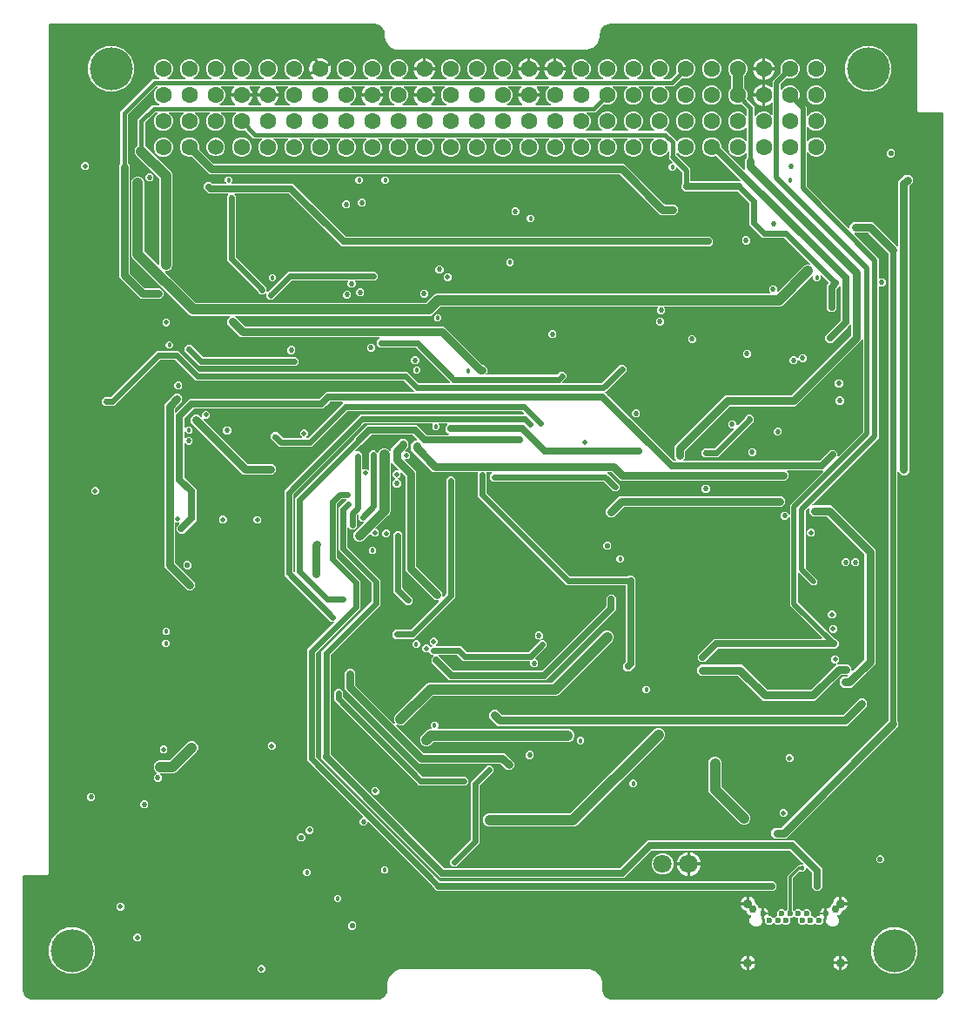
<source format=gbr>
G04 EAGLE Gerber RS-274X export*
G75*
%MOMM*%
%FSLAX34Y34*%
%LPD*%
%INCopper Layer 15*%
%IPPOS*%
%AMOC8*
5,1,8,0,0,1.08239X$1,22.5*%
G01*
%ADD10C,4.191000*%
%ADD11C,1.600200*%
%ADD12C,1.524000*%
%ADD13C,0.600000*%
%ADD14C,0.900000*%
%ADD15C,0.750000*%
%ADD16C,1.800000*%
%ADD17C,0.457200*%
%ADD18C,0.800000*%
%ADD19C,0.525000*%
%ADD20C,0.609600*%
%ADD21C,0.762000*%
%ADD22C,0.495300*%
%ADD23C,0.495000*%
%ADD24C,0.533400*%
%ADD25C,1.016000*%
%ADD26C,0.900000*%
%ADD27C,0.450000*%
%ADD28C,0.510000*%
%ADD29C,0.457200*%
%ADD30C,0.600000*%
%ADD31C,0.304800*%
%ADD32C,0.419100*%
%ADD33C,0.300000*%
%ADD34C,0.700000*%
%ADD35C,0.914400*%
%ADD36C,1.000000*%
%ADD37C,0.500000*%
%ADD38C,0.460000*%

G36*
X348768Y3180D02*
X348768Y3180D01*
X348817Y3179D01*
X350378Y3333D01*
X350405Y3340D01*
X350433Y3341D01*
X350594Y3387D01*
X353478Y4582D01*
X353534Y4617D01*
X353594Y4642D01*
X353659Y4694D01*
X353687Y4712D01*
X353700Y4727D01*
X353725Y4747D01*
X355933Y6955D01*
X355971Y7008D01*
X356017Y7055D01*
X356057Y7128D01*
X356076Y7154D01*
X356082Y7173D01*
X356098Y7202D01*
X357293Y10086D01*
X357299Y10113D01*
X357312Y10138D01*
X357347Y10302D01*
X357501Y11863D01*
X357499Y11890D01*
X357504Y11938D01*
X357504Y20278D01*
X359805Y25833D01*
X364057Y30085D01*
X369612Y32386D01*
X554948Y32386D01*
X560503Y30085D01*
X564755Y25833D01*
X567056Y20278D01*
X567056Y11938D01*
X567060Y11912D01*
X567059Y11863D01*
X567213Y10302D01*
X567220Y10275D01*
X567221Y10247D01*
X567267Y10086D01*
X568462Y7202D01*
X568497Y7146D01*
X568522Y7086D01*
X568574Y7021D01*
X568592Y6993D01*
X568607Y6980D01*
X568627Y6955D01*
X570835Y4747D01*
X570888Y4709D01*
X570935Y4663D01*
X570941Y4659D01*
X570945Y4656D01*
X570962Y4648D01*
X571008Y4623D01*
X571034Y4604D01*
X571053Y4598D01*
X571082Y4582D01*
X573966Y3387D01*
X573993Y3381D01*
X574018Y3368D01*
X574182Y3333D01*
X575743Y3179D01*
X575770Y3181D01*
X575818Y3176D01*
X889762Y3176D01*
X889788Y3180D01*
X889837Y3179D01*
X891398Y3333D01*
X891425Y3340D01*
X891453Y3341D01*
X891614Y3387D01*
X894498Y4582D01*
X894554Y4617D01*
X894614Y4642D01*
X894679Y4694D01*
X894707Y4712D01*
X894720Y4727D01*
X894745Y4747D01*
X896953Y6955D01*
X896991Y7008D01*
X897037Y7055D01*
X897077Y7128D01*
X897096Y7154D01*
X897102Y7173D01*
X897118Y7202D01*
X898313Y10086D01*
X898319Y10113D01*
X898332Y10138D01*
X898367Y10302D01*
X898521Y11863D01*
X898519Y11890D01*
X898524Y11938D01*
X898524Y864743D01*
X898521Y864763D01*
X898523Y864782D01*
X898501Y864884D01*
X898485Y864986D01*
X898475Y865003D01*
X898471Y865023D01*
X898418Y865112D01*
X898369Y865203D01*
X898355Y865217D01*
X898345Y865234D01*
X898266Y865301D01*
X898191Y865373D01*
X898173Y865381D01*
X898158Y865394D01*
X898062Y865433D01*
X897968Y865476D01*
X897948Y865478D01*
X897930Y865486D01*
X897763Y865504D01*
X874985Y865504D01*
X873124Y867365D01*
X873124Y951103D01*
X873121Y951123D01*
X873123Y951142D01*
X873101Y951244D01*
X873085Y951346D01*
X873075Y951363D01*
X873071Y951383D01*
X873018Y951472D01*
X872969Y951563D01*
X872955Y951577D01*
X872945Y951594D01*
X872866Y951661D01*
X872791Y951733D01*
X872773Y951741D01*
X872758Y951754D01*
X872662Y951793D01*
X872568Y951836D01*
X872548Y951838D01*
X872530Y951846D01*
X872363Y951864D01*
X574040Y951864D01*
X574014Y951860D01*
X573965Y951861D01*
X572256Y951692D01*
X572228Y951685D01*
X572200Y951685D01*
X572107Y951658D01*
X572081Y951653D01*
X572067Y951646D01*
X572039Y951638D01*
X568880Y950329D01*
X568824Y950295D01*
X568764Y950269D01*
X568699Y950217D01*
X568671Y950200D01*
X568659Y950185D01*
X568633Y950164D01*
X566216Y947747D01*
X566177Y947694D01*
X566131Y947647D01*
X566091Y947574D01*
X566072Y947547D01*
X566066Y947528D01*
X566051Y947500D01*
X564742Y944341D01*
X564736Y944313D01*
X564722Y944288D01*
X564718Y944267D01*
X564712Y944255D01*
X564709Y944223D01*
X564688Y944124D01*
X564519Y942415D01*
X564521Y942388D01*
X564516Y942340D01*
X564516Y939182D01*
X562099Y933347D01*
X557633Y928881D01*
X551798Y926464D01*
X369681Y926464D01*
X369632Y926456D01*
X369583Y926458D01*
X369512Y926437D01*
X369438Y926425D01*
X369395Y926401D01*
X369347Y926387D01*
X369268Y926337D01*
X368166Y926460D01*
X368138Y926458D01*
X368082Y926464D01*
X366974Y926464D01*
X366957Y926483D01*
X366892Y926518D01*
X366831Y926561D01*
X366784Y926576D01*
X366740Y926599D01*
X366620Y926627D01*
X366596Y926634D01*
X366588Y926634D01*
X366577Y926636D01*
X365048Y926806D01*
X359934Y929622D01*
X356286Y934182D01*
X354661Y939789D01*
X354948Y942371D01*
X354947Y942386D01*
X354949Y942530D01*
X354792Y944124D01*
X354785Y944152D01*
X354785Y944180D01*
X354738Y944341D01*
X353429Y947500D01*
X353395Y947556D01*
X353369Y947616D01*
X353317Y947681D01*
X353300Y947709D01*
X353285Y947721D01*
X353264Y947747D01*
X350847Y950164D01*
X350794Y950203D01*
X350747Y950249D01*
X350674Y950289D01*
X350647Y950308D01*
X350628Y950314D01*
X350600Y950329D01*
X347441Y951638D01*
X347413Y951644D01*
X347388Y951657D01*
X347340Y951668D01*
X347323Y951675D01*
X347289Y951678D01*
X347224Y951692D01*
X345515Y951861D01*
X345488Y951859D01*
X345440Y951864D01*
X29337Y951864D01*
X29317Y951861D01*
X29298Y951863D01*
X29196Y951841D01*
X29094Y951825D01*
X29077Y951815D01*
X29057Y951811D01*
X28968Y951758D01*
X28877Y951709D01*
X28863Y951695D01*
X28846Y951685D01*
X28779Y951606D01*
X28707Y951531D01*
X28699Y951513D01*
X28686Y951498D01*
X28647Y951402D01*
X28604Y951308D01*
X28602Y951288D01*
X28594Y951270D01*
X28576Y951103D01*
X28576Y125685D01*
X26715Y123824D01*
X3937Y123824D01*
X3917Y123821D01*
X3898Y123823D01*
X3796Y123801D01*
X3694Y123785D01*
X3677Y123775D01*
X3657Y123771D01*
X3568Y123718D01*
X3477Y123669D01*
X3463Y123655D01*
X3446Y123645D01*
X3379Y123566D01*
X3307Y123491D01*
X3299Y123473D01*
X3286Y123458D01*
X3247Y123362D01*
X3204Y123268D01*
X3202Y123248D01*
X3194Y123230D01*
X3176Y123063D01*
X3176Y11938D01*
X3180Y11912D01*
X3179Y11863D01*
X3333Y10302D01*
X3340Y10275D01*
X3341Y10247D01*
X3387Y10086D01*
X4582Y7202D01*
X4617Y7146D01*
X4642Y7086D01*
X4694Y7021D01*
X4712Y6993D01*
X4727Y6980D01*
X4747Y6955D01*
X6955Y4747D01*
X7008Y4709D01*
X7055Y4663D01*
X7128Y4623D01*
X7154Y4604D01*
X7173Y4598D01*
X7202Y4582D01*
X10086Y3387D01*
X10113Y3381D01*
X10138Y3368D01*
X10302Y3333D01*
X11863Y3179D01*
X11890Y3181D01*
X11938Y3176D01*
X348742Y3176D01*
X348768Y3180D01*
G37*
%LPC*%
G36*
X727663Y75739D02*
X727663Y75739D01*
X725161Y78241D01*
X725161Y80877D01*
X725146Y80970D01*
X725138Y81064D01*
X725126Y81090D01*
X725122Y81119D01*
X725077Y81203D01*
X725040Y81289D01*
X725020Y81311D01*
X725006Y81337D01*
X724938Y81402D01*
X724875Y81472D01*
X724849Y81486D01*
X724828Y81506D01*
X724743Y81546D01*
X724660Y81592D01*
X724632Y81597D01*
X724605Y81610D01*
X724511Y81620D01*
X724419Y81638D01*
X724382Y81634D01*
X724361Y81637D01*
X724329Y81630D01*
X724251Y81623D01*
X723931Y81559D01*
X723931Y86011D01*
X728383Y86011D01*
X728260Y85394D01*
X728235Y85333D01*
X728224Y85289D01*
X728205Y85247D01*
X728196Y85170D01*
X728179Y85094D01*
X728183Y85048D01*
X728178Y85003D01*
X728194Y84927D01*
X728202Y84849D01*
X728220Y84807D01*
X728230Y84762D01*
X728270Y84695D01*
X728302Y84624D01*
X728333Y84590D01*
X728356Y84551D01*
X728415Y84500D01*
X728468Y84443D01*
X728508Y84421D01*
X728543Y84391D01*
X728615Y84362D01*
X728683Y84325D01*
X728729Y84316D01*
X728771Y84299D01*
X728907Y84284D01*
X728925Y84281D01*
X728931Y84282D01*
X728938Y84281D01*
X731201Y84281D01*
X732894Y82588D01*
X732910Y82576D01*
X732922Y82561D01*
X733010Y82505D01*
X733093Y82444D01*
X733112Y82439D01*
X733129Y82428D01*
X733230Y82403D01*
X733329Y82372D01*
X733348Y82373D01*
X733368Y82368D01*
X733471Y82376D01*
X733574Y82378D01*
X733593Y82385D01*
X733613Y82387D01*
X733708Y82427D01*
X733805Y82463D01*
X733821Y82475D01*
X733839Y82483D01*
X733970Y82588D01*
X735663Y84281D01*
X736400Y84281D01*
X736420Y84284D01*
X736439Y84282D01*
X736541Y84304D01*
X736643Y84320D01*
X736660Y84330D01*
X736680Y84334D01*
X736769Y84387D01*
X736860Y84436D01*
X736874Y84450D01*
X736891Y84460D01*
X736958Y84539D01*
X737030Y84614D01*
X737038Y84632D01*
X737051Y84647D01*
X737090Y84743D01*
X737133Y84837D01*
X737135Y84857D01*
X737143Y84875D01*
X737161Y85042D01*
X737161Y88779D01*
X739663Y91281D01*
X743201Y91281D01*
X744894Y89588D01*
X744910Y89576D01*
X744922Y89561D01*
X745010Y89505D01*
X745093Y89444D01*
X745112Y89439D01*
X745129Y89428D01*
X745230Y89403D01*
X745329Y89372D01*
X745349Y89373D01*
X745368Y89368D01*
X745471Y89376D01*
X745574Y89378D01*
X745593Y89385D01*
X745613Y89387D01*
X745708Y89427D01*
X745805Y89463D01*
X745821Y89475D01*
X745839Y89483D01*
X745970Y89588D01*
X746414Y90032D01*
X746468Y90106D01*
X746527Y90175D01*
X746539Y90206D01*
X746558Y90232D01*
X746585Y90319D01*
X746619Y90404D01*
X746623Y90445D01*
X746630Y90467D01*
X746629Y90499D01*
X746637Y90570D01*
X746637Y123474D01*
X756958Y133795D01*
X758649Y133795D01*
X758740Y133809D01*
X758830Y133817D01*
X758860Y133829D01*
X758892Y133834D01*
X758973Y133877D01*
X759057Y133913D01*
X759089Y133939D01*
X759110Y133950D01*
X759132Y133973D01*
X759188Y134018D01*
X759727Y134557D01*
X761259Y134557D01*
X761329Y134568D01*
X761401Y134570D01*
X761450Y134588D01*
X761501Y134596D01*
X761565Y134630D01*
X761632Y134655D01*
X761673Y134687D01*
X761719Y134712D01*
X761768Y134764D01*
X761824Y134808D01*
X761852Y134852D01*
X761888Y134890D01*
X761918Y134955D01*
X761957Y135015D01*
X761970Y135066D01*
X761992Y135113D01*
X762000Y135184D01*
X762017Y135254D01*
X762013Y135306D01*
X762019Y135357D01*
X762004Y135428D01*
X761998Y135499D01*
X761978Y135547D01*
X761967Y135598D01*
X761930Y135659D01*
X761902Y135725D01*
X761857Y135781D01*
X761840Y135809D01*
X761823Y135824D01*
X761797Y135856D01*
X749647Y148006D01*
X749573Y148059D01*
X749503Y148119D01*
X749473Y148131D01*
X749447Y148150D01*
X749360Y148177D01*
X749275Y148211D01*
X749234Y148215D01*
X749212Y148222D01*
X749180Y148221D01*
X749109Y148229D01*
X615291Y148229D01*
X615201Y148215D01*
X615110Y148207D01*
X615081Y148195D01*
X615049Y148190D01*
X614968Y148147D01*
X614884Y148111D01*
X614852Y148085D01*
X614831Y148074D01*
X614809Y148051D01*
X614753Y148006D01*
X588076Y121329D01*
X409324Y121329D01*
X293129Y237524D01*
X293129Y241476D01*
X293406Y241753D01*
X293459Y241827D01*
X293519Y241897D01*
X293531Y241927D01*
X293550Y241953D01*
X293577Y242040D01*
X293611Y242125D01*
X293615Y242166D01*
X293622Y242188D01*
X293621Y242220D01*
X293629Y242291D01*
X293629Y341669D01*
X342206Y390246D01*
X342259Y390320D01*
X342319Y390389D01*
X342331Y390420D01*
X342350Y390446D01*
X342377Y390533D01*
X342411Y390618D01*
X342415Y390659D01*
X342422Y390681D01*
X342421Y390713D01*
X342429Y390784D01*
X342429Y407816D01*
X342415Y407906D01*
X342407Y407997D01*
X342395Y408026D01*
X342390Y408058D01*
X342347Y408139D01*
X342311Y408223D01*
X342285Y408255D01*
X342274Y408276D01*
X342251Y408298D01*
X342206Y408354D01*
X310229Y440331D01*
X310229Y481723D01*
X312954Y484448D01*
X317366Y488860D01*
X317408Y488918D01*
X317457Y488970D01*
X317479Y489017D01*
X317510Y489059D01*
X317531Y489128D01*
X317561Y489193D01*
X317567Y489245D01*
X317582Y489295D01*
X317580Y489366D01*
X317588Y489437D01*
X317577Y489488D01*
X317576Y489540D01*
X317551Y489608D01*
X317536Y489678D01*
X317509Y489723D01*
X317491Y489771D01*
X317446Y489827D01*
X317410Y489889D01*
X317370Y489923D01*
X317337Y489963D01*
X317277Y490002D01*
X317223Y490049D01*
X317174Y490068D01*
X317130Y490096D01*
X317061Y490114D01*
X316994Y490141D01*
X316923Y490149D01*
X316892Y490157D01*
X316869Y490155D01*
X316828Y490159D01*
X313514Y490159D01*
X313424Y490145D01*
X313333Y490137D01*
X313304Y490125D01*
X313272Y490120D01*
X313191Y490077D01*
X313107Y490041D01*
X313075Y490015D01*
X313054Y490004D01*
X313032Y489981D01*
X312976Y489936D01*
X308794Y485754D01*
X308741Y485680D01*
X308681Y485611D01*
X308669Y485580D01*
X308650Y485554D01*
X308623Y485467D01*
X308589Y485382D01*
X308585Y485341D01*
X308578Y485319D01*
X308579Y485287D01*
X308571Y485216D01*
X308571Y433884D01*
X308585Y433794D01*
X308593Y433703D01*
X308605Y433674D01*
X308610Y433642D01*
X308653Y433561D01*
X308689Y433477D01*
X308715Y433445D01*
X308726Y433424D01*
X308749Y433402D01*
X308794Y433346D01*
X331371Y410769D01*
X331371Y383631D01*
X288294Y340554D01*
X288241Y340480D01*
X288181Y340411D01*
X288169Y340380D01*
X288150Y340354D01*
X288123Y340267D01*
X288089Y340182D01*
X288085Y340141D01*
X288078Y340119D01*
X288079Y340087D01*
X288071Y340016D01*
X288071Y239584D01*
X288085Y239494D01*
X288093Y239403D01*
X288105Y239374D01*
X288110Y239342D01*
X288153Y239261D01*
X288189Y239177D01*
X288215Y239145D01*
X288226Y239124D01*
X288249Y239102D01*
X288294Y239046D01*
X408846Y118494D01*
X408920Y118441D01*
X408989Y118381D01*
X409020Y118369D01*
X409046Y118350D01*
X409133Y118323D01*
X409218Y118289D01*
X409259Y118285D01*
X409281Y118278D01*
X409313Y118279D01*
X409384Y118271D01*
X733376Y118271D01*
X736171Y115476D01*
X736171Y111524D01*
X733376Y108729D01*
X405824Y108729D01*
X403029Y111524D01*
X403029Y111916D01*
X403015Y112006D01*
X403007Y112097D01*
X402995Y112126D01*
X402990Y112158D01*
X402947Y112239D01*
X402911Y112323D01*
X402885Y112355D01*
X402874Y112376D01*
X402851Y112398D01*
X402806Y112454D01*
X339495Y175765D01*
X339437Y175807D01*
X339385Y175856D01*
X339364Y175866D01*
X339360Y175869D01*
X339338Y175878D01*
X339296Y175909D01*
X339227Y175930D01*
X339162Y175960D01*
X339110Y175966D01*
X339060Y175981D01*
X338989Y175979D01*
X338918Y175987D01*
X338867Y175976D01*
X338815Y175975D01*
X338747Y175950D01*
X338677Y175935D01*
X338632Y175908D01*
X338584Y175890D01*
X338528Y175845D01*
X338466Y175809D01*
X338432Y175769D01*
X338392Y175736D01*
X338353Y175676D01*
X338306Y175622D01*
X338287Y175573D01*
X338259Y175529D01*
X338241Y175460D01*
X338224Y175423D01*
X338223Y175415D01*
X338214Y175393D01*
X338206Y175322D01*
X338198Y175291D01*
X338200Y175268D01*
X338196Y175227D01*
X338196Y174686D01*
X335914Y172404D01*
X332686Y172404D01*
X330404Y174686D01*
X330404Y177914D01*
X332686Y180196D01*
X333227Y180196D01*
X333297Y180207D01*
X333369Y180209D01*
X333418Y180227D01*
X333469Y180235D01*
X333533Y180269D01*
X333600Y180294D01*
X333641Y180326D01*
X333687Y180351D01*
X333736Y180403D01*
X333792Y180447D01*
X333820Y180491D01*
X333856Y180529D01*
X333886Y180594D01*
X333925Y180654D01*
X333938Y180705D01*
X333960Y180752D01*
X333968Y180823D01*
X333985Y180893D01*
X333981Y180945D01*
X333987Y180996D01*
X333972Y181067D01*
X333966Y181138D01*
X333946Y181186D01*
X333935Y181237D01*
X333898Y181298D01*
X333870Y181364D01*
X333825Y181420D01*
X333809Y181448D01*
X333791Y181463D01*
X333765Y181495D01*
X282254Y233006D01*
X279529Y235731D01*
X279529Y343869D01*
X282254Y346594D01*
X305285Y369625D01*
X305327Y369683D01*
X305376Y369735D01*
X305398Y369782D01*
X305428Y369824D01*
X305449Y369893D01*
X305480Y369958D01*
X305485Y370010D01*
X305501Y370059D01*
X305499Y370131D01*
X305507Y370202D01*
X305496Y370253D01*
X305494Y370305D01*
X305470Y370373D01*
X305455Y370443D01*
X305428Y370487D01*
X305410Y370536D01*
X305365Y370592D01*
X305328Y370654D01*
X305289Y370688D01*
X305256Y370728D01*
X305196Y370767D01*
X305141Y370814D01*
X305093Y370833D01*
X305049Y370861D01*
X304980Y370879D01*
X304913Y370906D01*
X304842Y370914D01*
X304811Y370921D01*
X304788Y370920D01*
X304747Y370924D01*
X302249Y370924D01*
X257279Y415894D01*
X257279Y498083D01*
X331205Y572009D01*
X490148Y572009D01*
X490219Y572020D01*
X490290Y572022D01*
X490339Y572040D01*
X490391Y572048D01*
X490454Y572082D01*
X490521Y572107D01*
X490562Y572139D01*
X490608Y572164D01*
X490657Y572216D01*
X490713Y572260D01*
X490742Y572304D01*
X490777Y572342D01*
X490808Y572407D01*
X490846Y572467D01*
X490859Y572518D01*
X490881Y572565D01*
X490889Y572636D01*
X490906Y572706D01*
X490902Y572758D01*
X490908Y572809D01*
X490893Y572880D01*
X490887Y572951D01*
X490867Y572999D01*
X490856Y573050D01*
X490819Y573111D01*
X490791Y573177D01*
X490746Y573233D01*
X490730Y573261D01*
X490712Y573276D01*
X490686Y573308D01*
X488654Y575340D01*
X488580Y575393D01*
X488511Y575453D01*
X488481Y575465D01*
X488454Y575484D01*
X488367Y575511D01*
X488283Y575545D01*
X488242Y575549D01*
X488219Y575556D01*
X488187Y575555D01*
X488116Y575563D01*
X318842Y575563D01*
X318752Y575549D01*
X318661Y575541D01*
X318631Y575529D01*
X318599Y575524D01*
X318519Y575481D01*
X318435Y575445D01*
X318403Y575419D01*
X318382Y575408D01*
X318360Y575385D01*
X318304Y575340D01*
X283713Y540749D01*
X252277Y540749D01*
X244347Y548679D01*
X244347Y552257D01*
X246877Y554787D01*
X250455Y554787D01*
X255632Y549610D01*
X255706Y549557D01*
X255775Y549497D01*
X255805Y549485D01*
X255832Y549466D01*
X255919Y549439D01*
X256003Y549405D01*
X256044Y549401D01*
X256067Y549394D01*
X256099Y549395D01*
X256170Y549387D01*
X274010Y549387D01*
X274081Y549398D01*
X274153Y549400D01*
X274202Y549418D01*
X274253Y549426D01*
X274316Y549460D01*
X274384Y549485D01*
X274424Y549517D01*
X274470Y549542D01*
X274520Y549594D01*
X274576Y549638D01*
X274604Y549682D01*
X274640Y549720D01*
X274670Y549785D01*
X274709Y549845D01*
X274721Y549896D01*
X274743Y549943D01*
X274751Y550014D01*
X274769Y550084D01*
X274765Y550136D01*
X274770Y550187D01*
X274755Y550258D01*
X274750Y550329D01*
X274729Y550377D01*
X274718Y550428D01*
X274681Y550489D01*
X274653Y550555D01*
X274608Y550611D01*
X274592Y550639D01*
X274574Y550654D01*
X274548Y550686D01*
X272920Y552314D01*
X272920Y555418D01*
X275114Y557612D01*
X278218Y557612D01*
X280412Y555418D01*
X280412Y552314D01*
X278784Y550686D01*
X278742Y550628D01*
X278692Y550576D01*
X278670Y550529D01*
X278640Y550487D01*
X278619Y550418D01*
X278589Y550353D01*
X278583Y550301D01*
X278568Y550251D01*
X278569Y550180D01*
X278562Y550109D01*
X278573Y550058D01*
X278574Y550006D01*
X278599Y549938D01*
X278614Y549868D01*
X278641Y549823D01*
X278658Y549775D01*
X278703Y549719D01*
X278740Y549657D01*
X278780Y549623D01*
X278812Y549583D01*
X278872Y549544D01*
X278927Y549497D01*
X278975Y549478D01*
X279019Y549450D01*
X279089Y549432D01*
X279155Y549405D01*
X279226Y549397D01*
X279258Y549389D01*
X279281Y549391D01*
X279322Y549387D01*
X279820Y549387D01*
X279910Y549401D01*
X280001Y549409D01*
X280031Y549421D01*
X280063Y549426D01*
X280143Y549469D01*
X280227Y549505D01*
X280259Y549531D01*
X280280Y549542D01*
X280302Y549565D01*
X280358Y549610D01*
X313978Y583230D01*
X314020Y583288D01*
X314069Y583340D01*
X314091Y583387D01*
X314122Y583429D01*
X314143Y583498D01*
X314173Y583563D01*
X314179Y583615D01*
X314194Y583665D01*
X314192Y583736D01*
X314200Y583807D01*
X314189Y583858D01*
X314188Y583910D01*
X314163Y583978D01*
X314148Y584048D01*
X314121Y584093D01*
X314103Y584141D01*
X314058Y584197D01*
X314022Y584259D01*
X313982Y584293D01*
X313950Y584333D01*
X313889Y584372D01*
X313835Y584419D01*
X313786Y584438D01*
X313743Y584466D01*
X313673Y584484D01*
X313607Y584511D01*
X313535Y584519D01*
X313504Y584527D01*
X313481Y584525D01*
X313440Y584529D01*
X302291Y584529D01*
X302201Y584515D01*
X302110Y584507D01*
X302080Y584495D01*
X302048Y584490D01*
X301968Y584447D01*
X301884Y584411D01*
X301852Y584385D01*
X301831Y584374D01*
X301809Y584351D01*
X301753Y584306D01*
X298193Y580747D01*
X295176Y577729D01*
X169715Y577729D01*
X169625Y577715D01*
X169534Y577707D01*
X169504Y577695D01*
X169472Y577690D01*
X169391Y577647D01*
X169308Y577611D01*
X169275Y577585D01*
X169255Y577574D01*
X169233Y577551D01*
X169177Y577506D01*
X160594Y568923D01*
X160541Y568849D01*
X160481Y568780D01*
X160469Y568750D01*
X160450Y568724D01*
X160423Y568637D01*
X160389Y568552D01*
X160385Y568511D01*
X160378Y568489D01*
X160379Y568456D01*
X160371Y568385D01*
X160371Y559751D01*
X160382Y559680D01*
X160384Y559608D01*
X160402Y559559D01*
X160410Y559508D01*
X160444Y559444D01*
X160469Y559377D01*
X160501Y559336D01*
X160526Y559290D01*
X160578Y559241D01*
X160622Y559185D01*
X160666Y559157D01*
X160704Y559121D01*
X160769Y559091D01*
X160829Y559052D01*
X160880Y559039D01*
X160927Y559017D01*
X160998Y559009D01*
X161068Y558992D01*
X161120Y558996D01*
X161171Y558990D01*
X161242Y559006D01*
X161313Y559011D01*
X161361Y559031D01*
X161412Y559043D01*
X161473Y559079D01*
X161539Y559107D01*
X161595Y559152D01*
X161623Y559169D01*
X161638Y559187D01*
X161670Y559212D01*
X163087Y560629D01*
X166033Y560629D01*
X168117Y558545D01*
X168117Y555599D01*
X166033Y553515D01*
X163087Y553515D01*
X161670Y554932D01*
X161612Y554974D01*
X161560Y555023D01*
X161513Y555045D01*
X161471Y555075D01*
X161402Y555096D01*
X161337Y555127D01*
X161285Y555132D01*
X161235Y555148D01*
X161164Y555146D01*
X161093Y555154D01*
X161042Y555143D01*
X160990Y555141D01*
X160922Y555117D01*
X160852Y555101D01*
X160807Y555075D01*
X160759Y555057D01*
X160703Y555012D01*
X160641Y554975D01*
X160607Y554936D01*
X160567Y554903D01*
X160528Y554843D01*
X160481Y554788D01*
X160462Y554740D01*
X160434Y554696D01*
X160416Y554627D01*
X160389Y554560D01*
X160381Y554489D01*
X160373Y554458D01*
X160375Y554434D01*
X160371Y554393D01*
X160371Y549918D01*
X160382Y549847D01*
X160384Y549775D01*
X160402Y549727D01*
X160410Y549675D01*
X160444Y549612D01*
X160469Y549544D01*
X160501Y549504D01*
X160526Y549458D01*
X160578Y549408D01*
X160622Y549352D01*
X160666Y549324D01*
X160704Y549288D01*
X160769Y549258D01*
X160829Y549219D01*
X160880Y549207D01*
X160927Y549185D01*
X160998Y549177D01*
X161068Y549159D01*
X161120Y549163D01*
X161171Y549158D01*
X161242Y549173D01*
X161313Y549179D01*
X161361Y549199D01*
X161412Y549210D01*
X161473Y549247D01*
X161539Y549275D01*
X161595Y549320D01*
X161623Y549336D01*
X161638Y549354D01*
X161670Y549380D01*
X162786Y550496D01*
X166014Y550496D01*
X168296Y548214D01*
X168296Y544986D01*
X166014Y542704D01*
X162786Y542704D01*
X161670Y543820D01*
X161612Y543862D01*
X161560Y543912D01*
X161513Y543934D01*
X161471Y543964D01*
X161402Y543985D01*
X161337Y544015D01*
X161285Y544021D01*
X161235Y544036D01*
X161164Y544034D01*
X161093Y544042D01*
X161042Y544031D01*
X160990Y544030D01*
X160922Y544005D01*
X160852Y543990D01*
X160807Y543963D01*
X160759Y543945D01*
X160703Y543901D01*
X160641Y543864D01*
X160607Y543824D01*
X160567Y543792D01*
X160528Y543731D01*
X160481Y543677D01*
X160462Y543629D01*
X160434Y543585D01*
X160416Y543515D01*
X160389Y543449D01*
X160381Y543377D01*
X160373Y543346D01*
X160375Y543323D01*
X160371Y543282D01*
X160371Y511091D01*
X160385Y511001D01*
X160393Y510910D01*
X160405Y510881D01*
X160410Y510849D01*
X160453Y510768D01*
X160489Y510684D01*
X160515Y510652D01*
X160526Y510631D01*
X160549Y510609D01*
X160594Y510553D01*
X171871Y499276D01*
X171871Y469124D01*
X159076Y456329D01*
X155124Y456329D01*
X152329Y459124D01*
X152329Y463076D01*
X154868Y465615D01*
X154910Y465673D01*
X154960Y465725D01*
X154982Y465773D01*
X155012Y465815D01*
X155033Y465883D01*
X155063Y465949D01*
X155069Y466000D01*
X155084Y466050D01*
X155082Y466122D01*
X155090Y466193D01*
X155079Y466244D01*
X155078Y466296D01*
X155053Y466363D01*
X155038Y466433D01*
X155011Y466478D01*
X154994Y466527D01*
X154949Y466583D01*
X154912Y466644D01*
X154872Y466678D01*
X154840Y466719D01*
X154780Y466758D01*
X154725Y466804D01*
X154677Y466824D01*
X154633Y466852D01*
X154563Y466869D01*
X154497Y466896D01*
X154426Y466904D01*
X154394Y466912D01*
X154371Y466910D01*
X154330Y466915D01*
X152118Y466915D01*
X152091Y466942D01*
X152033Y466984D01*
X151981Y467033D01*
X151933Y467055D01*
X151891Y467085D01*
X151823Y467106D01*
X151758Y467137D01*
X151706Y467142D01*
X151656Y467158D01*
X151584Y467156D01*
X151513Y467164D01*
X151462Y467153D01*
X151410Y467151D01*
X151343Y467127D01*
X151273Y467111D01*
X151228Y467085D01*
X151179Y467067D01*
X151123Y467022D01*
X151062Y466985D01*
X151028Y466946D01*
X150987Y466913D01*
X150948Y466853D01*
X150902Y466798D01*
X150882Y466750D01*
X150854Y466706D01*
X150837Y466637D01*
X150810Y466570D01*
X150802Y466499D01*
X150794Y466468D01*
X150796Y466444D01*
X150791Y466403D01*
X150791Y428209D01*
X150806Y428119D01*
X150813Y428028D01*
X150826Y427998D01*
X150831Y427966D01*
X150874Y427886D01*
X150910Y427802D01*
X150935Y427770D01*
X150946Y427749D01*
X150970Y427727D01*
X151014Y427671D01*
X170181Y408505D01*
X170181Y404295D01*
X167205Y401319D01*
X162995Y401319D01*
X140630Y423685D01*
X140630Y581860D01*
X150871Y592101D01*
X155080Y592101D01*
X158056Y589124D01*
X158056Y584915D01*
X151014Y577874D01*
X150961Y577800D01*
X150902Y577730D01*
X150890Y577700D01*
X150871Y577674D01*
X150844Y577587D01*
X150810Y577502D01*
X150805Y577461D01*
X150798Y577439D01*
X150799Y577407D01*
X150791Y577335D01*
X150791Y574453D01*
X150803Y574382D01*
X150805Y574310D01*
X150823Y574261D01*
X150831Y574210D01*
X150865Y574146D01*
X150889Y574079D01*
X150922Y574038D01*
X150946Y573992D01*
X150998Y573943D01*
X151043Y573887D01*
X151087Y573859D01*
X151125Y573823D01*
X151190Y573793D01*
X151250Y573754D01*
X151300Y573741D01*
X151348Y573719D01*
X151419Y573712D01*
X151488Y573694D01*
X151540Y573698D01*
X151592Y573692D01*
X151662Y573708D01*
X151734Y573713D01*
X151781Y573733D01*
X151832Y573745D01*
X151894Y573781D01*
X151960Y573809D01*
X152016Y573854D01*
X152044Y573871D01*
X152059Y573889D01*
X152091Y573914D01*
X153847Y575670D01*
X162430Y584253D01*
X165447Y587271D01*
X290908Y587271D01*
X290998Y587285D01*
X291089Y587293D01*
X291119Y587305D01*
X291151Y587310D01*
X291232Y587353D01*
X291316Y587389D01*
X291348Y587415D01*
X291368Y587426D01*
X291390Y587449D01*
X291447Y587494D01*
X295006Y591053D01*
X298024Y594071D01*
X382752Y594071D01*
X382822Y594082D01*
X382894Y594084D01*
X382943Y594102D01*
X382994Y594110D01*
X383058Y594144D01*
X383125Y594169D01*
X383166Y594201D01*
X383212Y594226D01*
X383261Y594278D01*
X383317Y594322D01*
X383345Y594366D01*
X383381Y594404D01*
X383411Y594469D01*
X383450Y594529D01*
X383463Y594580D01*
X383485Y594627D01*
X383493Y594698D01*
X383510Y594768D01*
X383506Y594820D01*
X383512Y594871D01*
X383497Y594942D01*
X383491Y595013D01*
X383471Y595061D01*
X383460Y595112D01*
X383423Y595173D01*
X383395Y595239D01*
X383350Y595295D01*
X383334Y595323D01*
X383316Y595338D01*
X383290Y595370D01*
X381806Y596854D01*
X373754Y604906D01*
X373680Y604959D01*
X373611Y605019D01*
X373580Y605031D01*
X373554Y605050D01*
X373467Y605077D01*
X373382Y605111D01*
X373341Y605115D01*
X373319Y605122D01*
X373287Y605121D01*
X373216Y605129D01*
X171031Y605129D01*
X151054Y625106D01*
X150980Y625159D01*
X150911Y625219D01*
X150880Y625231D01*
X150854Y625250D01*
X150767Y625277D01*
X150682Y625311D01*
X150641Y625315D01*
X150619Y625322D01*
X150587Y625321D01*
X150516Y625329D01*
X137184Y625329D01*
X137094Y625315D01*
X137003Y625307D01*
X136974Y625295D01*
X136942Y625290D01*
X136861Y625247D01*
X136777Y625211D01*
X136745Y625185D01*
X136724Y625174D01*
X136702Y625151D01*
X136646Y625106D01*
X91869Y580329D01*
X82431Y580329D01*
X79929Y582831D01*
X79929Y586369D01*
X82431Y588871D01*
X88016Y588871D01*
X88106Y588885D01*
X88197Y588893D01*
X88226Y588905D01*
X88258Y588910D01*
X88339Y588953D01*
X88423Y588989D01*
X88455Y589015D01*
X88476Y589026D01*
X88498Y589049D01*
X88554Y589094D01*
X133331Y633871D01*
X154369Y633871D01*
X174346Y613894D01*
X174420Y613841D01*
X174489Y613781D01*
X174520Y613769D01*
X174546Y613750D01*
X174633Y613723D01*
X174718Y613689D01*
X174759Y613685D01*
X174781Y613678D01*
X174813Y613679D01*
X174884Y613671D01*
X377069Y613671D01*
X387846Y602894D01*
X387920Y602841D01*
X387989Y602781D01*
X388020Y602769D01*
X388046Y602750D01*
X388133Y602723D01*
X388218Y602689D01*
X388259Y602685D01*
X388281Y602678D01*
X388313Y602679D01*
X388384Y602671D01*
X418152Y602671D01*
X418222Y602682D01*
X418294Y602684D01*
X418343Y602702D01*
X418394Y602710D01*
X418458Y602744D01*
X418525Y602769D01*
X418566Y602801D01*
X418612Y602826D01*
X418661Y602878D01*
X418717Y602922D01*
X418745Y602966D01*
X418781Y603004D01*
X418811Y603069D01*
X418850Y603129D01*
X418863Y603180D01*
X418885Y603227D01*
X418893Y603298D01*
X418910Y603368D01*
X418906Y603420D01*
X418912Y603471D01*
X418897Y603542D01*
X418891Y603613D01*
X418871Y603661D01*
X418860Y603712D01*
X418823Y603773D01*
X418795Y603839D01*
X418750Y603895D01*
X418734Y603923D01*
X418716Y603938D01*
X418690Y603970D01*
X385254Y637406D01*
X385180Y637459D01*
X385111Y637519D01*
X385080Y637531D01*
X385054Y637550D01*
X384967Y637577D01*
X384882Y637611D01*
X384841Y637615D01*
X384819Y637622D01*
X384787Y637621D01*
X384716Y637629D01*
X349931Y637629D01*
X347429Y640131D01*
X347429Y643669D01*
X350140Y646380D01*
X350182Y646438D01*
X350231Y646490D01*
X350253Y646537D01*
X350284Y646580D01*
X350305Y646648D01*
X350335Y646713D01*
X350341Y646765D01*
X350356Y646815D01*
X350354Y646887D01*
X350362Y646958D01*
X350351Y647009D01*
X350350Y647061D01*
X350325Y647128D01*
X350310Y647198D01*
X350283Y647243D01*
X350265Y647292D01*
X350220Y647348D01*
X350184Y647409D01*
X350144Y647443D01*
X350112Y647484D01*
X350051Y647522D01*
X349997Y647569D01*
X349949Y647589D01*
X349905Y647617D01*
X349835Y647634D01*
X349769Y647661D01*
X349697Y647669D01*
X349666Y647677D01*
X349643Y647675D01*
X349602Y647680D01*
X214546Y647680D01*
X201870Y660356D01*
X201870Y664565D01*
X204105Y666800D01*
X204146Y666858D01*
X204196Y666910D01*
X204218Y666957D01*
X204248Y666999D01*
X204269Y667068D01*
X204299Y667133D01*
X204305Y667185D01*
X204321Y667235D01*
X204319Y667306D01*
X204327Y667377D01*
X204316Y667428D01*
X204314Y667480D01*
X204290Y667548D01*
X204274Y667618D01*
X204248Y667663D01*
X204230Y667711D01*
X204185Y667767D01*
X204148Y667829D01*
X204109Y667863D01*
X204076Y667903D01*
X204016Y667942D01*
X203961Y667989D01*
X203913Y668008D01*
X203869Y668036D01*
X203800Y668054D01*
X203733Y668081D01*
X203662Y668089D01*
X203631Y668097D01*
X203607Y668095D01*
X203566Y668099D01*
X170176Y668099D01*
X170111Y668089D01*
X170046Y668088D01*
X169966Y668065D01*
X169933Y668060D01*
X169916Y668050D01*
X169884Y668041D01*
X169831Y668019D01*
X167305Y668019D01*
X164971Y668986D01*
X109424Y724533D01*
X108457Y726867D01*
X108457Y798215D01*
X109424Y800549D01*
X111211Y802336D01*
X113545Y803303D01*
X116071Y803303D01*
X118405Y802336D01*
X120192Y800549D01*
X121159Y798215D01*
X121159Y731076D01*
X121173Y730986D01*
X121181Y730895D01*
X121193Y730865D01*
X121198Y730833D01*
X121241Y730752D01*
X121277Y730669D01*
X121303Y730636D01*
X121314Y730616D01*
X121337Y730594D01*
X121382Y730538D01*
X134504Y717415D01*
X134563Y717373D01*
X134615Y717324D01*
X134662Y717302D01*
X134704Y717271D01*
X134773Y717250D01*
X134838Y717220D01*
X134889Y717214D01*
X134939Y717199D01*
X135011Y717201D01*
X135082Y717193D01*
X135133Y717204D01*
X135185Y717205D01*
X135252Y717230D01*
X135322Y717245D01*
X135367Y717272D01*
X135416Y717290D01*
X135472Y717335D01*
X135534Y717371D01*
X135567Y717411D01*
X135608Y717443D01*
X135647Y717504D01*
X135694Y717558D01*
X135713Y717607D01*
X135741Y717650D01*
X135759Y717720D01*
X135785Y717786D01*
X135793Y717858D01*
X135801Y717889D01*
X135799Y717912D01*
X135804Y717953D01*
X135804Y801321D01*
X135789Y801411D01*
X135782Y801502D01*
X135769Y801531D01*
X135764Y801563D01*
X135721Y801644D01*
X135686Y801728D01*
X135660Y801760D01*
X135649Y801781D01*
X135626Y801803D01*
X135581Y801859D01*
X112853Y824587D01*
X111886Y826921D01*
X111886Y829447D01*
X112853Y831782D01*
X114457Y833386D01*
X114510Y833460D01*
X114570Y833529D01*
X114582Y833559D01*
X114601Y833585D01*
X114628Y833672D01*
X114662Y833757D01*
X114666Y833798D01*
X114673Y833821D01*
X114672Y833853D01*
X114680Y833924D01*
X114680Y858833D01*
X128858Y873011D01*
X134915Y873011D01*
X135011Y873027D01*
X135108Y873036D01*
X135132Y873047D01*
X135158Y873051D01*
X135243Y873096D01*
X135333Y873136D01*
X135352Y873154D01*
X135375Y873166D01*
X135442Y873237D01*
X135514Y873303D01*
X135526Y873325D01*
X135544Y873344D01*
X135585Y873433D01*
X135632Y873518D01*
X135637Y873544D01*
X135648Y873567D01*
X135659Y873664D01*
X135676Y873760D01*
X135672Y873786D01*
X135675Y873812D01*
X135654Y873907D01*
X135640Y874003D01*
X135628Y874027D01*
X135623Y874052D01*
X135573Y874136D01*
X135529Y874223D01*
X135510Y874241D01*
X135497Y874263D01*
X135423Y874327D01*
X135353Y874395D01*
X135325Y874411D01*
X135310Y874423D01*
X135279Y874436D01*
X135206Y874476D01*
X134448Y874790D01*
X131840Y877398D01*
X130428Y880806D01*
X130428Y884494D01*
X131840Y887902D01*
X133924Y889986D01*
X133965Y890044D01*
X134015Y890096D01*
X134037Y890143D01*
X134067Y890185D01*
X134088Y890254D01*
X134118Y890319D01*
X134124Y890371D01*
X134139Y890421D01*
X134138Y890492D01*
X134145Y890563D01*
X134134Y890614D01*
X134133Y890666D01*
X134108Y890734D01*
X134093Y890804D01*
X134067Y890849D01*
X134049Y890897D01*
X134004Y890953D01*
X133967Y891015D01*
X133927Y891049D01*
X133895Y891089D01*
X133835Y891128D01*
X133780Y891175D01*
X133732Y891194D01*
X133688Y891222D01*
X133619Y891240D01*
X133552Y891267D01*
X133481Y891275D01*
X133449Y891283D01*
X133426Y891281D01*
X133385Y891285D01*
X132870Y891285D01*
X132780Y891271D01*
X132689Y891263D01*
X132659Y891251D01*
X132627Y891246D01*
X132546Y891203D01*
X132462Y891167D01*
X132430Y891141D01*
X132410Y891130D01*
X132387Y891107D01*
X132331Y891062D01*
X105380Y864111D01*
X105327Y864037D01*
X105267Y863967D01*
X105255Y863937D01*
X105236Y863911D01*
X105209Y863824D01*
X105175Y863739D01*
X105171Y863698D01*
X105164Y863676D01*
X105165Y863644D01*
X105157Y863572D01*
X105157Y816744D01*
X105171Y816654D01*
X105179Y816563D01*
X105191Y816533D01*
X105196Y816501D01*
X105239Y816420D01*
X105275Y816337D01*
X105301Y816304D01*
X105312Y816284D01*
X105335Y816262D01*
X105380Y816206D01*
X106681Y814905D01*
X106681Y710142D01*
X106695Y710052D01*
X106703Y709961D01*
X106715Y709931D01*
X106720Y709899D01*
X106763Y709818D01*
X106799Y709734D01*
X106825Y709702D01*
X106836Y709682D01*
X106859Y709659D01*
X106904Y709604D01*
X121750Y694758D01*
X121823Y694705D01*
X121893Y694645D01*
X121923Y694633D01*
X121949Y694614D01*
X122036Y694587D01*
X122121Y694553D01*
X122162Y694549D01*
X122184Y694542D01*
X122217Y694543D01*
X122288Y694535D01*
X136673Y694535D01*
X139649Y691559D01*
X139649Y687349D01*
X136673Y684373D01*
X117763Y684373D01*
X99718Y702418D01*
X96519Y705617D01*
X96519Y814905D01*
X97820Y816206D01*
X97873Y816279D01*
X97933Y816349D01*
X97945Y816379D01*
X97964Y816405D01*
X97991Y816492D01*
X98025Y816577D01*
X98029Y816618D01*
X98036Y816640D01*
X98035Y816673D01*
X98043Y816744D01*
X98043Y866834D01*
X129608Y898399D01*
X134945Y898399D01*
X135041Y898414D01*
X135138Y898424D01*
X135162Y898434D01*
X135188Y898438D01*
X135274Y898484D01*
X135363Y898524D01*
X135382Y898541D01*
X135405Y898554D01*
X135472Y898624D01*
X135544Y898690D01*
X135556Y898713D01*
X135575Y898732D01*
X135616Y898820D01*
X135662Y898906D01*
X135667Y898931D01*
X135678Y898955D01*
X135689Y899052D01*
X135706Y899148D01*
X135702Y899174D01*
X135705Y899199D01*
X135685Y899295D01*
X135670Y899391D01*
X135659Y899414D01*
X135653Y899440D01*
X135603Y899524D01*
X135559Y899610D01*
X135540Y899628D01*
X135527Y899651D01*
X135453Y899714D01*
X135383Y899782D01*
X135355Y899798D01*
X135340Y899811D01*
X135323Y899817D01*
X135323Y899818D01*
X135308Y899824D01*
X135236Y899863D01*
X134448Y900190D01*
X131840Y902798D01*
X130428Y906206D01*
X130428Y909894D01*
X131840Y913302D01*
X134448Y915910D01*
X137856Y917322D01*
X141544Y917322D01*
X144952Y915910D01*
X147560Y913302D01*
X148972Y909894D01*
X148972Y906206D01*
X147560Y902798D01*
X144952Y900190D01*
X144164Y899863D01*
X144081Y899812D01*
X143995Y899766D01*
X143977Y899747D01*
X143955Y899734D01*
X143892Y899659D01*
X143825Y899588D01*
X143814Y899564D01*
X143798Y899544D01*
X143763Y899453D01*
X143722Y899365D01*
X143719Y899339D01*
X143710Y899315D01*
X143705Y899217D01*
X143695Y899121D01*
X143700Y899095D01*
X143699Y899069D01*
X143726Y898975D01*
X143747Y898880D01*
X143760Y898858D01*
X143768Y898833D01*
X143823Y898753D01*
X143873Y898669D01*
X143893Y898652D01*
X143908Y898631D01*
X143986Y898572D01*
X144060Y898509D01*
X144084Y898499D01*
X144105Y898484D01*
X144198Y898454D01*
X144288Y898417D01*
X144321Y898414D01*
X144339Y898408D01*
X144372Y898408D01*
X144455Y898399D01*
X160345Y898399D01*
X160441Y898414D01*
X160538Y898424D01*
X160562Y898434D01*
X160588Y898438D01*
X160674Y898484D01*
X160763Y898524D01*
X160782Y898541D01*
X160805Y898554D01*
X160872Y898624D01*
X160944Y898690D01*
X160956Y898713D01*
X160975Y898732D01*
X161016Y898820D01*
X161062Y898906D01*
X161067Y898931D01*
X161078Y898955D01*
X161089Y899052D01*
X161106Y899148D01*
X161102Y899174D01*
X161105Y899199D01*
X161085Y899295D01*
X161070Y899391D01*
X161059Y899414D01*
X161053Y899440D01*
X161003Y899524D01*
X160959Y899610D01*
X160940Y899628D01*
X160927Y899651D01*
X160853Y899714D01*
X160783Y899782D01*
X160755Y899798D01*
X160740Y899811D01*
X160723Y899817D01*
X160723Y899818D01*
X160708Y899824D01*
X160636Y899863D01*
X159848Y900190D01*
X157240Y902798D01*
X155828Y906206D01*
X155828Y909894D01*
X157240Y913302D01*
X159848Y915910D01*
X163256Y917322D01*
X166944Y917322D01*
X170352Y915910D01*
X172960Y913302D01*
X174372Y909894D01*
X174372Y906206D01*
X172960Y902798D01*
X170352Y900190D01*
X169564Y899863D01*
X169481Y899812D01*
X169395Y899766D01*
X169377Y899747D01*
X169355Y899734D01*
X169292Y899659D01*
X169225Y899588D01*
X169214Y899564D01*
X169198Y899544D01*
X169163Y899453D01*
X169122Y899365D01*
X169119Y899339D01*
X169110Y899315D01*
X169105Y899217D01*
X169095Y899121D01*
X169100Y899095D01*
X169099Y899069D01*
X169126Y898975D01*
X169147Y898880D01*
X169160Y898858D01*
X169168Y898833D01*
X169223Y898753D01*
X169273Y898669D01*
X169293Y898652D01*
X169308Y898631D01*
X169386Y898572D01*
X169460Y898509D01*
X169484Y898499D01*
X169505Y898484D01*
X169598Y898454D01*
X169688Y898417D01*
X169721Y898414D01*
X169739Y898408D01*
X169772Y898408D01*
X169855Y898399D01*
X185745Y898399D01*
X185841Y898414D01*
X185938Y898424D01*
X185962Y898434D01*
X185988Y898438D01*
X186074Y898484D01*
X186163Y898524D01*
X186182Y898541D01*
X186205Y898554D01*
X186272Y898624D01*
X186344Y898690D01*
X186356Y898713D01*
X186375Y898732D01*
X186416Y898820D01*
X186462Y898906D01*
X186467Y898931D01*
X186478Y898955D01*
X186489Y899052D01*
X186506Y899148D01*
X186502Y899174D01*
X186505Y899199D01*
X186485Y899295D01*
X186470Y899391D01*
X186459Y899414D01*
X186453Y899440D01*
X186403Y899524D01*
X186359Y899610D01*
X186340Y899628D01*
X186327Y899651D01*
X186253Y899714D01*
X186183Y899782D01*
X186155Y899798D01*
X186140Y899811D01*
X186123Y899817D01*
X186123Y899818D01*
X186108Y899824D01*
X186036Y899863D01*
X185248Y900190D01*
X182640Y902798D01*
X181228Y906206D01*
X181228Y909894D01*
X182640Y913302D01*
X185248Y915910D01*
X188656Y917322D01*
X192344Y917322D01*
X195752Y915910D01*
X198360Y913302D01*
X199772Y909894D01*
X199772Y906206D01*
X198360Y902798D01*
X195752Y900190D01*
X194964Y899863D01*
X194881Y899812D01*
X194795Y899766D01*
X194777Y899747D01*
X194755Y899734D01*
X194692Y899659D01*
X194625Y899588D01*
X194614Y899564D01*
X194598Y899544D01*
X194563Y899453D01*
X194522Y899365D01*
X194519Y899339D01*
X194510Y899315D01*
X194505Y899217D01*
X194495Y899121D01*
X194500Y899095D01*
X194499Y899069D01*
X194526Y898975D01*
X194547Y898880D01*
X194560Y898858D01*
X194568Y898833D01*
X194623Y898753D01*
X194673Y898669D01*
X194693Y898652D01*
X194708Y898631D01*
X194786Y898572D01*
X194860Y898509D01*
X194884Y898499D01*
X194905Y898484D01*
X194998Y898454D01*
X195088Y898417D01*
X195121Y898414D01*
X195139Y898408D01*
X195172Y898408D01*
X195255Y898399D01*
X211145Y898399D01*
X211241Y898414D01*
X211338Y898424D01*
X211362Y898434D01*
X211388Y898438D01*
X211474Y898484D01*
X211563Y898524D01*
X211582Y898541D01*
X211605Y898554D01*
X211672Y898624D01*
X211744Y898690D01*
X211756Y898713D01*
X211775Y898732D01*
X211816Y898820D01*
X211862Y898906D01*
X211867Y898931D01*
X211878Y898955D01*
X211889Y899052D01*
X211906Y899148D01*
X211902Y899174D01*
X211905Y899199D01*
X211885Y899295D01*
X211870Y899391D01*
X211859Y899414D01*
X211853Y899440D01*
X211803Y899524D01*
X211759Y899610D01*
X211740Y899628D01*
X211727Y899651D01*
X211653Y899714D01*
X211583Y899782D01*
X211555Y899798D01*
X211540Y899811D01*
X211523Y899817D01*
X211523Y899818D01*
X211508Y899824D01*
X211436Y899863D01*
X210648Y900190D01*
X208040Y902798D01*
X206628Y906206D01*
X206628Y909894D01*
X208040Y913302D01*
X210648Y915910D01*
X214056Y917322D01*
X217744Y917322D01*
X221152Y915910D01*
X223760Y913302D01*
X225172Y909894D01*
X225172Y906206D01*
X223760Y902798D01*
X221152Y900190D01*
X220364Y899863D01*
X220281Y899812D01*
X220195Y899766D01*
X220177Y899747D01*
X220155Y899734D01*
X220092Y899659D01*
X220025Y899588D01*
X220014Y899564D01*
X219998Y899544D01*
X219963Y899453D01*
X219922Y899365D01*
X219919Y899339D01*
X219910Y899315D01*
X219905Y899217D01*
X219895Y899121D01*
X219900Y899095D01*
X219899Y899069D01*
X219926Y898975D01*
X219947Y898880D01*
X219960Y898858D01*
X219968Y898833D01*
X220023Y898753D01*
X220073Y898669D01*
X220093Y898652D01*
X220108Y898631D01*
X220186Y898572D01*
X220260Y898509D01*
X220284Y898499D01*
X220305Y898484D01*
X220398Y898454D01*
X220488Y898417D01*
X220521Y898414D01*
X220539Y898408D01*
X220572Y898408D01*
X220655Y898399D01*
X236545Y898399D01*
X236641Y898414D01*
X236738Y898424D01*
X236762Y898434D01*
X236788Y898438D01*
X236874Y898484D01*
X236963Y898524D01*
X236982Y898541D01*
X237005Y898554D01*
X237072Y898624D01*
X237144Y898690D01*
X237156Y898713D01*
X237175Y898732D01*
X237216Y898820D01*
X237262Y898906D01*
X237267Y898931D01*
X237278Y898955D01*
X237289Y899052D01*
X237306Y899148D01*
X237302Y899174D01*
X237305Y899199D01*
X237285Y899295D01*
X237270Y899391D01*
X237259Y899414D01*
X237253Y899440D01*
X237203Y899524D01*
X237159Y899610D01*
X237140Y899628D01*
X237127Y899651D01*
X237053Y899714D01*
X236983Y899782D01*
X236955Y899798D01*
X236940Y899811D01*
X236923Y899817D01*
X236923Y899818D01*
X236908Y899824D01*
X236836Y899863D01*
X236048Y900190D01*
X233440Y902798D01*
X232028Y906206D01*
X232028Y909894D01*
X233440Y913302D01*
X236048Y915910D01*
X239456Y917322D01*
X243144Y917322D01*
X246552Y915910D01*
X249160Y913302D01*
X250572Y909894D01*
X250572Y906206D01*
X249160Y902798D01*
X246552Y900190D01*
X245764Y899863D01*
X245681Y899812D01*
X245595Y899766D01*
X245577Y899747D01*
X245555Y899734D01*
X245492Y899659D01*
X245425Y899588D01*
X245414Y899564D01*
X245398Y899544D01*
X245363Y899453D01*
X245322Y899365D01*
X245319Y899339D01*
X245310Y899315D01*
X245305Y899217D01*
X245295Y899121D01*
X245300Y899095D01*
X245299Y899069D01*
X245326Y898975D01*
X245347Y898880D01*
X245360Y898858D01*
X245368Y898833D01*
X245423Y898753D01*
X245473Y898669D01*
X245493Y898652D01*
X245508Y898631D01*
X245586Y898572D01*
X245660Y898509D01*
X245684Y898499D01*
X245705Y898484D01*
X245798Y898454D01*
X245888Y898417D01*
X245921Y898414D01*
X245939Y898408D01*
X245972Y898408D01*
X246055Y898399D01*
X261945Y898399D01*
X262041Y898414D01*
X262138Y898424D01*
X262162Y898434D01*
X262188Y898438D01*
X262274Y898484D01*
X262363Y898524D01*
X262382Y898541D01*
X262405Y898554D01*
X262472Y898624D01*
X262544Y898690D01*
X262556Y898713D01*
X262575Y898732D01*
X262616Y898820D01*
X262662Y898906D01*
X262667Y898931D01*
X262678Y898955D01*
X262689Y899052D01*
X262706Y899148D01*
X262702Y899174D01*
X262705Y899199D01*
X262685Y899295D01*
X262670Y899391D01*
X262659Y899414D01*
X262653Y899440D01*
X262603Y899524D01*
X262559Y899610D01*
X262540Y899628D01*
X262527Y899651D01*
X262453Y899714D01*
X262383Y899782D01*
X262355Y899798D01*
X262340Y899811D01*
X262323Y899817D01*
X262323Y899818D01*
X262308Y899824D01*
X262236Y899863D01*
X261448Y900190D01*
X258840Y902798D01*
X257428Y906206D01*
X257428Y909894D01*
X258840Y913302D01*
X261448Y915910D01*
X264856Y917322D01*
X268544Y917322D01*
X271952Y915910D01*
X274560Y913302D01*
X275972Y909894D01*
X275972Y906206D01*
X274560Y902798D01*
X271952Y900190D01*
X271164Y899863D01*
X271081Y899812D01*
X270995Y899766D01*
X270977Y899747D01*
X270955Y899734D01*
X270892Y899659D01*
X270825Y899588D01*
X270814Y899564D01*
X270798Y899544D01*
X270763Y899453D01*
X270722Y899365D01*
X270719Y899339D01*
X270710Y899315D01*
X270705Y899217D01*
X270695Y899121D01*
X270700Y899095D01*
X270699Y899069D01*
X270726Y898975D01*
X270747Y898880D01*
X270760Y898858D01*
X270768Y898833D01*
X270823Y898753D01*
X270873Y898669D01*
X270893Y898652D01*
X270908Y898631D01*
X270986Y898572D01*
X271060Y898509D01*
X271084Y898499D01*
X271105Y898484D01*
X271198Y898454D01*
X271288Y898417D01*
X271321Y898414D01*
X271339Y898408D01*
X271372Y898408D01*
X271455Y898399D01*
X285106Y898399D01*
X285114Y898400D01*
X285122Y898399D01*
X285236Y898420D01*
X285349Y898438D01*
X285356Y898442D01*
X285364Y898444D01*
X285465Y898500D01*
X285566Y898554D01*
X285572Y898559D01*
X285579Y898563D01*
X285657Y898648D01*
X285736Y898732D01*
X285739Y898739D01*
X285745Y898745D01*
X285791Y898850D01*
X285839Y898955D01*
X285840Y898963D01*
X285844Y898970D01*
X285854Y899084D01*
X285867Y899199D01*
X285865Y899207D01*
X285866Y899215D01*
X285839Y899328D01*
X285814Y899440D01*
X285810Y899447D01*
X285808Y899454D01*
X285747Y899552D01*
X285688Y899651D01*
X285682Y899656D01*
X285678Y899663D01*
X285554Y899776D01*
X285232Y900009D01*
X284059Y901183D01*
X283442Y902031D01*
X292098Y906347D01*
X292114Y906358D01*
X292132Y906365D01*
X292213Y906430D01*
X292297Y906491D01*
X292309Y906507D01*
X292324Y906519D01*
X292380Y906607D01*
X292440Y906691D01*
X292446Y906710D01*
X292457Y906726D01*
X292482Y906827D01*
X292512Y906926D01*
X292512Y906946D01*
X292517Y906965D01*
X292508Y907069D01*
X292506Y907172D01*
X292499Y907190D01*
X292497Y907210D01*
X292439Y907368D01*
X292099Y908050D01*
X292100Y908051D01*
X292441Y907368D01*
X292452Y907352D01*
X292459Y907334D01*
X292524Y907253D01*
X292585Y907169D01*
X292601Y907157D01*
X292613Y907142D01*
X292701Y907086D01*
X292785Y907026D01*
X292804Y907020D01*
X292820Y907009D01*
X292921Y906984D01*
X293020Y906954D01*
X293040Y906954D01*
X293059Y906950D01*
X293162Y906958D01*
X293266Y906961D01*
X293284Y906967D01*
X293304Y906969D01*
X293462Y907027D01*
X302115Y911341D01*
X302382Y910518D01*
X302642Y908880D01*
X302642Y907220D01*
X302382Y905582D01*
X301869Y904003D01*
X301116Y902525D01*
X300141Y901183D01*
X298968Y900009D01*
X298646Y899776D01*
X298645Y899774D01*
X298643Y899773D01*
X298640Y899770D01*
X298634Y899766D01*
X298555Y899683D01*
X298473Y899601D01*
X298470Y899594D01*
X298464Y899588D01*
X298416Y899484D01*
X298365Y899380D01*
X298364Y899372D01*
X298361Y899365D01*
X298348Y899251D01*
X298333Y899136D01*
X298334Y899128D01*
X298333Y899121D01*
X298358Y899008D01*
X298380Y898895D01*
X298384Y898888D01*
X298386Y898880D01*
X298445Y898781D01*
X298502Y898681D01*
X298508Y898676D01*
X298512Y898669D01*
X298599Y898594D01*
X298685Y898517D01*
X298693Y898514D01*
X298699Y898509D01*
X298806Y898466D01*
X298912Y898421D01*
X298920Y898420D01*
X298927Y898417D01*
X299094Y898399D01*
X312745Y898399D01*
X312841Y898414D01*
X312938Y898424D01*
X312962Y898434D01*
X312988Y898438D01*
X313074Y898484D01*
X313163Y898524D01*
X313182Y898541D01*
X313205Y898554D01*
X313272Y898624D01*
X313344Y898690D01*
X313356Y898713D01*
X313375Y898732D01*
X313416Y898820D01*
X313462Y898906D01*
X313467Y898931D01*
X313478Y898955D01*
X313489Y899052D01*
X313506Y899148D01*
X313502Y899174D01*
X313505Y899199D01*
X313485Y899295D01*
X313470Y899391D01*
X313459Y899414D01*
X313453Y899440D01*
X313403Y899524D01*
X313359Y899610D01*
X313340Y899628D01*
X313327Y899651D01*
X313253Y899714D01*
X313183Y899782D01*
X313155Y899798D01*
X313140Y899811D01*
X313123Y899817D01*
X313123Y899818D01*
X313108Y899824D01*
X313036Y899863D01*
X312248Y900190D01*
X309640Y902798D01*
X308228Y906206D01*
X308228Y909894D01*
X309640Y913302D01*
X312248Y915910D01*
X315656Y917322D01*
X319344Y917322D01*
X322752Y915910D01*
X325360Y913302D01*
X326772Y909894D01*
X326772Y906206D01*
X325360Y902798D01*
X322752Y900190D01*
X321964Y899863D01*
X321881Y899812D01*
X321795Y899766D01*
X321777Y899747D01*
X321755Y899734D01*
X321692Y899659D01*
X321625Y899588D01*
X321614Y899564D01*
X321598Y899544D01*
X321563Y899453D01*
X321522Y899365D01*
X321519Y899339D01*
X321510Y899315D01*
X321505Y899217D01*
X321495Y899121D01*
X321500Y899095D01*
X321499Y899069D01*
X321526Y898975D01*
X321547Y898880D01*
X321560Y898858D01*
X321568Y898833D01*
X321623Y898753D01*
X321673Y898669D01*
X321693Y898652D01*
X321708Y898631D01*
X321786Y898572D01*
X321860Y898509D01*
X321884Y898499D01*
X321905Y898484D01*
X321998Y898454D01*
X322088Y898417D01*
X322121Y898414D01*
X322139Y898408D01*
X322172Y898408D01*
X322255Y898399D01*
X338145Y898399D01*
X338241Y898414D01*
X338338Y898424D01*
X338362Y898434D01*
X338388Y898438D01*
X338474Y898484D01*
X338563Y898524D01*
X338582Y898541D01*
X338605Y898554D01*
X338672Y898624D01*
X338744Y898690D01*
X338756Y898713D01*
X338775Y898732D01*
X338816Y898820D01*
X338862Y898906D01*
X338867Y898931D01*
X338878Y898955D01*
X338889Y899052D01*
X338906Y899148D01*
X338902Y899174D01*
X338905Y899199D01*
X338885Y899295D01*
X338870Y899391D01*
X338859Y899414D01*
X338853Y899440D01*
X338803Y899524D01*
X338759Y899610D01*
X338740Y899628D01*
X338727Y899651D01*
X338653Y899714D01*
X338583Y899782D01*
X338555Y899798D01*
X338540Y899811D01*
X338523Y899817D01*
X338523Y899818D01*
X338508Y899824D01*
X338436Y899863D01*
X337648Y900190D01*
X335040Y902798D01*
X333628Y906206D01*
X333628Y909894D01*
X335040Y913302D01*
X337648Y915910D01*
X341056Y917322D01*
X344744Y917322D01*
X348152Y915910D01*
X350760Y913302D01*
X352172Y909894D01*
X352172Y906206D01*
X350760Y902798D01*
X348152Y900190D01*
X347364Y899863D01*
X347281Y899812D01*
X347195Y899766D01*
X347177Y899747D01*
X347155Y899734D01*
X347092Y899659D01*
X347025Y899588D01*
X347014Y899564D01*
X346998Y899544D01*
X346963Y899453D01*
X346922Y899365D01*
X346919Y899339D01*
X346910Y899315D01*
X346905Y899217D01*
X346895Y899121D01*
X346900Y899095D01*
X346899Y899069D01*
X346926Y898975D01*
X346947Y898880D01*
X346960Y898858D01*
X346968Y898833D01*
X347023Y898753D01*
X347073Y898669D01*
X347093Y898652D01*
X347108Y898631D01*
X347186Y898572D01*
X347260Y898509D01*
X347284Y898499D01*
X347305Y898484D01*
X347398Y898454D01*
X347488Y898417D01*
X347521Y898414D01*
X347539Y898408D01*
X347572Y898408D01*
X347655Y898399D01*
X363545Y898399D01*
X363641Y898414D01*
X363738Y898424D01*
X363762Y898434D01*
X363788Y898438D01*
X363874Y898484D01*
X363963Y898524D01*
X363982Y898541D01*
X364005Y898554D01*
X364072Y898624D01*
X364144Y898690D01*
X364156Y898713D01*
X364175Y898732D01*
X364216Y898820D01*
X364262Y898906D01*
X364267Y898931D01*
X364278Y898955D01*
X364289Y899052D01*
X364306Y899148D01*
X364302Y899174D01*
X364305Y899199D01*
X364285Y899295D01*
X364270Y899391D01*
X364259Y899414D01*
X364253Y899440D01*
X364203Y899524D01*
X364159Y899610D01*
X364140Y899628D01*
X364127Y899651D01*
X364053Y899714D01*
X363983Y899782D01*
X363955Y899798D01*
X363940Y899811D01*
X363923Y899817D01*
X363923Y899818D01*
X363908Y899824D01*
X363836Y899863D01*
X363048Y900190D01*
X360440Y902798D01*
X359028Y906206D01*
X359028Y909894D01*
X360440Y913302D01*
X363048Y915910D01*
X366456Y917322D01*
X370144Y917322D01*
X373552Y915910D01*
X376160Y913302D01*
X377572Y909894D01*
X377572Y906206D01*
X376160Y902798D01*
X373552Y900190D01*
X372764Y899863D01*
X372681Y899812D01*
X372595Y899766D01*
X372577Y899747D01*
X372555Y899734D01*
X372492Y899659D01*
X372425Y899588D01*
X372414Y899564D01*
X372398Y899544D01*
X372363Y899453D01*
X372322Y899365D01*
X372319Y899339D01*
X372310Y899315D01*
X372305Y899217D01*
X372295Y899121D01*
X372300Y899095D01*
X372299Y899069D01*
X372326Y898975D01*
X372347Y898880D01*
X372360Y898858D01*
X372368Y898833D01*
X372423Y898753D01*
X372473Y898669D01*
X372493Y898652D01*
X372508Y898631D01*
X372586Y898572D01*
X372660Y898509D01*
X372684Y898499D01*
X372705Y898484D01*
X372798Y898454D01*
X372888Y898417D01*
X372921Y898414D01*
X372939Y898408D01*
X372972Y898408D01*
X373055Y898399D01*
X386706Y898399D01*
X386714Y898400D01*
X386722Y898399D01*
X386836Y898420D01*
X386949Y898438D01*
X386956Y898442D01*
X386964Y898444D01*
X387066Y898500D01*
X387166Y898554D01*
X387172Y898559D01*
X387179Y898563D01*
X387257Y898649D01*
X387336Y898732D01*
X387339Y898739D01*
X387345Y898745D01*
X387391Y898851D01*
X387439Y898955D01*
X387440Y898963D01*
X387444Y898970D01*
X387454Y899086D01*
X387467Y899199D01*
X387465Y899207D01*
X387466Y899215D01*
X387439Y899327D01*
X387414Y899440D01*
X387410Y899447D01*
X387408Y899454D01*
X387347Y899552D01*
X387288Y899651D01*
X387282Y899656D01*
X387278Y899663D01*
X387154Y899776D01*
X386832Y900009D01*
X385659Y901183D01*
X384684Y902525D01*
X383931Y904003D01*
X383418Y905582D01*
X383268Y906527D01*
X392938Y906527D01*
X392958Y906530D01*
X392977Y906528D01*
X393079Y906550D01*
X393181Y906567D01*
X393198Y906576D01*
X393218Y906580D01*
X393307Y906633D01*
X393398Y906682D01*
X393412Y906696D01*
X393429Y906706D01*
X393496Y906785D01*
X393567Y906860D01*
X393576Y906878D01*
X393589Y906893D01*
X393627Y906989D01*
X393671Y907083D01*
X393673Y907103D01*
X393681Y907121D01*
X393699Y907288D01*
X393699Y908051D01*
X393701Y908051D01*
X393701Y907288D01*
X393704Y907268D01*
X393702Y907249D01*
X393724Y907147D01*
X393741Y907045D01*
X393750Y907028D01*
X393754Y907008D01*
X393807Y906919D01*
X393856Y906828D01*
X393870Y906814D01*
X393880Y906797D01*
X393959Y906730D01*
X394034Y906659D01*
X394052Y906650D01*
X394067Y906637D01*
X394163Y906598D01*
X394257Y906555D01*
X394277Y906553D01*
X394295Y906545D01*
X394462Y906527D01*
X404132Y906527D01*
X403982Y905582D01*
X403469Y904003D01*
X402716Y902525D01*
X401741Y901183D01*
X400568Y900009D01*
X400246Y899776D01*
X400245Y899774D01*
X400243Y899773D01*
X400240Y899770D01*
X400234Y899766D01*
X400155Y899683D01*
X400073Y899601D01*
X400070Y899594D01*
X400064Y899588D01*
X400015Y899483D01*
X399965Y899380D01*
X399964Y899372D01*
X399961Y899365D01*
X399948Y899250D01*
X399933Y899136D01*
X399934Y899128D01*
X399933Y899121D01*
X399958Y899006D01*
X399980Y898895D01*
X399984Y898888D01*
X399986Y898880D01*
X400045Y898781D01*
X400102Y898681D01*
X400108Y898676D01*
X400112Y898669D01*
X400199Y898594D01*
X400285Y898518D01*
X400293Y898514D01*
X400299Y898509D01*
X400406Y898466D01*
X400511Y898421D01*
X400519Y898420D01*
X400527Y898417D01*
X400694Y898399D01*
X414345Y898399D01*
X414441Y898414D01*
X414538Y898424D01*
X414562Y898434D01*
X414588Y898438D01*
X414674Y898484D01*
X414763Y898524D01*
X414782Y898541D01*
X414805Y898554D01*
X414872Y898624D01*
X414944Y898690D01*
X414956Y898713D01*
X414975Y898732D01*
X415016Y898820D01*
X415062Y898906D01*
X415067Y898931D01*
X415078Y898955D01*
X415089Y899052D01*
X415106Y899148D01*
X415102Y899174D01*
X415105Y899199D01*
X415085Y899295D01*
X415070Y899391D01*
X415059Y899414D01*
X415053Y899440D01*
X415003Y899524D01*
X414959Y899610D01*
X414940Y899628D01*
X414927Y899651D01*
X414853Y899714D01*
X414783Y899782D01*
X414755Y899798D01*
X414740Y899811D01*
X414723Y899817D01*
X414723Y899818D01*
X414708Y899824D01*
X414636Y899863D01*
X413848Y900190D01*
X411240Y902798D01*
X409828Y906206D01*
X409828Y909894D01*
X411240Y913302D01*
X413848Y915910D01*
X417256Y917322D01*
X420944Y917322D01*
X424352Y915910D01*
X426960Y913302D01*
X428372Y909894D01*
X428372Y906206D01*
X426960Y902798D01*
X424352Y900190D01*
X423564Y899863D01*
X423481Y899812D01*
X423395Y899766D01*
X423377Y899747D01*
X423355Y899734D01*
X423292Y899659D01*
X423225Y899588D01*
X423214Y899564D01*
X423198Y899544D01*
X423163Y899453D01*
X423122Y899365D01*
X423119Y899339D01*
X423110Y899315D01*
X423105Y899217D01*
X423095Y899121D01*
X423100Y899095D01*
X423099Y899069D01*
X423126Y898975D01*
X423147Y898880D01*
X423160Y898858D01*
X423168Y898833D01*
X423223Y898753D01*
X423273Y898669D01*
X423293Y898652D01*
X423308Y898631D01*
X423386Y898572D01*
X423460Y898509D01*
X423484Y898499D01*
X423505Y898484D01*
X423598Y898454D01*
X423688Y898417D01*
X423721Y898414D01*
X423739Y898408D01*
X423772Y898408D01*
X423855Y898399D01*
X439745Y898399D01*
X439841Y898414D01*
X439938Y898424D01*
X439962Y898434D01*
X439988Y898438D01*
X440074Y898484D01*
X440163Y898524D01*
X440182Y898541D01*
X440205Y898554D01*
X440272Y898624D01*
X440344Y898690D01*
X440356Y898713D01*
X440375Y898732D01*
X440416Y898820D01*
X440462Y898906D01*
X440467Y898931D01*
X440478Y898955D01*
X440489Y899052D01*
X440506Y899148D01*
X440502Y899174D01*
X440505Y899199D01*
X440485Y899295D01*
X440470Y899391D01*
X440459Y899414D01*
X440453Y899440D01*
X440403Y899524D01*
X440359Y899610D01*
X440340Y899628D01*
X440327Y899651D01*
X440253Y899714D01*
X440183Y899782D01*
X440155Y899798D01*
X440140Y899811D01*
X440123Y899817D01*
X440123Y899818D01*
X440108Y899824D01*
X440036Y899863D01*
X439248Y900190D01*
X436640Y902798D01*
X435228Y906206D01*
X435228Y909894D01*
X436640Y913302D01*
X439248Y915910D01*
X442656Y917322D01*
X446344Y917322D01*
X449752Y915910D01*
X452360Y913302D01*
X453772Y909894D01*
X453772Y906206D01*
X452360Y902798D01*
X449752Y900190D01*
X448964Y899863D01*
X448881Y899812D01*
X448795Y899766D01*
X448777Y899747D01*
X448755Y899734D01*
X448692Y899659D01*
X448625Y899588D01*
X448614Y899564D01*
X448598Y899544D01*
X448563Y899453D01*
X448522Y899365D01*
X448519Y899339D01*
X448510Y899315D01*
X448505Y899217D01*
X448495Y899121D01*
X448500Y899095D01*
X448499Y899069D01*
X448526Y898975D01*
X448547Y898880D01*
X448560Y898858D01*
X448568Y898833D01*
X448623Y898753D01*
X448673Y898669D01*
X448693Y898652D01*
X448708Y898631D01*
X448786Y898572D01*
X448860Y898509D01*
X448884Y898499D01*
X448905Y898484D01*
X448998Y898454D01*
X449088Y898417D01*
X449121Y898414D01*
X449139Y898408D01*
X449172Y898408D01*
X449255Y898399D01*
X465145Y898399D01*
X465241Y898414D01*
X465338Y898424D01*
X465362Y898434D01*
X465388Y898438D01*
X465474Y898484D01*
X465563Y898524D01*
X465582Y898541D01*
X465605Y898554D01*
X465672Y898624D01*
X465744Y898690D01*
X465756Y898713D01*
X465775Y898732D01*
X465816Y898820D01*
X465862Y898906D01*
X465867Y898931D01*
X465878Y898955D01*
X465889Y899052D01*
X465906Y899148D01*
X465902Y899174D01*
X465905Y899199D01*
X465885Y899295D01*
X465870Y899391D01*
X465859Y899414D01*
X465853Y899440D01*
X465803Y899524D01*
X465759Y899610D01*
X465740Y899628D01*
X465727Y899651D01*
X465653Y899714D01*
X465583Y899782D01*
X465555Y899798D01*
X465540Y899811D01*
X465523Y899817D01*
X465523Y899818D01*
X465508Y899824D01*
X465436Y899863D01*
X464648Y900190D01*
X462040Y902798D01*
X460628Y906206D01*
X460628Y909894D01*
X462040Y913302D01*
X464648Y915910D01*
X468056Y917322D01*
X471744Y917322D01*
X475152Y915910D01*
X477760Y913302D01*
X479172Y909894D01*
X479172Y906206D01*
X477760Y902798D01*
X475152Y900190D01*
X474364Y899863D01*
X474281Y899812D01*
X474195Y899766D01*
X474177Y899747D01*
X474155Y899734D01*
X474092Y899659D01*
X474025Y899588D01*
X474014Y899564D01*
X473998Y899544D01*
X473963Y899453D01*
X473922Y899365D01*
X473919Y899339D01*
X473910Y899315D01*
X473905Y899217D01*
X473895Y899121D01*
X473900Y899095D01*
X473899Y899069D01*
X473926Y898975D01*
X473947Y898880D01*
X473960Y898858D01*
X473968Y898833D01*
X474023Y898753D01*
X474073Y898669D01*
X474093Y898652D01*
X474108Y898631D01*
X474186Y898572D01*
X474260Y898509D01*
X474284Y898499D01*
X474305Y898484D01*
X474398Y898454D01*
X474488Y898417D01*
X474521Y898414D01*
X474539Y898408D01*
X474572Y898408D01*
X474655Y898399D01*
X488306Y898399D01*
X488314Y898400D01*
X488322Y898399D01*
X488436Y898420D01*
X488549Y898438D01*
X488556Y898442D01*
X488564Y898444D01*
X488665Y898500D01*
X488766Y898554D01*
X488772Y898559D01*
X488779Y898563D01*
X488857Y898648D01*
X488936Y898732D01*
X488939Y898739D01*
X488945Y898745D01*
X488991Y898850D01*
X489039Y898955D01*
X489040Y898963D01*
X489044Y898970D01*
X489054Y899084D01*
X489067Y899199D01*
X489065Y899207D01*
X489066Y899215D01*
X489039Y899328D01*
X489014Y899440D01*
X489010Y899447D01*
X489008Y899454D01*
X488947Y899552D01*
X488888Y899651D01*
X488882Y899656D01*
X488878Y899663D01*
X488754Y899776D01*
X488432Y900009D01*
X487259Y901183D01*
X486284Y902525D01*
X485531Y904003D01*
X485018Y905582D01*
X484868Y906527D01*
X494538Y906527D01*
X494558Y906530D01*
X494577Y906528D01*
X494679Y906550D01*
X494781Y906567D01*
X494798Y906576D01*
X494818Y906580D01*
X494907Y906633D01*
X494998Y906682D01*
X495012Y906696D01*
X495029Y906706D01*
X495096Y906785D01*
X495167Y906860D01*
X495176Y906878D01*
X495189Y906893D01*
X495227Y906989D01*
X495271Y907083D01*
X495273Y907103D01*
X495281Y907121D01*
X495299Y907288D01*
X495299Y908051D01*
X495301Y908051D01*
X495301Y907288D01*
X495304Y907268D01*
X495302Y907249D01*
X495324Y907147D01*
X495341Y907045D01*
X495350Y907028D01*
X495354Y907008D01*
X495407Y906919D01*
X495456Y906828D01*
X495470Y906814D01*
X495480Y906797D01*
X495559Y906730D01*
X495634Y906659D01*
X495652Y906650D01*
X495667Y906637D01*
X495763Y906598D01*
X495857Y906555D01*
X495877Y906553D01*
X495895Y906545D01*
X496062Y906527D01*
X505732Y906527D01*
X505582Y905582D01*
X505069Y904003D01*
X504316Y902525D01*
X503341Y901183D01*
X502168Y900009D01*
X501846Y899776D01*
X501845Y899774D01*
X501843Y899773D01*
X501840Y899770D01*
X501834Y899766D01*
X501755Y899683D01*
X501673Y899601D01*
X501670Y899594D01*
X501664Y899588D01*
X501616Y899484D01*
X501565Y899380D01*
X501564Y899372D01*
X501561Y899365D01*
X501548Y899251D01*
X501533Y899136D01*
X501534Y899128D01*
X501533Y899121D01*
X501558Y899008D01*
X501580Y898895D01*
X501584Y898888D01*
X501586Y898880D01*
X501645Y898781D01*
X501702Y898681D01*
X501708Y898676D01*
X501712Y898669D01*
X501799Y898594D01*
X501885Y898517D01*
X501893Y898514D01*
X501899Y898509D01*
X502006Y898466D01*
X502112Y898421D01*
X502120Y898420D01*
X502127Y898417D01*
X502294Y898399D01*
X513706Y898399D01*
X513714Y898400D01*
X513722Y898399D01*
X513836Y898420D01*
X513949Y898438D01*
X513956Y898442D01*
X513964Y898444D01*
X514065Y898500D01*
X514166Y898554D01*
X514172Y898559D01*
X514179Y898563D01*
X514257Y898648D01*
X514336Y898732D01*
X514339Y898739D01*
X514345Y898745D01*
X514391Y898850D01*
X514439Y898955D01*
X514440Y898963D01*
X514444Y898970D01*
X514454Y899084D01*
X514467Y899199D01*
X514465Y899207D01*
X514466Y899215D01*
X514439Y899328D01*
X514414Y899440D01*
X514410Y899447D01*
X514408Y899454D01*
X514347Y899552D01*
X514288Y899651D01*
X514282Y899656D01*
X514278Y899663D01*
X514154Y899776D01*
X513832Y900009D01*
X512659Y901183D01*
X511684Y902525D01*
X510931Y904003D01*
X510418Y905582D01*
X510268Y906527D01*
X519938Y906527D01*
X519958Y906530D01*
X519977Y906528D01*
X520079Y906550D01*
X520181Y906567D01*
X520198Y906576D01*
X520218Y906580D01*
X520307Y906633D01*
X520398Y906682D01*
X520412Y906696D01*
X520429Y906706D01*
X520496Y906785D01*
X520567Y906860D01*
X520576Y906878D01*
X520589Y906893D01*
X520627Y906989D01*
X520671Y907083D01*
X520673Y907103D01*
X520681Y907121D01*
X520699Y907288D01*
X520699Y908051D01*
X520701Y908051D01*
X520701Y907288D01*
X520704Y907268D01*
X520702Y907249D01*
X520724Y907147D01*
X520741Y907045D01*
X520750Y907028D01*
X520754Y907008D01*
X520807Y906919D01*
X520856Y906828D01*
X520870Y906814D01*
X520880Y906797D01*
X520959Y906730D01*
X521034Y906659D01*
X521052Y906650D01*
X521067Y906637D01*
X521163Y906598D01*
X521257Y906555D01*
X521277Y906553D01*
X521295Y906545D01*
X521462Y906527D01*
X531132Y906527D01*
X530982Y905582D01*
X530469Y904003D01*
X529716Y902525D01*
X528741Y901183D01*
X527568Y900009D01*
X527246Y899776D01*
X527245Y899774D01*
X527243Y899773D01*
X527240Y899770D01*
X527234Y899766D01*
X527155Y899683D01*
X527073Y899601D01*
X527070Y899594D01*
X527064Y899588D01*
X527016Y899484D01*
X526965Y899380D01*
X526964Y899372D01*
X526961Y899365D01*
X526948Y899251D01*
X526933Y899136D01*
X526934Y899128D01*
X526933Y899121D01*
X526958Y899008D01*
X526980Y898895D01*
X526984Y898888D01*
X526986Y898880D01*
X527045Y898781D01*
X527102Y898681D01*
X527108Y898676D01*
X527112Y898669D01*
X527199Y898594D01*
X527285Y898517D01*
X527293Y898514D01*
X527299Y898509D01*
X527406Y898466D01*
X527512Y898421D01*
X527520Y898420D01*
X527527Y898417D01*
X527694Y898399D01*
X541345Y898399D01*
X541441Y898414D01*
X541538Y898424D01*
X541562Y898434D01*
X541588Y898438D01*
X541674Y898484D01*
X541763Y898524D01*
X541782Y898541D01*
X541805Y898554D01*
X541872Y898624D01*
X541944Y898690D01*
X541956Y898713D01*
X541975Y898732D01*
X542016Y898820D01*
X542062Y898906D01*
X542067Y898931D01*
X542078Y898955D01*
X542089Y899052D01*
X542106Y899148D01*
X542102Y899174D01*
X542105Y899199D01*
X542085Y899295D01*
X542070Y899391D01*
X542059Y899414D01*
X542053Y899440D01*
X542003Y899524D01*
X541959Y899610D01*
X541940Y899628D01*
X541927Y899651D01*
X541853Y899714D01*
X541783Y899782D01*
X541755Y899798D01*
X541740Y899811D01*
X541723Y899817D01*
X541723Y899818D01*
X541708Y899824D01*
X541636Y899863D01*
X540848Y900190D01*
X538240Y902798D01*
X536828Y906206D01*
X536828Y909894D01*
X538240Y913302D01*
X540848Y915910D01*
X544256Y917322D01*
X547944Y917322D01*
X551352Y915910D01*
X553960Y913302D01*
X555372Y909894D01*
X555372Y906206D01*
X553960Y902798D01*
X551352Y900190D01*
X550564Y899863D01*
X550481Y899812D01*
X550395Y899766D01*
X550377Y899747D01*
X550355Y899734D01*
X550292Y899659D01*
X550225Y899588D01*
X550214Y899564D01*
X550198Y899544D01*
X550163Y899453D01*
X550122Y899365D01*
X550119Y899339D01*
X550110Y899315D01*
X550105Y899217D01*
X550095Y899121D01*
X550100Y899095D01*
X550099Y899069D01*
X550126Y898975D01*
X550147Y898880D01*
X550160Y898858D01*
X550168Y898833D01*
X550223Y898753D01*
X550273Y898669D01*
X550293Y898652D01*
X550308Y898631D01*
X550386Y898572D01*
X550460Y898509D01*
X550484Y898499D01*
X550505Y898484D01*
X550598Y898454D01*
X550688Y898417D01*
X550721Y898414D01*
X550739Y898408D01*
X550772Y898408D01*
X550855Y898399D01*
X566745Y898399D01*
X566841Y898414D01*
X566938Y898424D01*
X566962Y898434D01*
X566988Y898438D01*
X567074Y898484D01*
X567163Y898524D01*
X567182Y898541D01*
X567205Y898554D01*
X567272Y898624D01*
X567344Y898690D01*
X567356Y898713D01*
X567375Y898732D01*
X567416Y898820D01*
X567462Y898906D01*
X567467Y898931D01*
X567478Y898955D01*
X567489Y899052D01*
X567506Y899148D01*
X567502Y899174D01*
X567505Y899199D01*
X567485Y899295D01*
X567470Y899391D01*
X567459Y899414D01*
X567453Y899440D01*
X567403Y899524D01*
X567359Y899610D01*
X567340Y899628D01*
X567327Y899651D01*
X567253Y899714D01*
X567183Y899782D01*
X567155Y899798D01*
X567140Y899811D01*
X567123Y899817D01*
X567123Y899818D01*
X567108Y899824D01*
X567036Y899863D01*
X566248Y900190D01*
X563640Y902798D01*
X562228Y906206D01*
X562228Y909894D01*
X563640Y913302D01*
X566248Y915910D01*
X569656Y917322D01*
X573344Y917322D01*
X576752Y915910D01*
X579360Y913302D01*
X580772Y909894D01*
X580772Y906206D01*
X579360Y902798D01*
X576752Y900190D01*
X575964Y899863D01*
X575881Y899812D01*
X575795Y899766D01*
X575777Y899747D01*
X575755Y899734D01*
X575692Y899659D01*
X575625Y899588D01*
X575614Y899564D01*
X575598Y899544D01*
X575563Y899453D01*
X575522Y899365D01*
X575519Y899339D01*
X575510Y899315D01*
X575505Y899217D01*
X575495Y899121D01*
X575500Y899095D01*
X575499Y899069D01*
X575526Y898975D01*
X575547Y898880D01*
X575560Y898858D01*
X575568Y898833D01*
X575623Y898753D01*
X575673Y898669D01*
X575693Y898652D01*
X575708Y898631D01*
X575786Y898572D01*
X575860Y898509D01*
X575884Y898499D01*
X575905Y898484D01*
X575998Y898454D01*
X576088Y898417D01*
X576121Y898414D01*
X576139Y898408D01*
X576172Y898408D01*
X576255Y898399D01*
X592145Y898399D01*
X592241Y898414D01*
X592338Y898424D01*
X592362Y898434D01*
X592388Y898438D01*
X592474Y898484D01*
X592563Y898524D01*
X592582Y898541D01*
X592605Y898554D01*
X592672Y898624D01*
X592744Y898690D01*
X592756Y898713D01*
X592775Y898732D01*
X592816Y898820D01*
X592862Y898906D01*
X592867Y898931D01*
X592878Y898955D01*
X592889Y899052D01*
X592906Y899148D01*
X592902Y899174D01*
X592905Y899199D01*
X592885Y899295D01*
X592870Y899391D01*
X592859Y899414D01*
X592853Y899440D01*
X592803Y899524D01*
X592759Y899610D01*
X592740Y899628D01*
X592727Y899651D01*
X592653Y899714D01*
X592583Y899782D01*
X592555Y899798D01*
X592540Y899811D01*
X592523Y899817D01*
X592523Y899818D01*
X592508Y899824D01*
X592436Y899863D01*
X591648Y900190D01*
X589040Y902798D01*
X587628Y906206D01*
X587628Y909894D01*
X589040Y913302D01*
X591648Y915910D01*
X595056Y917322D01*
X598744Y917322D01*
X602152Y915910D01*
X604760Y913302D01*
X606172Y909894D01*
X606172Y906206D01*
X604760Y902798D01*
X602152Y900190D01*
X601364Y899863D01*
X601281Y899812D01*
X601195Y899766D01*
X601177Y899747D01*
X601155Y899734D01*
X601092Y899659D01*
X601025Y899588D01*
X601014Y899564D01*
X600998Y899544D01*
X600963Y899453D01*
X600922Y899365D01*
X600919Y899339D01*
X600910Y899315D01*
X600905Y899217D01*
X600895Y899121D01*
X600900Y899095D01*
X600899Y899069D01*
X600926Y898975D01*
X600947Y898880D01*
X600960Y898858D01*
X600968Y898833D01*
X601023Y898753D01*
X601073Y898669D01*
X601093Y898652D01*
X601108Y898631D01*
X601186Y898572D01*
X601260Y898509D01*
X601284Y898499D01*
X601305Y898484D01*
X601398Y898454D01*
X601488Y898417D01*
X601521Y898414D01*
X601539Y898408D01*
X601572Y898408D01*
X601655Y898399D01*
X617545Y898399D01*
X617641Y898414D01*
X617738Y898424D01*
X617762Y898434D01*
X617788Y898438D01*
X617874Y898484D01*
X617963Y898524D01*
X617982Y898541D01*
X618005Y898554D01*
X618072Y898624D01*
X618144Y898690D01*
X618156Y898713D01*
X618175Y898732D01*
X618216Y898820D01*
X618262Y898906D01*
X618267Y898931D01*
X618278Y898955D01*
X618289Y899052D01*
X618306Y899148D01*
X618302Y899174D01*
X618305Y899199D01*
X618285Y899295D01*
X618270Y899391D01*
X618259Y899414D01*
X618253Y899440D01*
X618203Y899524D01*
X618159Y899610D01*
X618140Y899628D01*
X618127Y899651D01*
X618053Y899714D01*
X617983Y899782D01*
X617955Y899798D01*
X617940Y899811D01*
X617923Y899817D01*
X617923Y899818D01*
X617908Y899824D01*
X617836Y899863D01*
X617048Y900190D01*
X614440Y902798D01*
X613028Y906206D01*
X613028Y909894D01*
X614440Y913302D01*
X617048Y915910D01*
X620456Y917322D01*
X624144Y917322D01*
X627552Y915910D01*
X630160Y913302D01*
X631572Y909894D01*
X631572Y906206D01*
X630160Y902798D01*
X627552Y900190D01*
X626764Y899863D01*
X626681Y899812D01*
X626595Y899766D01*
X626577Y899747D01*
X626555Y899734D01*
X626492Y899659D01*
X626425Y899588D01*
X626414Y899564D01*
X626398Y899544D01*
X626363Y899453D01*
X626322Y899365D01*
X626319Y899339D01*
X626310Y899315D01*
X626305Y899217D01*
X626295Y899121D01*
X626300Y899095D01*
X626299Y899069D01*
X626326Y898975D01*
X626347Y898880D01*
X626360Y898858D01*
X626368Y898833D01*
X626423Y898753D01*
X626473Y898669D01*
X626493Y898652D01*
X626508Y898631D01*
X626586Y898572D01*
X626660Y898509D01*
X626684Y898499D01*
X626705Y898484D01*
X626798Y898454D01*
X626888Y898417D01*
X626921Y898414D01*
X626939Y898408D01*
X626972Y898408D01*
X627055Y898399D01*
X632703Y898399D01*
X632794Y898413D01*
X632884Y898421D01*
X632914Y898433D01*
X632946Y898438D01*
X633027Y898481D01*
X633111Y898517D01*
X633143Y898543D01*
X633164Y898554D01*
X633170Y898560D01*
X633171Y898561D01*
X633187Y898578D01*
X633242Y898622D01*
X638771Y904151D01*
X638839Y904246D01*
X638909Y904339D01*
X638911Y904345D01*
X638914Y904351D01*
X638949Y904462D01*
X638985Y904573D01*
X638985Y904580D01*
X638987Y904586D01*
X638984Y904701D01*
X638983Y904819D01*
X638980Y904826D01*
X638980Y904831D01*
X638974Y904849D01*
X638936Y904980D01*
X638428Y906206D01*
X638428Y909894D01*
X639840Y913302D01*
X642448Y915910D01*
X645856Y917322D01*
X649544Y917322D01*
X652952Y915910D01*
X655560Y913302D01*
X656972Y909894D01*
X656972Y906206D01*
X655560Y902798D01*
X652952Y900190D01*
X649544Y898778D01*
X645856Y898778D01*
X644630Y899286D01*
X644517Y899312D01*
X644403Y899341D01*
X644397Y899341D01*
X644391Y899342D01*
X644274Y899331D01*
X644158Y899322D01*
X644152Y899320D01*
X644146Y899319D01*
X644038Y899271D01*
X643932Y899226D01*
X643926Y899221D01*
X643921Y899219D01*
X643907Y899206D01*
X643801Y899121D01*
X638272Y893592D01*
X635965Y891285D01*
X628615Y891285D01*
X628544Y891274D01*
X628472Y891272D01*
X628423Y891254D01*
X628372Y891246D01*
X628309Y891212D01*
X628241Y891187D01*
X628201Y891155D01*
X628155Y891130D01*
X628105Y891078D01*
X628049Y891034D01*
X628021Y890990D01*
X627985Y890952D01*
X627955Y890887D01*
X627916Y890827D01*
X627904Y890776D01*
X627882Y890729D01*
X627874Y890658D01*
X627856Y890588D01*
X627860Y890536D01*
X627855Y890485D01*
X627870Y890414D01*
X627875Y890343D01*
X627896Y890295D01*
X627907Y890244D01*
X627944Y890183D01*
X627972Y890117D01*
X628016Y890061D01*
X628033Y890033D01*
X628051Y890018D01*
X628076Y889986D01*
X630160Y887902D01*
X631572Y884494D01*
X631572Y880806D01*
X630160Y877398D01*
X627552Y874790D01*
X624144Y873378D01*
X620456Y873378D01*
X617048Y874790D01*
X614440Y877398D01*
X613028Y880806D01*
X613028Y884494D01*
X614440Y887902D01*
X616524Y889986D01*
X616565Y890044D01*
X616615Y890096D01*
X616637Y890143D01*
X616667Y890185D01*
X616688Y890254D01*
X616718Y890319D01*
X616724Y890371D01*
X616739Y890421D01*
X616738Y890492D01*
X616745Y890563D01*
X616734Y890614D01*
X616733Y890666D01*
X616708Y890734D01*
X616693Y890804D01*
X616667Y890849D01*
X616649Y890897D01*
X616604Y890953D01*
X616567Y891015D01*
X616527Y891049D01*
X616495Y891089D01*
X616435Y891128D01*
X616380Y891175D01*
X616332Y891194D01*
X616288Y891222D01*
X616219Y891240D01*
X616152Y891267D01*
X616081Y891275D01*
X616049Y891283D01*
X616026Y891281D01*
X615985Y891285D01*
X603215Y891285D01*
X603144Y891274D01*
X603072Y891272D01*
X603023Y891254D01*
X602972Y891246D01*
X602909Y891212D01*
X602841Y891187D01*
X602801Y891155D01*
X602755Y891130D01*
X602705Y891078D01*
X602649Y891034D01*
X602621Y890990D01*
X602585Y890952D01*
X602555Y890887D01*
X602516Y890827D01*
X602504Y890776D01*
X602482Y890729D01*
X602474Y890658D01*
X602456Y890588D01*
X602460Y890536D01*
X602455Y890485D01*
X602470Y890414D01*
X602475Y890343D01*
X602496Y890295D01*
X602507Y890244D01*
X602544Y890183D01*
X602572Y890117D01*
X602616Y890061D01*
X602633Y890033D01*
X602651Y890018D01*
X602676Y889986D01*
X604760Y887902D01*
X606172Y884494D01*
X606172Y880806D01*
X604760Y877398D01*
X602152Y874790D01*
X598744Y873378D01*
X595056Y873378D01*
X591648Y874790D01*
X589040Y877398D01*
X587628Y880806D01*
X587628Y884494D01*
X589040Y887902D01*
X591124Y889986D01*
X591165Y890044D01*
X591215Y890096D01*
X591237Y890143D01*
X591267Y890185D01*
X591288Y890254D01*
X591318Y890319D01*
X591324Y890371D01*
X591339Y890421D01*
X591338Y890492D01*
X591345Y890563D01*
X591334Y890614D01*
X591333Y890666D01*
X591308Y890734D01*
X591293Y890804D01*
X591267Y890849D01*
X591249Y890897D01*
X591204Y890953D01*
X591167Y891015D01*
X591127Y891049D01*
X591095Y891089D01*
X591035Y891128D01*
X590980Y891175D01*
X590932Y891194D01*
X590888Y891222D01*
X590819Y891240D01*
X590752Y891267D01*
X590681Y891275D01*
X590649Y891283D01*
X590626Y891281D01*
X590585Y891285D01*
X577815Y891285D01*
X577744Y891274D01*
X577672Y891272D01*
X577623Y891254D01*
X577572Y891246D01*
X577509Y891212D01*
X577441Y891187D01*
X577401Y891155D01*
X577355Y891130D01*
X577305Y891078D01*
X577249Y891034D01*
X577221Y890990D01*
X577185Y890952D01*
X577155Y890887D01*
X577116Y890827D01*
X577104Y890776D01*
X577082Y890729D01*
X577074Y890658D01*
X577056Y890588D01*
X577060Y890536D01*
X577055Y890485D01*
X577070Y890414D01*
X577075Y890343D01*
X577096Y890295D01*
X577107Y890244D01*
X577144Y890183D01*
X577172Y890117D01*
X577216Y890061D01*
X577233Y890033D01*
X577251Y890018D01*
X577276Y889986D01*
X579360Y887902D01*
X580772Y884494D01*
X580772Y880806D01*
X579360Y877398D01*
X576752Y874790D01*
X573344Y873378D01*
X569656Y873378D01*
X568430Y873886D01*
X568317Y873912D01*
X568203Y873941D01*
X568197Y873941D01*
X568191Y873942D01*
X568074Y873931D01*
X567958Y873922D01*
X567952Y873920D01*
X567946Y873919D01*
X567838Y873871D01*
X567732Y873826D01*
X567726Y873821D01*
X567721Y873819D01*
X567707Y873806D01*
X567601Y873721D01*
X562084Y868204D01*
X559778Y865898D01*
X552402Y865898D01*
X552332Y865886D01*
X552260Y865884D01*
X552211Y865866D01*
X552159Y865858D01*
X552096Y865824D01*
X552029Y865800D01*
X551988Y865767D01*
X551942Y865743D01*
X551893Y865691D01*
X551837Y865646D01*
X551809Y865602D01*
X551773Y865565D01*
X551743Y865500D01*
X551704Y865439D01*
X551691Y865389D01*
X551669Y865342D01*
X551661Y865270D01*
X551644Y865201D01*
X551648Y865149D01*
X551642Y865097D01*
X551657Y865027D01*
X551663Y864956D01*
X551683Y864908D01*
X551694Y864857D01*
X551731Y864795D01*
X551759Y864729D01*
X551804Y864673D01*
X551820Y864646D01*
X551838Y864630D01*
X551864Y864598D01*
X553960Y862502D01*
X555372Y859094D01*
X555372Y855406D01*
X553960Y851998D01*
X551352Y849390D01*
X551177Y849317D01*
X551094Y849266D01*
X551008Y849220D01*
X550990Y849201D01*
X550968Y849188D01*
X550906Y849113D01*
X550839Y849042D01*
X550828Y849018D01*
X550811Y848998D01*
X550776Y848907D01*
X550735Y848819D01*
X550732Y848793D01*
X550723Y848769D01*
X550719Y848671D01*
X550708Y848575D01*
X550714Y848549D01*
X550712Y848523D01*
X550740Y848429D01*
X550760Y848334D01*
X550774Y848312D01*
X550781Y848287D01*
X550837Y848207D01*
X550886Y848123D01*
X550906Y848106D01*
X550921Y848085D01*
X550999Y848026D01*
X551073Y847963D01*
X551098Y847953D01*
X551119Y847938D01*
X551211Y847908D01*
X551301Y847871D01*
X551334Y847868D01*
X551352Y847862D01*
X551385Y847862D01*
X551468Y847853D01*
X566132Y847853D01*
X566228Y847868D01*
X566325Y847878D01*
X566349Y847888D01*
X566375Y847892D01*
X566461Y847938D01*
X566550Y847978D01*
X566569Y847995D01*
X566592Y848008D01*
X566659Y848078D01*
X566731Y848144D01*
X566743Y848167D01*
X566761Y848186D01*
X566802Y848274D01*
X566849Y848360D01*
X566854Y848385D01*
X566865Y848409D01*
X566876Y848506D01*
X566893Y848602D01*
X566889Y848628D01*
X566892Y848653D01*
X566871Y848748D01*
X566857Y848845D01*
X566845Y848868D01*
X566840Y848894D01*
X566790Y848977D01*
X566746Y849064D01*
X566727Y849083D01*
X566714Y849105D01*
X566640Y849168D01*
X566570Y849236D01*
X566542Y849252D01*
X566527Y849265D01*
X566496Y849277D01*
X566423Y849317D01*
X566248Y849390D01*
X563640Y851998D01*
X562228Y855406D01*
X562228Y859094D01*
X563640Y862502D01*
X566248Y865110D01*
X569656Y866522D01*
X573344Y866522D01*
X576752Y865110D01*
X579360Y862502D01*
X580772Y859094D01*
X580772Y855406D01*
X579360Y851998D01*
X576752Y849390D01*
X576577Y849317D01*
X576494Y849266D01*
X576408Y849220D01*
X576390Y849201D01*
X576368Y849188D01*
X576306Y849113D01*
X576239Y849042D01*
X576228Y849018D01*
X576211Y848998D01*
X576176Y848907D01*
X576135Y848819D01*
X576132Y848793D01*
X576123Y848769D01*
X576119Y848671D01*
X576108Y848575D01*
X576114Y848549D01*
X576112Y848523D01*
X576140Y848429D01*
X576160Y848334D01*
X576174Y848312D01*
X576181Y848287D01*
X576237Y848207D01*
X576286Y848123D01*
X576306Y848106D01*
X576321Y848085D01*
X576399Y848026D01*
X576473Y847963D01*
X576498Y847953D01*
X576519Y847938D01*
X576611Y847908D01*
X576701Y847871D01*
X576734Y847868D01*
X576752Y847862D01*
X576785Y847862D01*
X576868Y847853D01*
X591532Y847853D01*
X591628Y847868D01*
X591725Y847878D01*
X591749Y847888D01*
X591775Y847892D01*
X591861Y847938D01*
X591950Y847978D01*
X591969Y847995D01*
X591992Y848008D01*
X592059Y848078D01*
X592131Y848144D01*
X592143Y848167D01*
X592161Y848186D01*
X592202Y848274D01*
X592249Y848360D01*
X592254Y848385D01*
X592265Y848409D01*
X592276Y848506D01*
X592293Y848602D01*
X592289Y848628D01*
X592292Y848653D01*
X592271Y848748D01*
X592257Y848845D01*
X592245Y848868D01*
X592240Y848894D01*
X592190Y848977D01*
X592146Y849064D01*
X592127Y849083D01*
X592114Y849105D01*
X592040Y849168D01*
X591970Y849236D01*
X591942Y849252D01*
X591927Y849265D01*
X591896Y849277D01*
X591823Y849317D01*
X591648Y849390D01*
X589040Y851998D01*
X587628Y855406D01*
X587628Y859094D01*
X589040Y862502D01*
X591648Y865110D01*
X595056Y866522D01*
X598744Y866522D01*
X602152Y865110D01*
X604760Y862502D01*
X606172Y859094D01*
X606172Y855406D01*
X604760Y851998D01*
X602152Y849390D01*
X601977Y849317D01*
X601894Y849266D01*
X601808Y849220D01*
X601790Y849201D01*
X601768Y849188D01*
X601706Y849113D01*
X601639Y849042D01*
X601628Y849018D01*
X601611Y848998D01*
X601576Y848907D01*
X601535Y848819D01*
X601532Y848793D01*
X601523Y848769D01*
X601519Y848671D01*
X601508Y848575D01*
X601514Y848549D01*
X601512Y848523D01*
X601540Y848429D01*
X601560Y848334D01*
X601574Y848312D01*
X601581Y848287D01*
X601637Y848207D01*
X601686Y848123D01*
X601706Y848106D01*
X601721Y848085D01*
X601799Y848026D01*
X601873Y847963D01*
X601898Y847953D01*
X601919Y847938D01*
X602011Y847908D01*
X602101Y847871D01*
X602134Y847868D01*
X602152Y847862D01*
X602185Y847862D01*
X602268Y847853D01*
X616932Y847853D01*
X617028Y847868D01*
X617125Y847878D01*
X617149Y847888D01*
X617175Y847892D01*
X617261Y847938D01*
X617350Y847978D01*
X617369Y847995D01*
X617392Y848008D01*
X617459Y848078D01*
X617531Y848144D01*
X617543Y848167D01*
X617561Y848186D01*
X617602Y848274D01*
X617649Y848360D01*
X617654Y848385D01*
X617665Y848409D01*
X617676Y848506D01*
X617693Y848602D01*
X617689Y848628D01*
X617692Y848653D01*
X617671Y848748D01*
X617657Y848845D01*
X617645Y848868D01*
X617640Y848894D01*
X617590Y848977D01*
X617546Y849064D01*
X617527Y849083D01*
X617514Y849105D01*
X617440Y849168D01*
X617370Y849236D01*
X617342Y849252D01*
X617327Y849265D01*
X617296Y849277D01*
X617223Y849317D01*
X617048Y849390D01*
X614440Y851998D01*
X613028Y855406D01*
X613028Y859094D01*
X614440Y862502D01*
X617048Y865110D01*
X620456Y866522D01*
X624144Y866522D01*
X627552Y865110D01*
X630160Y862502D01*
X631572Y859094D01*
X631572Y855406D01*
X630160Y851998D01*
X627552Y849390D01*
X627377Y849317D01*
X627294Y849266D01*
X627208Y849220D01*
X627190Y849201D01*
X627168Y849188D01*
X627106Y849113D01*
X627039Y849042D01*
X627028Y849018D01*
X627011Y848998D01*
X626976Y848907D01*
X626935Y848819D01*
X626932Y848793D01*
X626923Y848769D01*
X626919Y848671D01*
X626908Y848575D01*
X626914Y848549D01*
X626912Y848523D01*
X626940Y848429D01*
X626960Y848334D01*
X626974Y848312D01*
X626981Y848287D01*
X627037Y848207D01*
X627086Y848123D01*
X627106Y848106D01*
X627121Y848085D01*
X627199Y848026D01*
X627273Y847963D01*
X627298Y847953D01*
X627319Y847938D01*
X627411Y847908D01*
X627501Y847871D01*
X627534Y847868D01*
X627552Y847862D01*
X627585Y847862D01*
X627668Y847853D01*
X629471Y847853D01*
X638944Y838380D01*
X638949Y838348D01*
X638951Y838276D01*
X638969Y838227D01*
X638977Y838176D01*
X639011Y838113D01*
X639036Y838045D01*
X639068Y838005D01*
X639093Y837959D01*
X639145Y837909D01*
X639189Y837853D01*
X639233Y837825D01*
X639271Y837789D01*
X639336Y837759D01*
X639396Y837720D01*
X639447Y837708D01*
X639494Y837686D01*
X639565Y837678D01*
X639635Y837660D01*
X639687Y837664D01*
X639738Y837659D01*
X639809Y837674D01*
X639880Y837679D01*
X639928Y837700D01*
X639979Y837711D01*
X640040Y837748D01*
X640106Y837776D01*
X640162Y837820D01*
X640190Y837837D01*
X640205Y837855D01*
X640237Y837880D01*
X642448Y840091D01*
X645856Y841503D01*
X649544Y841503D01*
X652952Y840091D01*
X655560Y837483D01*
X656972Y834075D01*
X656972Y830387D01*
X655560Y826979D01*
X652952Y824371D01*
X649544Y822959D01*
X645856Y822959D01*
X642448Y824371D01*
X640237Y826582D01*
X640179Y826623D01*
X640127Y826673D01*
X640080Y826695D01*
X640038Y826725D01*
X639969Y826746D01*
X639904Y826776D01*
X639852Y826782D01*
X639802Y826797D01*
X639731Y826796D01*
X639660Y826803D01*
X639609Y826792D01*
X639557Y826791D01*
X639489Y826766D01*
X639419Y826751D01*
X639374Y826725D01*
X639326Y826707D01*
X639270Y826662D01*
X639208Y826625D01*
X639174Y826585D01*
X639134Y826553D01*
X639095Y826493D01*
X639048Y826438D01*
X639029Y826390D01*
X639001Y826346D01*
X638983Y826277D01*
X638956Y826210D01*
X638948Y826139D01*
X638940Y826107D01*
X638942Y826084D01*
X638938Y826043D01*
X638938Y824670D01*
X638952Y824580D01*
X638960Y824489D01*
X638972Y824459D01*
X638977Y824427D01*
X639020Y824347D01*
X639056Y824263D01*
X639082Y824231D01*
X639093Y824210D01*
X639116Y824188D01*
X639161Y824132D01*
X652489Y810804D01*
X652489Y799538D01*
X652492Y799518D01*
X652490Y799498D01*
X652512Y799397D01*
X652528Y799295D01*
X652538Y799277D01*
X652542Y799258D01*
X652595Y799169D01*
X652643Y799078D01*
X652658Y799064D01*
X652668Y799047D01*
X652747Y798979D01*
X652822Y798908D01*
X652840Y798900D01*
X652855Y798887D01*
X652951Y798848D01*
X653045Y798805D01*
X653065Y798802D01*
X653083Y798795D01*
X653250Y798777D01*
X700670Y798777D01*
X700741Y798788D01*
X700812Y798790D01*
X700861Y798808D01*
X700913Y798816D01*
X700976Y798850D01*
X701043Y798874D01*
X701084Y798907D01*
X701130Y798931D01*
X701179Y798983D01*
X701235Y799028D01*
X701264Y799072D01*
X701299Y799110D01*
X701330Y799175D01*
X701368Y799235D01*
X701381Y799286D01*
X701403Y799333D01*
X701411Y799404D01*
X701428Y799474D01*
X701424Y799525D01*
X701430Y799577D01*
X701415Y799647D01*
X701409Y799719D01*
X701389Y799767D01*
X701378Y799818D01*
X701341Y799879D01*
X701313Y799945D01*
X701268Y800001D01*
X701252Y800029D01*
X701234Y800044D01*
X701208Y800076D01*
X677694Y823590D01*
X677610Y823650D01*
X677560Y823693D01*
X677543Y823700D01*
X677506Y823728D01*
X677500Y823730D01*
X677495Y823733D01*
X677384Y823767D01*
X677340Y823782D01*
X677332Y823785D01*
X677330Y823785D01*
X677272Y823804D01*
X677266Y823804D01*
X677260Y823806D01*
X677166Y823803D01*
X677133Y823803D01*
X677129Y823803D01*
X677026Y823802D01*
X677019Y823799D01*
X677014Y823799D01*
X676996Y823793D01*
X676900Y823765D01*
X676890Y823763D01*
X676885Y823761D01*
X676865Y823755D01*
X674944Y822959D01*
X671256Y822959D01*
X667848Y824371D01*
X665240Y826979D01*
X663828Y830387D01*
X663828Y834075D01*
X665240Y837483D01*
X667848Y840091D01*
X671256Y841503D01*
X674944Y841503D01*
X678352Y840091D01*
X680960Y837483D01*
X682372Y834075D01*
X682372Y832721D01*
X682386Y832631D01*
X682394Y832540D01*
X682406Y832511D01*
X682411Y832479D01*
X682454Y832398D01*
X682490Y832314D01*
X682516Y832282D01*
X682527Y832261D01*
X682550Y832239D01*
X682595Y832183D01*
X704376Y810402D01*
X704434Y810360D01*
X704486Y810311D01*
X704533Y810289D01*
X704575Y810259D01*
X704644Y810237D01*
X704709Y810207D01*
X704761Y810201D01*
X704811Y810186D01*
X704882Y810188D01*
X704953Y810180D01*
X705004Y810191D01*
X705056Y810193D01*
X705124Y810217D01*
X705194Y810232D01*
X705239Y810259D01*
X705287Y810277D01*
X705343Y810322D01*
X705405Y810359D01*
X705439Y810398D01*
X705479Y810431D01*
X705518Y810491D01*
X705565Y810545D01*
X705584Y810594D01*
X705612Y810638D01*
X705630Y810707D01*
X705657Y810774D01*
X705665Y810845D01*
X705673Y810876D01*
X705671Y810899D01*
X705675Y810940D01*
X705675Y820571D01*
X707152Y822048D01*
X707205Y822122D01*
X707265Y822192D01*
X707277Y822222D01*
X707296Y822248D01*
X707323Y822335D01*
X707357Y822420D01*
X707361Y822461D01*
X707368Y822483D01*
X707367Y822515D01*
X707375Y822587D01*
X707375Y826156D01*
X707364Y826227D01*
X707362Y826299D01*
X707344Y826348D01*
X707336Y826399D01*
X707302Y826462D01*
X707277Y826530D01*
X707245Y826570D01*
X707220Y826616D01*
X707168Y826666D01*
X707124Y826722D01*
X707080Y826750D01*
X707042Y826786D01*
X706977Y826816D01*
X706917Y826855D01*
X706866Y826867D01*
X706819Y826889D01*
X706748Y826897D01*
X706678Y826915D01*
X706626Y826911D01*
X706575Y826916D01*
X706504Y826901D01*
X706433Y826896D01*
X706385Y826875D01*
X706334Y826864D01*
X706273Y826827D01*
X706207Y826799D01*
X706151Y826755D01*
X706123Y826738D01*
X706108Y826720D01*
X706076Y826695D01*
X703752Y824371D01*
X700344Y822959D01*
X696656Y822959D01*
X693248Y824371D01*
X690640Y826979D01*
X689228Y830387D01*
X689228Y834075D01*
X690640Y837483D01*
X693248Y840091D01*
X696656Y841503D01*
X700344Y841503D01*
X703752Y840091D01*
X706076Y837767D01*
X706134Y837726D01*
X706186Y837676D01*
X706233Y837654D01*
X706275Y837624D01*
X706344Y837603D01*
X706409Y837573D01*
X706461Y837567D01*
X706511Y837552D01*
X706582Y837553D01*
X706653Y837546D01*
X706704Y837557D01*
X706756Y837558D01*
X706824Y837583D01*
X706894Y837598D01*
X706939Y837624D01*
X706987Y837642D01*
X707043Y837687D01*
X707105Y837724D01*
X707139Y837764D01*
X707179Y837796D01*
X707218Y837856D01*
X707265Y837911D01*
X707284Y837959D01*
X707312Y838003D01*
X707330Y838072D01*
X707357Y838139D01*
X707365Y838210D01*
X707373Y838242D01*
X707371Y838265D01*
X707375Y838306D01*
X707375Y851175D01*
X707364Y851246D01*
X707362Y851318D01*
X707344Y851367D01*
X707336Y851418D01*
X707302Y851481D01*
X707277Y851549D01*
X707245Y851589D01*
X707220Y851635D01*
X707168Y851685D01*
X707124Y851741D01*
X707080Y851769D01*
X707042Y851805D01*
X706977Y851835D01*
X706917Y851874D01*
X706866Y851886D01*
X706819Y851908D01*
X706748Y851916D01*
X706678Y851934D01*
X706626Y851930D01*
X706575Y851935D01*
X706504Y851920D01*
X706433Y851915D01*
X706385Y851894D01*
X706334Y851883D01*
X706273Y851846D01*
X706207Y851818D01*
X706151Y851774D01*
X706123Y851757D01*
X706108Y851739D01*
X706076Y851714D01*
X703752Y849390D01*
X700344Y847978D01*
X696656Y847978D01*
X693248Y849390D01*
X690640Y851998D01*
X689228Y855406D01*
X689228Y859094D01*
X690640Y862502D01*
X693248Y865110D01*
X696656Y866522D01*
X700344Y866522D01*
X703752Y865110D01*
X706076Y862786D01*
X706134Y862745D01*
X706186Y862695D01*
X706233Y862673D01*
X706275Y862643D01*
X706344Y862622D01*
X706409Y862592D01*
X706461Y862586D01*
X706511Y862571D01*
X706582Y862572D01*
X706653Y862565D01*
X706704Y862576D01*
X706756Y862577D01*
X706824Y862602D01*
X706894Y862617D01*
X706939Y862643D01*
X706987Y862661D01*
X707043Y862706D01*
X707105Y862743D01*
X707139Y862783D01*
X707179Y862815D01*
X707218Y862875D01*
X707265Y862930D01*
X707284Y862978D01*
X707312Y863022D01*
X707330Y863091D01*
X707357Y863158D01*
X707365Y863229D01*
X707373Y863261D01*
X707371Y863284D01*
X707375Y863325D01*
X707375Y868410D01*
X707361Y868500D01*
X707353Y868591D01*
X707341Y868620D01*
X707336Y868652D01*
X707293Y868733D01*
X707257Y868817D01*
X707231Y868849D01*
X707220Y868870D01*
X707197Y868892D01*
X707152Y868948D01*
X702385Y873715D01*
X702290Y873784D01*
X702197Y873853D01*
X702191Y873855D01*
X702185Y873859D01*
X702074Y873893D01*
X701963Y873929D01*
X701956Y873929D01*
X701950Y873931D01*
X701834Y873928D01*
X701717Y873927D01*
X701709Y873925D01*
X701705Y873925D01*
X701687Y873918D01*
X701556Y873880D01*
X700344Y873378D01*
X696656Y873378D01*
X693248Y874790D01*
X690640Y877398D01*
X689228Y880806D01*
X689228Y884494D01*
X690640Y887902D01*
X692006Y889269D01*
X692059Y889342D01*
X692119Y889412D01*
X692131Y889442D01*
X692150Y889468D01*
X692177Y889555D01*
X692211Y889640D01*
X692215Y889681D01*
X692222Y889703D01*
X692221Y889736D01*
X692229Y889807D01*
X692229Y900893D01*
X692215Y900983D01*
X692207Y901074D01*
X692195Y901104D01*
X692190Y901136D01*
X692147Y901217D01*
X692111Y901301D01*
X692085Y901333D01*
X692074Y901353D01*
X692051Y901376D01*
X692006Y901431D01*
X690640Y902798D01*
X689228Y906206D01*
X689228Y909894D01*
X690640Y913302D01*
X693248Y915910D01*
X696656Y917322D01*
X700344Y917322D01*
X703752Y915910D01*
X706360Y913302D01*
X707772Y909894D01*
X707772Y906206D01*
X706360Y902798D01*
X704994Y901431D01*
X704941Y901358D01*
X704881Y901288D01*
X704869Y901258D01*
X704850Y901232D01*
X704823Y901145D01*
X704789Y901060D01*
X704785Y901019D01*
X704778Y900997D01*
X704779Y900964D01*
X704771Y900893D01*
X704771Y889807D01*
X704785Y889717D01*
X704793Y889626D01*
X704805Y889596D01*
X704810Y889564D01*
X704853Y889483D01*
X704889Y889399D01*
X704915Y889367D01*
X704926Y889347D01*
X704949Y889324D01*
X704994Y889269D01*
X706360Y887902D01*
X707772Y884494D01*
X707772Y880806D01*
X707270Y879594D01*
X707243Y879480D01*
X707215Y879367D01*
X707215Y879361D01*
X707214Y879355D01*
X707225Y879238D01*
X707234Y879122D01*
X707236Y879116D01*
X707237Y879110D01*
X707285Y879003D01*
X707330Y878896D01*
X707335Y878890D01*
X707337Y878885D01*
X707350Y878872D01*
X707435Y878765D01*
X712202Y873998D01*
X714517Y871683D01*
X714517Y862652D01*
X714532Y862556D01*
X714542Y862459D01*
X714552Y862435D01*
X714556Y862409D01*
X714602Y862323D01*
X714642Y862234D01*
X714659Y862215D01*
X714672Y862192D01*
X714742Y862125D01*
X714808Y862053D01*
X714831Y862040D01*
X714850Y862022D01*
X714938Y861981D01*
X715024Y861935D01*
X715049Y861930D01*
X715073Y861919D01*
X715170Y861908D01*
X715266Y861891D01*
X715292Y861895D01*
X715317Y861892D01*
X715413Y861912D01*
X715509Y861927D01*
X715532Y861938D01*
X715558Y861944D01*
X715641Y861994D01*
X715728Y862038D01*
X715747Y862057D01*
X715769Y862070D01*
X715832Y862144D01*
X715900Y862214D01*
X715916Y862242D01*
X715929Y862257D01*
X715941Y862288D01*
X715981Y862361D01*
X716040Y862502D01*
X718648Y865110D01*
X722056Y866522D01*
X725744Y866522D01*
X729152Y865110D01*
X731230Y863032D01*
X731288Y862991D01*
X731340Y862941D01*
X731387Y862919D01*
X731429Y862889D01*
X731498Y862868D01*
X731563Y862838D01*
X731615Y862832D01*
X731665Y862817D01*
X731736Y862818D01*
X731807Y862811D01*
X731858Y862822D01*
X731910Y862823D01*
X731978Y862848D01*
X732048Y862863D01*
X732093Y862889D01*
X732141Y862907D01*
X732197Y862952D01*
X732259Y862989D01*
X732293Y863029D01*
X732333Y863061D01*
X732372Y863121D01*
X732419Y863176D01*
X732438Y863224D01*
X732466Y863268D01*
X732484Y863337D01*
X732511Y863404D01*
X732519Y863475D01*
X732527Y863507D01*
X732525Y863530D01*
X732529Y863571D01*
X732529Y874533D01*
X732518Y874604D01*
X732516Y874676D01*
X732498Y874725D01*
X732490Y874776D01*
X732456Y874839D01*
X732431Y874907D01*
X732399Y874947D01*
X732374Y874993D01*
X732322Y875043D01*
X732278Y875099D01*
X732234Y875127D01*
X732196Y875163D01*
X732131Y875193D01*
X732071Y875232D01*
X732020Y875244D01*
X731973Y875266D01*
X731902Y875274D01*
X731832Y875292D01*
X731780Y875288D01*
X731729Y875293D01*
X731658Y875278D01*
X731587Y875273D01*
X731539Y875252D01*
X731488Y875241D01*
X731427Y875204D01*
X731361Y875176D01*
X731305Y875131D01*
X731277Y875115D01*
X731262Y875097D01*
X731230Y875072D01*
X730767Y874609D01*
X729425Y873634D01*
X727947Y872881D01*
X726368Y872368D01*
X725423Y872218D01*
X725423Y881888D01*
X725420Y881908D01*
X725422Y881927D01*
X725400Y882029D01*
X725383Y882131D01*
X725374Y882148D01*
X725370Y882168D01*
X725317Y882257D01*
X725268Y882348D01*
X725254Y882362D01*
X725244Y882379D01*
X725165Y882446D01*
X725090Y882517D01*
X725072Y882526D01*
X725057Y882539D01*
X724961Y882577D01*
X724867Y882621D01*
X724847Y882623D01*
X724829Y882631D01*
X724662Y882649D01*
X723899Y882649D01*
X723899Y882651D01*
X724662Y882651D01*
X724682Y882654D01*
X724701Y882652D01*
X724803Y882674D01*
X724905Y882691D01*
X724922Y882700D01*
X724942Y882704D01*
X725031Y882757D01*
X725122Y882806D01*
X725136Y882820D01*
X725153Y882830D01*
X725220Y882909D01*
X725291Y882984D01*
X725300Y883002D01*
X725313Y883017D01*
X725352Y883113D01*
X725395Y883207D01*
X725397Y883227D01*
X725405Y883245D01*
X725423Y883412D01*
X725423Y893082D01*
X726368Y892932D01*
X727947Y892419D01*
X729425Y891666D01*
X730767Y890691D01*
X731230Y890228D01*
X731288Y890187D01*
X731340Y890137D01*
X731387Y890115D01*
X731429Y890085D01*
X731498Y890064D01*
X731563Y890034D01*
X731615Y890028D01*
X731665Y890013D01*
X731736Y890014D01*
X731807Y890007D01*
X731858Y890018D01*
X731910Y890019D01*
X731978Y890044D01*
X732048Y890059D01*
X732093Y890086D01*
X732141Y890103D01*
X732197Y890148D01*
X732259Y890185D01*
X732293Y890225D01*
X732333Y890257D01*
X732372Y890317D01*
X732419Y890372D01*
X732438Y890420D01*
X732466Y890464D01*
X732484Y890533D01*
X732511Y890600D01*
X732519Y890671D01*
X732527Y890703D01*
X732525Y890726D01*
X732529Y890767D01*
X732529Y896612D01*
X734961Y899044D01*
X740282Y904365D01*
X740350Y904460D01*
X740420Y904553D01*
X740422Y904559D01*
X740426Y904564D01*
X740460Y904676D01*
X740496Y904787D01*
X740496Y904794D01*
X740498Y904800D01*
X740495Y904916D01*
X740494Y905033D01*
X740492Y905040D01*
X740492Y905045D01*
X740485Y905063D01*
X740447Y905194D01*
X740028Y906206D01*
X740028Y909894D01*
X741440Y913302D01*
X744048Y915910D01*
X747456Y917322D01*
X751144Y917322D01*
X754552Y915910D01*
X757160Y913302D01*
X758572Y909894D01*
X758572Y906206D01*
X757160Y902798D01*
X754552Y900190D01*
X751144Y898778D01*
X747456Y898778D01*
X746444Y899197D01*
X746331Y899224D01*
X746217Y899252D01*
X746211Y899252D01*
X746205Y899253D01*
X746088Y899242D01*
X745972Y899233D01*
X745966Y899231D01*
X745960Y899230D01*
X745852Y899182D01*
X745746Y899137D01*
X745740Y899132D01*
X745735Y899130D01*
X745722Y899118D01*
X745615Y899032D01*
X740294Y893711D01*
X740241Y893637D01*
X740181Y893568D01*
X740169Y893538D01*
X740150Y893511D01*
X740123Y893424D01*
X740089Y893340D01*
X740085Y893299D01*
X740078Y893276D01*
X740079Y893244D01*
X740071Y893173D01*
X740071Y888371D01*
X740082Y888300D01*
X740084Y888228D01*
X740102Y888179D01*
X740110Y888128D01*
X740144Y888065D01*
X740169Y887997D01*
X740201Y887957D01*
X740226Y887911D01*
X740278Y887861D01*
X740322Y887805D01*
X740366Y887777D01*
X740404Y887741D01*
X740469Y887711D01*
X740529Y887672D01*
X740580Y887660D01*
X740627Y887638D01*
X740698Y887630D01*
X740768Y887612D01*
X740820Y887616D01*
X740871Y887611D01*
X740942Y887626D01*
X741013Y887631D01*
X741061Y887652D01*
X741112Y887663D01*
X741173Y887700D01*
X741239Y887728D01*
X741295Y887772D01*
X741323Y887789D01*
X741338Y887807D01*
X741370Y887832D01*
X744048Y890510D01*
X747456Y891922D01*
X751144Y891922D01*
X754552Y890510D01*
X757160Y887902D01*
X758572Y884494D01*
X758572Y880806D01*
X758153Y879794D01*
X758126Y879681D01*
X758098Y879567D01*
X758098Y879561D01*
X758097Y879555D01*
X758108Y879438D01*
X758117Y879322D01*
X758119Y879316D01*
X758120Y879310D01*
X758168Y879202D01*
X758213Y879096D01*
X758218Y879090D01*
X758220Y879085D01*
X758232Y879072D01*
X758318Y878965D01*
X763439Y873844D01*
X765871Y871412D01*
X765871Y863371D01*
X765873Y863358D01*
X765872Y863349D01*
X765882Y863301D01*
X765882Y863300D01*
X765884Y863228D01*
X765902Y863179D01*
X765910Y863128D01*
X765944Y863065D01*
X765969Y862997D01*
X766001Y862957D01*
X766026Y862911D01*
X766078Y862861D01*
X766122Y862805D01*
X766166Y862777D01*
X766204Y862741D01*
X766269Y862711D01*
X766329Y862672D01*
X766380Y862660D01*
X766427Y862638D01*
X766498Y862630D01*
X766568Y862612D01*
X766620Y862616D01*
X766671Y862611D01*
X766742Y862626D01*
X766813Y862631D01*
X766861Y862652D01*
X766912Y862663D01*
X766973Y862700D01*
X767039Y862728D01*
X767095Y862772D01*
X767123Y862789D01*
X767138Y862807D01*
X767170Y862832D01*
X769448Y865110D01*
X772856Y866522D01*
X776544Y866522D01*
X779952Y865110D01*
X782560Y862502D01*
X783972Y859094D01*
X783972Y855406D01*
X782560Y851998D01*
X779952Y849390D01*
X776544Y847978D01*
X772856Y847978D01*
X769448Y849390D01*
X767170Y851668D01*
X767112Y851709D01*
X767060Y851759D01*
X767013Y851781D01*
X766971Y851811D01*
X766902Y851832D01*
X766837Y851862D01*
X766785Y851868D01*
X766735Y851883D01*
X766664Y851882D01*
X766593Y851889D01*
X766542Y851878D01*
X766490Y851877D01*
X766422Y851852D01*
X766352Y851837D01*
X766307Y851811D01*
X766259Y851793D01*
X766203Y851748D01*
X766141Y851711D01*
X766107Y851671D01*
X766067Y851639D01*
X766028Y851579D01*
X765981Y851524D01*
X765962Y851476D01*
X765934Y851432D01*
X765916Y851363D01*
X765889Y851296D01*
X765881Y851225D01*
X765873Y851193D01*
X765875Y851170D01*
X765871Y851129D01*
X765871Y838352D01*
X765882Y838281D01*
X765884Y838209D01*
X765902Y838160D01*
X765910Y838109D01*
X765944Y838046D01*
X765969Y837978D01*
X766001Y837938D01*
X766026Y837892D01*
X766078Y837842D01*
X766122Y837786D01*
X766166Y837758D01*
X766204Y837722D01*
X766269Y837692D01*
X766329Y837653D01*
X766380Y837641D01*
X766427Y837619D01*
X766498Y837611D01*
X766568Y837593D01*
X766620Y837597D01*
X766671Y837592D01*
X766742Y837607D01*
X766813Y837612D01*
X766861Y837633D01*
X766912Y837644D01*
X766973Y837681D01*
X767039Y837709D01*
X767095Y837753D01*
X767123Y837770D01*
X767138Y837788D01*
X767170Y837813D01*
X769448Y840091D01*
X772856Y841503D01*
X776544Y841503D01*
X779952Y840091D01*
X782560Y837483D01*
X783972Y834075D01*
X783972Y830387D01*
X782560Y826979D01*
X779952Y824371D01*
X776544Y822959D01*
X772856Y822959D01*
X769448Y824371D01*
X767170Y826649D01*
X767112Y826690D01*
X767060Y826740D01*
X767013Y826762D01*
X766971Y826792D01*
X766902Y826813D01*
X766837Y826843D01*
X766785Y826849D01*
X766735Y826864D01*
X766664Y826863D01*
X766593Y826870D01*
X766542Y826859D01*
X766490Y826858D01*
X766422Y826833D01*
X766352Y826818D01*
X766307Y826792D01*
X766259Y826774D01*
X766203Y826729D01*
X766141Y826692D01*
X766107Y826652D01*
X766067Y826620D01*
X766028Y826560D01*
X765981Y826505D01*
X765962Y826457D01*
X765934Y826413D01*
X765916Y826344D01*
X765889Y826277D01*
X765881Y826206D01*
X765873Y826174D01*
X765875Y826151D01*
X765871Y826110D01*
X765871Y793877D01*
X765885Y793787D01*
X765893Y793696D01*
X765905Y793666D01*
X765910Y793634D01*
X765953Y793554D01*
X765989Y793470D01*
X766015Y793438D01*
X766026Y793417D01*
X766049Y793395D01*
X766094Y793339D01*
X806230Y753203D01*
X806288Y753161D01*
X806340Y753112D01*
X806387Y753090D01*
X806429Y753059D01*
X806498Y753038D01*
X806563Y753008D01*
X806615Y753002D01*
X806665Y752987D01*
X806736Y752989D01*
X806807Y752981D01*
X806858Y752992D01*
X806910Y752993D01*
X806978Y753018D01*
X807048Y753033D01*
X807092Y753060D01*
X807141Y753078D01*
X807197Y753123D01*
X807259Y753159D01*
X807293Y753199D01*
X807333Y753231D01*
X807372Y753292D01*
X807419Y753346D01*
X807438Y753395D01*
X807466Y753438D01*
X807484Y753508D01*
X807511Y753574D01*
X807519Y753646D01*
X807527Y753677D01*
X807525Y753700D01*
X807529Y753741D01*
X807529Y756183D01*
X810617Y759271D01*
X829683Y759271D01*
X853474Y735480D01*
X853532Y735438D01*
X853584Y735389D01*
X853631Y735367D01*
X853673Y735337D01*
X853742Y735316D01*
X853807Y735285D01*
X853859Y735280D01*
X853909Y735264D01*
X853980Y735266D01*
X854051Y735258D01*
X854102Y735269D01*
X854154Y735271D01*
X854222Y735295D01*
X854292Y735311D01*
X854337Y735337D01*
X854385Y735355D01*
X854441Y735400D01*
X854503Y735437D01*
X854537Y735476D01*
X854577Y735509D01*
X854616Y735569D01*
X854663Y735624D01*
X854682Y735672D01*
X854710Y735716D01*
X854728Y735785D01*
X854755Y735852D01*
X854763Y735923D01*
X854771Y735954D01*
X854769Y735978D01*
X854773Y736018D01*
X854773Y798727D01*
X861417Y805371D01*
X865783Y805371D01*
X868871Y802283D01*
X868871Y797917D01*
X865538Y794584D01*
X865485Y794510D01*
X865425Y794440D01*
X865413Y794410D01*
X865394Y794384D01*
X865367Y794297D01*
X865333Y794212D01*
X865329Y794171D01*
X865322Y794149D01*
X865323Y794117D01*
X865315Y794045D01*
X865315Y516230D01*
X862227Y513143D01*
X857861Y513143D01*
X855064Y515939D01*
X855006Y515981D01*
X854954Y516030D01*
X854907Y516052D01*
X854865Y516083D01*
X854796Y516104D01*
X854731Y516134D01*
X854679Y516140D01*
X854629Y516155D01*
X854558Y516153D01*
X854487Y516161D01*
X854436Y516150D01*
X854384Y516149D01*
X854316Y516124D01*
X854246Y516109D01*
X854201Y516082D01*
X854153Y516064D01*
X854097Y516019D01*
X854035Y515983D01*
X854001Y515943D01*
X853961Y515910D01*
X853922Y515850D01*
X853875Y515796D01*
X853856Y515747D01*
X853828Y515704D01*
X853810Y515634D01*
X853783Y515567D01*
X853775Y515496D01*
X853767Y515465D01*
X853769Y515442D01*
X853765Y515401D01*
X853765Y274693D01*
X853779Y274602D01*
X853787Y274512D01*
X853799Y274482D01*
X853804Y274450D01*
X853847Y274369D01*
X853883Y274285D01*
X853909Y274253D01*
X853920Y274232D01*
X853943Y274210D01*
X853988Y274154D01*
X854765Y273377D01*
X854765Y269011D01*
X745583Y159829D01*
X734417Y159829D01*
X731329Y162917D01*
X731329Y167283D01*
X734417Y170371D01*
X740901Y170371D01*
X740992Y170385D01*
X741082Y170393D01*
X741112Y170405D01*
X741144Y170410D01*
X741225Y170453D01*
X741309Y170489D01*
X741341Y170515D01*
X741362Y170526D01*
X741384Y170549D01*
X741440Y170594D01*
X845000Y274154D01*
X845053Y274228D01*
X845113Y274298D01*
X845125Y274328D01*
X845144Y274354D01*
X845171Y274441D01*
X845205Y274526D01*
X845209Y274567D01*
X845216Y274589D01*
X845215Y274621D01*
X845223Y274693D01*
X845223Y728507D01*
X845209Y728598D01*
X845201Y728688D01*
X845189Y728718D01*
X845184Y728750D01*
X845141Y728831D01*
X845105Y728915D01*
X845079Y728947D01*
X845068Y728968D01*
X845045Y728990D01*
X845000Y729046D01*
X825540Y748506D01*
X825466Y748559D01*
X825396Y748619D01*
X825366Y748631D01*
X825340Y748650D01*
X825253Y748677D01*
X825168Y748711D01*
X825127Y748715D01*
X825105Y748722D01*
X825073Y748721D01*
X825001Y748729D01*
X812541Y748729D01*
X812470Y748718D01*
X812399Y748716D01*
X812350Y748698D01*
X812298Y748690D01*
X812235Y748656D01*
X812168Y748631D01*
X812127Y748599D01*
X812081Y748574D01*
X812032Y748523D01*
X811976Y748478D01*
X811947Y748434D01*
X811912Y748396D01*
X811881Y748331D01*
X811843Y748271D01*
X811830Y748220D01*
X811808Y748173D01*
X811800Y748102D01*
X811783Y748032D01*
X811787Y747980D01*
X811781Y747929D01*
X811796Y747858D01*
X811802Y747787D01*
X811822Y747739D01*
X811833Y747688D01*
X811870Y747627D01*
X811898Y747561D01*
X811943Y747505D01*
X811959Y747477D01*
X811977Y747462D01*
X812003Y747430D01*
X833339Y726094D01*
X835771Y723662D01*
X835771Y705018D01*
X835772Y705010D01*
X835772Y705009D01*
X835774Y705000D01*
X835782Y704947D01*
X835784Y704875D01*
X835802Y704827D01*
X835810Y704775D01*
X835844Y704712D01*
X835869Y704644D01*
X835901Y704604D01*
X835926Y704558D01*
X835978Y704508D01*
X836022Y704452D01*
X836066Y704424D01*
X836104Y704388D01*
X836169Y704358D01*
X836229Y704319D01*
X836280Y704307D01*
X836327Y704285D01*
X836398Y704277D01*
X836468Y704259D01*
X836520Y704263D01*
X836571Y704258D01*
X836642Y704273D01*
X836713Y704279D01*
X836761Y704299D01*
X836812Y704310D01*
X836873Y704347D01*
X836939Y704375D01*
X836965Y704396D01*
X840214Y704396D01*
X842496Y702114D01*
X842496Y698886D01*
X840214Y696604D01*
X836968Y696604D01*
X836960Y696612D01*
X836913Y696634D01*
X836871Y696664D01*
X836802Y696685D01*
X836737Y696715D01*
X836685Y696721D01*
X836636Y696736D01*
X836564Y696734D01*
X836493Y696742D01*
X836442Y696731D01*
X836390Y696730D01*
X836322Y696705D01*
X836252Y696690D01*
X836207Y696663D01*
X836159Y696645D01*
X836103Y696601D01*
X836041Y696564D01*
X836007Y696524D01*
X835967Y696492D01*
X835928Y696432D01*
X835881Y696377D01*
X835862Y696329D01*
X835834Y696285D01*
X835816Y696215D01*
X835789Y696149D01*
X835781Y696078D01*
X835773Y696046D01*
X835775Y696023D01*
X835771Y695982D01*
X835771Y549638D01*
X771239Y485106D01*
X771197Y485048D01*
X771148Y484996D01*
X771126Y484949D01*
X771095Y484907D01*
X771074Y484838D01*
X771044Y484773D01*
X771038Y484721D01*
X771023Y484671D01*
X771025Y484600D01*
X771017Y484529D01*
X771028Y484478D01*
X771029Y484426D01*
X771054Y484358D01*
X771069Y484288D01*
X771096Y484243D01*
X771114Y484195D01*
X771159Y484139D01*
X771195Y484077D01*
X771235Y484043D01*
X771267Y484003D01*
X771328Y483964D01*
X771382Y483917D01*
X771431Y483898D01*
X771474Y483870D01*
X771544Y483852D01*
X771610Y483825D01*
X771682Y483817D01*
X771713Y483809D01*
X771736Y483811D01*
X771777Y483807D01*
X789459Y483807D01*
X832443Y440823D01*
X832443Y329689D01*
X829132Y326378D01*
X809395Y306641D01*
X800711Y306641D01*
X797623Y309729D01*
X797623Y314095D01*
X800711Y317183D01*
X804713Y317183D01*
X804803Y317197D01*
X804894Y317205D01*
X804924Y317217D01*
X804956Y317222D01*
X805037Y317265D01*
X805121Y317301D01*
X805153Y317327D01*
X805174Y317338D01*
X805196Y317361D01*
X805252Y317406D01*
X805380Y317534D01*
X805422Y317592D01*
X805471Y317644D01*
X805493Y317691D01*
X805523Y317733D01*
X805544Y317802D01*
X805575Y317867D01*
X805580Y317919D01*
X805596Y317968D01*
X805594Y318040D01*
X805602Y318111D01*
X805591Y318162D01*
X805589Y318214D01*
X805565Y318282D01*
X805549Y318352D01*
X805523Y318397D01*
X805505Y318445D01*
X805460Y318501D01*
X805423Y318563D01*
X805384Y318597D01*
X805351Y318637D01*
X805291Y318676D01*
X805236Y318723D01*
X805188Y318742D01*
X805144Y318770D01*
X805075Y318788D01*
X805008Y318815D01*
X804937Y318823D01*
X804906Y318831D01*
X804882Y318829D01*
X804842Y318833D01*
X799297Y318833D01*
X799206Y318819D01*
X799116Y318811D01*
X799086Y318799D01*
X799054Y318794D01*
X798973Y318751D01*
X798889Y318715D01*
X798857Y318689D01*
X798836Y318678D01*
X798814Y318655D01*
X798758Y318610D01*
X774089Y293941D01*
X722733Y293941D01*
X698562Y318112D01*
X698488Y318165D01*
X698418Y318225D01*
X698388Y318237D01*
X698362Y318256D01*
X698275Y318283D01*
X698190Y318317D01*
X698149Y318321D01*
X698127Y318328D01*
X698095Y318327D01*
X698023Y318335D01*
X662185Y318335D01*
X659097Y321423D01*
X659097Y325789D01*
X662185Y328877D01*
X702705Y328877D01*
X726876Y304706D01*
X726950Y304653D01*
X727020Y304593D01*
X727050Y304581D01*
X727076Y304562D01*
X727163Y304535D01*
X727248Y304501D01*
X727289Y304497D01*
X727311Y304490D01*
X727343Y304491D01*
X727415Y304483D01*
X769407Y304483D01*
X769498Y304497D01*
X769588Y304505D01*
X769618Y304517D01*
X769650Y304522D01*
X769731Y304565D01*
X769815Y304601D01*
X769847Y304627D01*
X769868Y304638D01*
X769890Y304661D01*
X769946Y304706D01*
X794292Y329052D01*
X794334Y329110D01*
X794383Y329162D01*
X794405Y329209D01*
X794435Y329251D01*
X794456Y329320D01*
X794487Y329385D01*
X794492Y329437D01*
X794508Y329487D01*
X794506Y329558D01*
X794514Y329629D01*
X794503Y329680D01*
X794501Y329732D01*
X794477Y329800D01*
X794461Y329870D01*
X794435Y329915D01*
X794417Y329963D01*
X794372Y330019D01*
X794335Y330081D01*
X794296Y330115D01*
X794263Y330155D01*
X794203Y330194D01*
X794148Y330241D01*
X794100Y330260D01*
X794056Y330288D01*
X793987Y330306D01*
X793920Y330333D01*
X793849Y330341D01*
X793818Y330349D01*
X793794Y330347D01*
X793754Y330351D01*
X791881Y330351D01*
X789643Y332589D01*
X789643Y335755D01*
X791881Y337993D01*
X795047Y337993D01*
X797285Y335755D01*
X797285Y332589D01*
X795370Y330674D01*
X795328Y330616D01*
X795278Y330564D01*
X795256Y330517D01*
X795226Y330475D01*
X795205Y330406D01*
X795175Y330341D01*
X795169Y330289D01*
X795154Y330239D01*
X795156Y330168D01*
X795148Y330097D01*
X795159Y330046D01*
X795160Y329994D01*
X795185Y329926D01*
X795200Y329856D01*
X795227Y329811D01*
X795244Y329763D01*
X795289Y329707D01*
X795326Y329645D01*
X795366Y329611D01*
X795398Y329571D01*
X795458Y329532D01*
X795513Y329485D01*
X795561Y329466D01*
X795605Y329438D01*
X795675Y329420D01*
X795741Y329393D01*
X795812Y329385D01*
X795844Y329377D01*
X795867Y329379D01*
X795908Y329375D01*
X806093Y329375D01*
X809181Y326287D01*
X809181Y323172D01*
X809192Y323102D01*
X809194Y323030D01*
X809212Y322981D01*
X809220Y322930D01*
X809254Y322867D01*
X809279Y322799D01*
X809311Y322758D01*
X809336Y322712D01*
X809387Y322663D01*
X809432Y322607D01*
X809476Y322579D01*
X809514Y322543D01*
X809579Y322513D01*
X809639Y322474D01*
X809690Y322461D01*
X809737Y322439D01*
X809808Y322431D01*
X809878Y322414D01*
X809930Y322418D01*
X809981Y322412D01*
X810052Y322428D01*
X810123Y322433D01*
X810171Y322453D01*
X810222Y322465D01*
X810283Y322501D01*
X810349Y322529D01*
X810405Y322574D01*
X810433Y322591D01*
X810448Y322608D01*
X810480Y322634D01*
X821678Y333832D01*
X821731Y333906D01*
X821791Y333976D01*
X821803Y334006D01*
X821822Y334032D01*
X821849Y334119D01*
X821883Y334204D01*
X821887Y334245D01*
X821894Y334267D01*
X821893Y334299D01*
X821901Y334371D01*
X821901Y436141D01*
X821887Y436232D01*
X821879Y436322D01*
X821867Y436352D01*
X821862Y436384D01*
X821819Y436465D01*
X821783Y436549D01*
X821757Y436581D01*
X821746Y436602D01*
X821723Y436624D01*
X821678Y436680D01*
X785316Y473042D01*
X785242Y473095D01*
X785172Y473155D01*
X785142Y473167D01*
X785116Y473186D01*
X785029Y473213D01*
X784944Y473247D01*
X784903Y473251D01*
X784881Y473258D01*
X784849Y473257D01*
X784777Y473265D01*
X770993Y473265D01*
X767905Y476353D01*
X767905Y479935D01*
X767894Y480006D01*
X767892Y480077D01*
X767874Y480126D01*
X767866Y480178D01*
X767832Y480241D01*
X767807Y480308D01*
X767775Y480349D01*
X767750Y480395D01*
X767698Y480444D01*
X767654Y480500D01*
X767610Y480529D01*
X767572Y480564D01*
X767507Y480595D01*
X767447Y480633D01*
X767396Y480646D01*
X767349Y480668D01*
X767278Y480676D01*
X767208Y480693D01*
X767156Y480689D01*
X767105Y480695D01*
X767034Y480680D01*
X766963Y480674D01*
X766915Y480654D01*
X766864Y480643D01*
X766803Y480606D01*
X766737Y480578D01*
X766681Y480533D01*
X766653Y480517D01*
X766638Y480499D01*
X766606Y480473D01*
X764694Y478561D01*
X764641Y478487D01*
X764581Y478418D01*
X764569Y478388D01*
X764550Y478361D01*
X764523Y478274D01*
X764489Y478190D01*
X764485Y478149D01*
X764478Y478126D01*
X764479Y478094D01*
X764471Y478023D01*
X764471Y423039D01*
X764485Y422949D01*
X764493Y422858D01*
X764505Y422828D01*
X764510Y422796D01*
X764553Y422716D01*
X764589Y422632D01*
X764615Y422600D01*
X764626Y422579D01*
X764649Y422557D01*
X764694Y422501D01*
X773449Y413746D01*
X773523Y413693D01*
X773592Y413633D01*
X773622Y413621D01*
X773649Y413602D01*
X773670Y413596D01*
X775981Y411285D01*
X775981Y408119D01*
X773743Y405881D01*
X770577Y405881D01*
X768254Y408205D01*
X768221Y408282D01*
X768195Y408314D01*
X768184Y408335D01*
X768161Y408357D01*
X768116Y408413D01*
X758370Y418159D01*
X758312Y418201D01*
X758260Y418250D01*
X758213Y418272D01*
X758171Y418303D01*
X758102Y418324D01*
X758037Y418354D01*
X757985Y418360D01*
X757935Y418375D01*
X757864Y418373D01*
X757793Y418381D01*
X757742Y418370D01*
X757690Y418369D01*
X757622Y418344D01*
X757552Y418329D01*
X757507Y418302D01*
X757459Y418284D01*
X757403Y418239D01*
X757341Y418203D01*
X757307Y418163D01*
X757267Y418131D01*
X757228Y418070D01*
X757181Y418016D01*
X757162Y417967D01*
X757134Y417924D01*
X757116Y417854D01*
X757089Y417788D01*
X757081Y417716D01*
X757073Y417685D01*
X757075Y417662D01*
X757071Y417621D01*
X757071Y389839D01*
X757085Y389749D01*
X757093Y389658D01*
X757105Y389628D01*
X757110Y389596D01*
X757153Y389516D01*
X757189Y389432D01*
X757215Y389400D01*
X757226Y389379D01*
X757249Y389357D01*
X757294Y389301D01*
X792357Y354238D01*
X792431Y354185D01*
X792500Y354125D01*
X792530Y354113D01*
X792557Y354094D01*
X792644Y354067D01*
X792728Y354033D01*
X792769Y354029D01*
X792792Y354022D01*
X792824Y354023D01*
X792895Y354015D01*
X793994Y354015D01*
X796789Y351220D01*
X796789Y347268D01*
X793994Y344473D01*
X679703Y344473D01*
X679613Y344459D01*
X679522Y344451D01*
X679493Y344439D01*
X679461Y344434D01*
X679380Y344391D01*
X679296Y344355D01*
X679264Y344329D01*
X679243Y344318D01*
X679221Y344295D01*
X679165Y344250D01*
X666186Y331271D01*
X662234Y331271D01*
X659439Y334066D01*
X659439Y338018D01*
X675436Y354015D01*
X780077Y354015D01*
X780148Y354026D01*
X780219Y354028D01*
X780268Y354046D01*
X780320Y354054D01*
X780383Y354088D01*
X780450Y354113D01*
X780491Y354145D01*
X780537Y354170D01*
X780586Y354222D01*
X780642Y354266D01*
X780671Y354310D01*
X780706Y354348D01*
X780737Y354413D01*
X780775Y354473D01*
X780788Y354524D01*
X780810Y354571D01*
X780818Y354642D01*
X780835Y354712D01*
X780831Y354764D01*
X780837Y354815D01*
X780822Y354886D01*
X780816Y354957D01*
X780796Y355005D01*
X780785Y355056D01*
X780748Y355117D01*
X780720Y355183D01*
X780675Y355239D01*
X780659Y355267D01*
X780641Y355282D01*
X780615Y355314D01*
X751961Y383968D01*
X749529Y386400D01*
X749529Y471482D01*
X749518Y471553D01*
X749516Y471625D01*
X749498Y471673D01*
X749490Y471725D01*
X749456Y471788D01*
X749431Y471856D01*
X749399Y471896D01*
X749374Y471942D01*
X749322Y471992D01*
X749278Y472048D01*
X749234Y472076D01*
X749196Y472112D01*
X749131Y472142D01*
X749071Y472181D01*
X749020Y472193D01*
X748973Y472215D01*
X748902Y472223D01*
X748832Y472241D01*
X748780Y472237D01*
X748729Y472242D01*
X748658Y472227D01*
X748587Y472221D01*
X748539Y472201D01*
X748488Y472190D01*
X748427Y472153D01*
X748361Y472125D01*
X748305Y472080D01*
X748277Y472064D01*
X748262Y472046D01*
X748230Y472020D01*
X745914Y469704D01*
X742686Y469704D01*
X740404Y471986D01*
X740404Y475214D01*
X742686Y477496D01*
X745914Y477496D01*
X748230Y475180D01*
X748288Y475138D01*
X748340Y475088D01*
X748387Y475066D01*
X748429Y475036D01*
X748498Y475015D01*
X748563Y474985D01*
X748615Y474979D01*
X748665Y474964D01*
X748736Y474966D01*
X748807Y474958D01*
X748858Y474969D01*
X748910Y474970D01*
X748978Y474995D01*
X749048Y475010D01*
X749093Y475037D01*
X749141Y475055D01*
X749197Y475099D01*
X749259Y475136D01*
X749293Y475176D01*
X749333Y475208D01*
X749372Y475269D01*
X749419Y475323D01*
X749438Y475371D01*
X749466Y475415D01*
X749484Y475485D01*
X749511Y475551D01*
X749519Y475623D01*
X749527Y475654D01*
X749525Y475677D01*
X749529Y475718D01*
X749529Y484162D01*
X781597Y516230D01*
X781639Y516288D01*
X781688Y516340D01*
X781710Y516387D01*
X781741Y516429D01*
X781762Y516498D01*
X781792Y516563D01*
X781798Y516615D01*
X781813Y516665D01*
X781811Y516736D01*
X781819Y516807D01*
X781808Y516858D01*
X781807Y516910D01*
X781782Y516978D01*
X781767Y517048D01*
X781740Y517093D01*
X781722Y517141D01*
X781677Y517197D01*
X781641Y517259D01*
X781601Y517293D01*
X781569Y517333D01*
X781508Y517372D01*
X781454Y517419D01*
X781405Y517438D01*
X781362Y517466D01*
X781292Y517484D01*
X781226Y517511D01*
X781154Y517519D01*
X781123Y517527D01*
X781100Y517525D01*
X781059Y517529D01*
X747162Y517529D01*
X747092Y517518D01*
X747020Y517516D01*
X746971Y517498D01*
X746920Y517490D01*
X746856Y517456D01*
X746789Y517431D01*
X746748Y517399D01*
X746702Y517374D01*
X746653Y517322D01*
X746597Y517278D01*
X746569Y517234D01*
X746533Y517196D01*
X746503Y517131D01*
X746464Y517071D01*
X746451Y517020D01*
X746429Y516973D01*
X746421Y516902D01*
X746404Y516832D01*
X746408Y516780D01*
X746402Y516729D01*
X746418Y516658D01*
X746423Y516587D01*
X746443Y516539D01*
X746455Y516488D01*
X746491Y516427D01*
X746519Y516361D01*
X746564Y516305D01*
X746581Y516277D01*
X746598Y516262D01*
X746624Y516230D01*
X747971Y514883D01*
X747971Y510517D01*
X744883Y507429D01*
X584317Y507429D01*
X575540Y516206D01*
X575466Y516259D01*
X575396Y516319D01*
X575366Y516331D01*
X575340Y516350D01*
X575253Y516377D01*
X575168Y516411D01*
X575127Y516415D01*
X575105Y516422D01*
X575073Y516421D01*
X575001Y516429D01*
X572272Y516429D01*
X572201Y516418D01*
X572130Y516416D01*
X572081Y516398D01*
X572029Y516390D01*
X571966Y516356D01*
X571899Y516331D01*
X571858Y516299D01*
X571812Y516274D01*
X571763Y516222D01*
X571707Y516178D01*
X571678Y516134D01*
X571643Y516096D01*
X571612Y516031D01*
X571574Y515971D01*
X571561Y515920D01*
X571539Y515873D01*
X571531Y515802D01*
X571514Y515732D01*
X571518Y515680D01*
X571512Y515629D01*
X571527Y515558D01*
X571533Y515487D01*
X571553Y515439D01*
X571564Y515388D01*
X571601Y515327D01*
X571629Y515261D01*
X571674Y515205D01*
X571690Y515177D01*
X571708Y515162D01*
X571734Y515130D01*
X583481Y503383D01*
X583481Y499805D01*
X580951Y497275D01*
X577373Y497275D01*
X567634Y507014D01*
X567560Y507067D01*
X567491Y507127D01*
X567461Y507139D01*
X567434Y507158D01*
X567347Y507185D01*
X567263Y507219D01*
X567222Y507223D01*
X567199Y507230D01*
X567167Y507229D01*
X567096Y507237D01*
X459729Y507237D01*
X457199Y509767D01*
X457199Y513345D01*
X458984Y515130D01*
X459026Y515188D01*
X459075Y515240D01*
X459097Y515287D01*
X459128Y515329D01*
X459149Y515398D01*
X459179Y515463D01*
X459185Y515515D01*
X459200Y515565D01*
X459198Y515636D01*
X459206Y515707D01*
X459195Y515758D01*
X459194Y515810D01*
X459169Y515878D01*
X459154Y515948D01*
X459127Y515993D01*
X459109Y516041D01*
X459064Y516097D01*
X459028Y516159D01*
X458988Y516193D01*
X458956Y516233D01*
X458895Y516272D01*
X458841Y516319D01*
X458792Y516338D01*
X458749Y516366D01*
X458679Y516384D01*
X458613Y516411D01*
X458541Y516419D01*
X458510Y516427D01*
X458487Y516425D01*
X458446Y516429D01*
X454684Y516429D01*
X454613Y516418D01*
X454542Y516416D01*
X454493Y516398D01*
X454441Y516390D01*
X454378Y516356D01*
X454311Y516331D01*
X454270Y516299D01*
X454224Y516274D01*
X454175Y516223D01*
X454119Y516178D01*
X454090Y516134D01*
X454055Y516096D01*
X454024Y516031D01*
X453986Y515971D01*
X453973Y515920D01*
X453951Y515873D01*
X453943Y515802D01*
X453926Y515732D01*
X453930Y515680D01*
X453924Y515629D01*
X453939Y515558D01*
X453945Y515487D01*
X453965Y515439D01*
X453976Y515388D01*
X454013Y515327D01*
X454041Y515261D01*
X454086Y515205D01*
X454102Y515177D01*
X454120Y515162D01*
X454146Y515130D01*
X454153Y515123D01*
X454153Y496388D01*
X454167Y496298D01*
X454175Y496207D01*
X454187Y496177D01*
X454192Y496145D01*
X454235Y496065D01*
X454271Y495981D01*
X454297Y495949D01*
X454308Y495928D01*
X454331Y495906D01*
X454376Y495850D01*
X535220Y415006D01*
X535294Y414953D01*
X535363Y414893D01*
X535393Y414881D01*
X535420Y414862D01*
X535507Y414835D01*
X535591Y414801D01*
X535632Y414797D01*
X535655Y414790D01*
X535687Y414791D01*
X535758Y414783D01*
X591617Y414783D01*
X591707Y414797D01*
X591798Y414805D01*
X591827Y414817D01*
X591859Y414822D01*
X591940Y414865D01*
X592024Y414901D01*
X592056Y414927D01*
X592077Y414938D01*
X592099Y414961D01*
X592155Y415006D01*
X592384Y415235D01*
X596336Y415235D01*
X599131Y412440D01*
X599131Y327716D01*
X593796Y322381D01*
X589844Y322381D01*
X587049Y325176D01*
X587049Y329128D01*
X589366Y331445D01*
X589419Y331519D01*
X589479Y331589D01*
X589491Y331619D01*
X589510Y331645D01*
X589537Y331732D01*
X589571Y331817D01*
X589575Y331858D01*
X589582Y331880D01*
X589581Y331912D01*
X589589Y331983D01*
X589589Y405384D01*
X589586Y405404D01*
X589588Y405423D01*
X589566Y405525D01*
X589550Y405627D01*
X589540Y405644D01*
X589536Y405664D01*
X589483Y405753D01*
X589434Y405844D01*
X589420Y405858D01*
X589410Y405875D01*
X589331Y405942D01*
X589256Y406014D01*
X589238Y406022D01*
X589223Y406035D01*
X589127Y406074D01*
X589033Y406117D01*
X589013Y406119D01*
X588995Y406127D01*
X588828Y406145D01*
X531865Y406145D01*
X445515Y492495D01*
X445515Y515123D01*
X445522Y515130D01*
X445564Y515188D01*
X445613Y515240D01*
X445635Y515287D01*
X445666Y515329D01*
X445687Y515398D01*
X445717Y515463D01*
X445723Y515515D01*
X445738Y515565D01*
X445736Y515636D01*
X445744Y515707D01*
X445733Y515758D01*
X445732Y515810D01*
X445707Y515878D01*
X445692Y515948D01*
X445665Y515993D01*
X445647Y516041D01*
X445602Y516097D01*
X445566Y516159D01*
X445526Y516193D01*
X445494Y516233D01*
X445433Y516272D01*
X445379Y516319D01*
X445330Y516338D01*
X445287Y516366D01*
X445217Y516384D01*
X445151Y516411D01*
X445079Y516419D01*
X445048Y516427D01*
X445025Y516425D01*
X444984Y516429D01*
X401917Y516429D01*
X380729Y537617D01*
X380729Y543683D01*
X383817Y546771D01*
X385969Y546771D01*
X386039Y546782D01*
X386111Y546784D01*
X386160Y546802D01*
X386211Y546810D01*
X386275Y546844D01*
X386342Y546869D01*
X386383Y546901D01*
X386429Y546926D01*
X386478Y546978D01*
X386534Y547022D01*
X386562Y547066D01*
X386598Y547104D01*
X386628Y547169D01*
X386667Y547229D01*
X386680Y547280D01*
X386702Y547327D01*
X386710Y547398D01*
X386727Y547468D01*
X386723Y547520D01*
X386729Y547571D01*
X386714Y547642D01*
X386708Y547713D01*
X386688Y547761D01*
X386677Y547812D01*
X386640Y547873D01*
X386612Y547939D01*
X386567Y547995D01*
X386550Y548023D01*
X386533Y548038D01*
X386507Y548070D01*
X382549Y552028D01*
X382475Y552081D01*
X382405Y552141D01*
X382375Y552153D01*
X382349Y552172D01*
X382262Y552199D01*
X382177Y552233D01*
X382136Y552237D01*
X382114Y552244D01*
X382082Y552243D01*
X382011Y552251D01*
X342245Y552251D01*
X342155Y552237D01*
X342064Y552229D01*
X342035Y552217D01*
X342003Y552212D01*
X341922Y552169D01*
X341838Y552133D01*
X341806Y552107D01*
X341785Y552096D01*
X341763Y552073D01*
X341707Y552028D01*
X332278Y542599D01*
X331954Y542599D01*
X331864Y542585D01*
X331773Y542577D01*
X331743Y542565D01*
X331712Y542560D01*
X331631Y542517D01*
X331547Y542481D01*
X331515Y542455D01*
X331494Y542444D01*
X331472Y542421D01*
X331416Y542376D01*
X326534Y537494D01*
X326492Y537436D01*
X326443Y537384D01*
X326421Y537337D01*
X326390Y537295D01*
X326369Y537226D01*
X326339Y537161D01*
X326333Y537109D01*
X326318Y537059D01*
X326320Y536988D01*
X326312Y536917D01*
X326323Y536866D01*
X326324Y536814D01*
X326349Y536746D01*
X326364Y536676D01*
X326391Y536631D01*
X326409Y536583D01*
X326454Y536527D01*
X326490Y536465D01*
X326530Y536431D01*
X326563Y536391D01*
X326623Y536352D01*
X326677Y536305D01*
X326726Y536286D01*
X326769Y536258D01*
X326839Y536240D01*
X326905Y536213D01*
X326977Y536205D01*
X327008Y536197D01*
X327031Y536199D01*
X327072Y536195D01*
X330719Y536195D01*
X333249Y533665D01*
X333249Y519202D01*
X333260Y519131D01*
X333262Y519059D01*
X333280Y519011D01*
X333288Y518959D01*
X333322Y518896D01*
X333347Y518828D01*
X333379Y518788D01*
X333404Y518742D01*
X333455Y518692D01*
X333500Y518636D01*
X333544Y518608D01*
X333582Y518572D01*
X333647Y518542D01*
X333707Y518503D01*
X333758Y518491D01*
X333805Y518469D01*
X333876Y518461D01*
X333946Y518443D01*
X333998Y518447D01*
X334049Y518442D01*
X334120Y518457D01*
X334191Y518463D01*
X334239Y518483D01*
X334290Y518494D01*
X334351Y518531D01*
X334417Y518559D01*
X334473Y518604D01*
X334501Y518620D01*
X334516Y518638D01*
X334548Y518664D01*
X334744Y518859D01*
X337848Y518859D01*
X338806Y517902D01*
X338864Y517860D01*
X338916Y517810D01*
X338963Y517788D01*
X339005Y517758D01*
X339074Y517737D01*
X339139Y517707D01*
X339191Y517701D01*
X339241Y517686D01*
X339312Y517688D01*
X339383Y517680D01*
X339434Y517691D01*
X339486Y517692D01*
X339554Y517717D01*
X339624Y517732D01*
X339669Y517759D01*
X339717Y517777D01*
X339773Y517821D01*
X339835Y517858D01*
X339869Y517898D01*
X339909Y517930D01*
X339948Y517991D01*
X339995Y518045D01*
X340014Y518093D01*
X340042Y518137D01*
X340060Y518207D01*
X340087Y518273D01*
X340095Y518344D01*
X340103Y518376D01*
X340101Y518399D01*
X340105Y518440D01*
X340105Y530036D01*
X340091Y530126D01*
X340083Y530217D01*
X340071Y530247D01*
X340066Y530279D01*
X340023Y530359D01*
X339987Y530443D01*
X339961Y530475D01*
X339950Y530496D01*
X339927Y530518D01*
X339882Y530574D01*
X339397Y531059D01*
X339397Y534637D01*
X341927Y537167D01*
X345505Y537167D01*
X345990Y536682D01*
X347589Y535083D01*
X347626Y535056D01*
X347657Y535022D01*
X347725Y534985D01*
X347788Y534940D01*
X347832Y534926D01*
X347872Y534904D01*
X347949Y534890D01*
X348023Y534867D01*
X348069Y534868D01*
X348114Y534860D01*
X348191Y534871D01*
X348269Y534874D01*
X348312Y534889D01*
X348358Y534896D01*
X348427Y534931D01*
X348500Y534958D01*
X348536Y534987D01*
X348577Y535007D01*
X348632Y535063D01*
X348692Y535112D01*
X348717Y535150D01*
X348749Y535183D01*
X348815Y535303D01*
X348825Y535319D01*
X348827Y535323D01*
X348830Y535330D01*
X349408Y536725D01*
X351195Y538512D01*
X353529Y539479D01*
X356055Y539479D01*
X358389Y538512D01*
X360030Y536872D01*
X360088Y536830D01*
X360140Y536780D01*
X360187Y536758D01*
X360229Y536728D01*
X360298Y536707D01*
X360363Y536677D01*
X360415Y536671D01*
X360465Y536656D01*
X360536Y536658D01*
X360607Y536650D01*
X360658Y536661D01*
X360710Y536662D01*
X360778Y536687D01*
X360848Y536702D01*
X360893Y536729D01*
X360941Y536746D01*
X360997Y536791D01*
X361059Y536828D01*
X361093Y536868D01*
X361133Y536900D01*
X361172Y536960D01*
X361219Y537015D01*
X361238Y537063D01*
X361266Y537107D01*
X361284Y537177D01*
X361311Y537243D01*
X361319Y537314D01*
X361327Y537346D01*
X361325Y537369D01*
X361329Y537410D01*
X361329Y538783D01*
X367288Y544742D01*
X367341Y544816D01*
X367401Y544886D01*
X367413Y544916D01*
X367432Y544942D01*
X367459Y545029D01*
X367469Y545055D01*
X370599Y548185D01*
X374965Y548185D01*
X378053Y545097D01*
X378053Y540599D01*
X374885Y537431D01*
X374843Y537373D01*
X374793Y537321D01*
X374772Y537273D01*
X374741Y537231D01*
X374720Y537163D01*
X374690Y537097D01*
X374684Y537046D01*
X374669Y536996D01*
X374671Y536924D01*
X374663Y536853D01*
X374674Y536802D01*
X374675Y536750D01*
X374700Y536683D01*
X374715Y536613D01*
X374742Y536568D01*
X374760Y536519D01*
X374804Y536463D01*
X374841Y536402D01*
X374881Y536368D01*
X374913Y536327D01*
X374974Y536288D01*
X375028Y536242D01*
X375076Y536222D01*
X375120Y536194D01*
X375190Y536177D01*
X375256Y536150D01*
X375328Y536142D01*
X375359Y536134D01*
X375382Y536136D01*
X375423Y536131D01*
X377726Y536131D01*
X379921Y533936D01*
X379921Y530832D01*
X377726Y528637D01*
X375455Y528637D01*
X375384Y528625D01*
X375313Y528623D01*
X375264Y528605D01*
X375212Y528597D01*
X375149Y528563D01*
X375082Y528539D01*
X375041Y528506D01*
X374995Y528482D01*
X374946Y528430D01*
X374890Y528385D01*
X374861Y528341D01*
X374825Y528304D01*
X374795Y528239D01*
X374757Y528178D01*
X374744Y528128D01*
X374722Y528081D01*
X374714Y528009D01*
X374696Y527940D01*
X374701Y527888D01*
X374695Y527836D01*
X374710Y527766D01*
X374716Y527695D01*
X374736Y527647D01*
X374747Y527596D01*
X374784Y527534D01*
X374812Y527468D01*
X374857Y527412D01*
X374873Y527385D01*
X374891Y527369D01*
X374917Y527337D01*
X385771Y516483D01*
X385771Y424639D01*
X385785Y424548D01*
X385793Y424458D01*
X385805Y424428D01*
X385810Y424396D01*
X385853Y424315D01*
X385889Y424231D01*
X385915Y424199D01*
X385926Y424178D01*
X385949Y424156D01*
X385994Y424100D01*
X411163Y398931D01*
X411163Y395702D01*
X411174Y395631D01*
X411176Y395560D01*
X411194Y395511D01*
X411202Y395459D01*
X411236Y395396D01*
X411261Y395329D01*
X411293Y395288D01*
X411318Y395242D01*
X411370Y395193D01*
X411414Y395137D01*
X411458Y395108D01*
X411496Y395073D01*
X411561Y395042D01*
X411621Y395004D01*
X411672Y394991D01*
X411719Y394969D01*
X411790Y394961D01*
X411860Y394944D01*
X411912Y394948D01*
X411963Y394942D01*
X412034Y394957D01*
X412105Y394963D01*
X412153Y394983D01*
X412204Y394994D01*
X412265Y395031D01*
X412331Y395059D01*
X412387Y395104D01*
X412415Y395120D01*
X412430Y395138D01*
X412462Y395164D01*
X414558Y397260D01*
X414611Y397334D01*
X414671Y397403D01*
X414683Y397433D01*
X414702Y397460D01*
X414729Y397547D01*
X414763Y397631D01*
X414767Y397672D01*
X414774Y397695D01*
X414773Y397727D01*
X414781Y397798D01*
X414781Y509789D01*
X417311Y512319D01*
X420889Y512319D01*
X423419Y509789D01*
X423419Y393905D01*
X383585Y354071D01*
X364907Y354071D01*
X362377Y356601D01*
X362377Y360179D01*
X364907Y362709D01*
X379692Y362709D01*
X379782Y362723D01*
X379873Y362731D01*
X379903Y362743D01*
X379935Y362748D01*
X380015Y362791D01*
X380099Y362827D01*
X380131Y362853D01*
X380152Y362864D01*
X380174Y362887D01*
X380230Y362932D01*
X407476Y390178D01*
X407518Y390236D01*
X407567Y390288D01*
X407589Y390335D01*
X407620Y390377D01*
X407641Y390446D01*
X407671Y390511D01*
X407677Y390563D01*
X407692Y390613D01*
X407690Y390684D01*
X407698Y390755D01*
X407687Y390806D01*
X407686Y390858D01*
X407661Y390926D01*
X407646Y390996D01*
X407619Y391041D01*
X407601Y391089D01*
X407556Y391145D01*
X407520Y391207D01*
X407480Y391241D01*
X407448Y391281D01*
X407387Y391320D01*
X407333Y391367D01*
X407284Y391386D01*
X407241Y391414D01*
X407171Y391432D01*
X407105Y391459D01*
X407033Y391467D01*
X407002Y391475D01*
X406979Y391473D01*
X406938Y391477D01*
X403709Y391477D01*
X375229Y419957D01*
X375229Y511801D01*
X375215Y511892D01*
X375207Y511982D01*
X375195Y512012D01*
X375190Y512044D01*
X375147Y512125D01*
X375111Y512209D01*
X375085Y512241D01*
X375074Y512262D01*
X375051Y512284D01*
X375006Y512340D01*
X371569Y515777D01*
X371511Y515819D01*
X371459Y515869D01*
X371411Y515890D01*
X371369Y515921D01*
X371301Y515942D01*
X371235Y515972D01*
X371184Y515978D01*
X371134Y515993D01*
X371062Y515991D01*
X370991Y515999D01*
X370940Y515988D01*
X370888Y515987D01*
X370821Y515962D01*
X370751Y515947D01*
X370706Y515920D01*
X370657Y515902D01*
X370601Y515858D01*
X370540Y515821D01*
X370506Y515781D01*
X370465Y515749D01*
X370426Y515688D01*
X370380Y515634D01*
X370360Y515586D01*
X370332Y515542D01*
X370315Y515472D01*
X370288Y515406D01*
X370280Y515334D01*
X370272Y515303D01*
X370274Y515280D01*
X370269Y515239D01*
X370269Y512290D01*
X368233Y510253D01*
X368221Y510237D01*
X368205Y510225D01*
X368149Y510137D01*
X368089Y510054D01*
X368083Y510035D01*
X368072Y510018D01*
X368047Y509917D01*
X368017Y509818D01*
X368017Y509799D01*
X368012Y509779D01*
X368020Y509676D01*
X368023Y509573D01*
X368030Y509554D01*
X368032Y509534D01*
X368072Y509439D01*
X368108Y509342D01*
X368120Y509326D01*
X368128Y509308D01*
X368233Y509177D01*
X370696Y506714D01*
X370696Y503486D01*
X368414Y501204D01*
X365186Y501204D01*
X362904Y503486D01*
X362904Y506714D01*
X365089Y508899D01*
X365101Y508915D01*
X365117Y508927D01*
X365148Y508976D01*
X365151Y508979D01*
X365153Y508984D01*
X365173Y509015D01*
X365233Y509098D01*
X365239Y509117D01*
X365250Y509134D01*
X365275Y509235D01*
X365305Y509334D01*
X365305Y509353D01*
X365310Y509373D01*
X365302Y509476D01*
X365299Y509579D01*
X365292Y509598D01*
X365290Y509618D01*
X365250Y509713D01*
X365214Y509810D01*
X365202Y509826D01*
X365194Y509844D01*
X365089Y509975D01*
X362775Y512290D01*
X362775Y515394D01*
X364970Y517589D01*
X367919Y517589D01*
X367990Y517601D01*
X368061Y517603D01*
X368110Y517621D01*
X368162Y517629D01*
X368225Y517662D01*
X368292Y517687D01*
X368333Y517720D01*
X368379Y517744D01*
X368428Y517796D01*
X368484Y517841D01*
X368513Y517885D01*
X368549Y517922D01*
X368579Y517987D01*
X368617Y518048D01*
X368630Y518098D01*
X368652Y518145D01*
X368660Y518217D01*
X368678Y518286D01*
X368673Y518338D01*
X368679Y518390D01*
X368664Y518460D01*
X368658Y518531D01*
X368638Y518579D01*
X368627Y518630D01*
X368590Y518692D01*
X368562Y518758D01*
X368517Y518814D01*
X368501Y518841D01*
X368483Y518857D01*
X368457Y518889D01*
X364640Y522706D01*
X362442Y524904D01*
X362384Y524946D01*
X362332Y524995D01*
X362285Y525017D01*
X362243Y525047D01*
X362174Y525068D01*
X362109Y525099D01*
X362057Y525104D01*
X362007Y525120D01*
X361936Y525118D01*
X361865Y525126D01*
X361814Y525115D01*
X361762Y525113D01*
X361694Y525089D01*
X361624Y525073D01*
X361579Y525047D01*
X361531Y525029D01*
X361475Y524984D01*
X361413Y524947D01*
X361379Y524908D01*
X361339Y524875D01*
X361300Y524815D01*
X361253Y524760D01*
X361234Y524712D01*
X361206Y524668D01*
X361188Y524599D01*
X361161Y524532D01*
X361153Y524461D01*
X361145Y524430D01*
X361147Y524406D01*
X361143Y524366D01*
X361143Y477735D01*
X360176Y475401D01*
X358389Y473614D01*
X357129Y473092D01*
X357073Y473057D01*
X357013Y473032D01*
X356948Y472980D01*
X356920Y472962D01*
X356908Y472947D01*
X356882Y472927D01*
X346200Y462245D01*
X346158Y462187D01*
X346109Y462135D01*
X346087Y462088D01*
X346057Y462046D01*
X346036Y461977D01*
X346005Y461912D01*
X346000Y461860D01*
X345984Y461810D01*
X345986Y461739D01*
X345978Y461668D01*
X345989Y461617D01*
X345991Y461565D01*
X346015Y461497D01*
X346031Y461427D01*
X346057Y461382D01*
X346075Y461334D01*
X346120Y461278D01*
X346157Y461216D01*
X346196Y461182D01*
X346229Y461142D01*
X346289Y461103D01*
X346344Y461056D01*
X346392Y461037D01*
X346436Y461009D01*
X346505Y460991D01*
X346572Y460964D01*
X346643Y460956D01*
X346674Y460948D01*
X346698Y460950D01*
X346739Y460946D01*
X346992Y460946D01*
X349186Y458752D01*
X349186Y455648D01*
X346992Y453454D01*
X343888Y453454D01*
X341694Y455648D01*
X341694Y455901D01*
X341683Y455972D01*
X341681Y456044D01*
X341663Y456093D01*
X341655Y456144D01*
X341621Y456207D01*
X341596Y456275D01*
X341564Y456316D01*
X341539Y456362D01*
X341487Y456411D01*
X341443Y456467D01*
X341399Y456495D01*
X341361Y456531D01*
X341296Y456561D01*
X341236Y456600D01*
X341185Y456613D01*
X341138Y456635D01*
X341067Y456642D01*
X340997Y456660D01*
X340945Y456656D01*
X340894Y456662D01*
X340823Y456646D01*
X340752Y456641D01*
X340704Y456620D01*
X340653Y456609D01*
X340592Y456573D01*
X340526Y456545D01*
X340470Y456500D01*
X340442Y456483D01*
X340427Y456465D01*
X340395Y456440D01*
X333723Y449768D01*
X331602Y448889D01*
X329306Y448889D01*
X327185Y449768D01*
X325562Y451391D01*
X324683Y453512D01*
X324683Y455808D01*
X325562Y457929D01*
X334455Y466822D01*
X334497Y466880D01*
X334546Y466932D01*
X334568Y466979D01*
X334598Y467021D01*
X334619Y467090D01*
X334650Y467155D01*
X334655Y467207D01*
X334671Y467257D01*
X334669Y467328D01*
X334677Y467399D01*
X334666Y467450D01*
X334664Y467502D01*
X334640Y467570D01*
X334624Y467640D01*
X334598Y467685D01*
X334580Y467733D01*
X334535Y467789D01*
X334498Y467851D01*
X334459Y467885D01*
X334426Y467925D01*
X334366Y467964D01*
X334311Y468011D01*
X334263Y468030D01*
X334219Y468058D01*
X334150Y468076D01*
X334083Y468103D01*
X334012Y468111D01*
X333981Y468119D01*
X333957Y468117D01*
X333916Y468121D01*
X332221Y468121D01*
X329691Y470651D01*
X329691Y474400D01*
X329689Y474415D01*
X329690Y474429D01*
X329679Y474478D01*
X329678Y474542D01*
X329660Y474591D01*
X329652Y474643D01*
X329638Y474667D01*
X329638Y474669D01*
X329633Y474678D01*
X329618Y474706D01*
X329593Y474773D01*
X329561Y474814D01*
X329536Y474860D01*
X329484Y474909D01*
X329440Y474965D01*
X329396Y474993D01*
X329358Y475029D01*
X329293Y475060D01*
X329233Y475098D01*
X329182Y475111D01*
X329135Y475133D01*
X329064Y475141D01*
X328994Y475158D01*
X328942Y475154D01*
X328891Y475160D01*
X328820Y475145D01*
X328749Y475139D01*
X328701Y475119D01*
X328650Y475108D01*
X328589Y475071D01*
X328523Y475043D01*
X328472Y475003D01*
X328460Y474996D01*
X328455Y474991D01*
X328439Y474982D01*
X328424Y474964D01*
X328392Y474938D01*
X327884Y474430D01*
X327830Y474356D01*
X327771Y474287D01*
X327759Y474257D01*
X327740Y474230D01*
X327713Y474143D01*
X327679Y474059D01*
X327675Y474018D01*
X327668Y473995D01*
X327669Y473963D01*
X327661Y473892D01*
X327661Y463031D01*
X325131Y460501D01*
X321553Y460501D01*
X320070Y461984D01*
X320012Y462026D01*
X319960Y462075D01*
X319913Y462097D01*
X319871Y462128D01*
X319802Y462149D01*
X319737Y462179D01*
X319685Y462185D01*
X319635Y462200D01*
X319564Y462198D01*
X319493Y462206D01*
X319442Y462195D01*
X319390Y462194D01*
X319322Y462169D01*
X319252Y462154D01*
X319207Y462127D01*
X319159Y462109D01*
X319103Y462064D01*
X319041Y462028D01*
X319007Y461988D01*
X318967Y461956D01*
X318928Y461895D01*
X318881Y461841D01*
X318862Y461792D01*
X318834Y461749D01*
X318816Y461679D01*
X318789Y461613D01*
X318781Y461541D01*
X318773Y461510D01*
X318775Y461487D01*
X318771Y461446D01*
X318771Y444184D01*
X318785Y444094D01*
X318793Y444003D01*
X318805Y443974D01*
X318810Y443942D01*
X318853Y443861D01*
X318889Y443777D01*
X318915Y443745D01*
X318926Y443724D01*
X318949Y443702D01*
X318994Y443646D01*
X350971Y411669D01*
X350971Y386931D01*
X302394Y338354D01*
X302341Y338280D01*
X302281Y338211D01*
X302269Y338180D01*
X302250Y338154D01*
X302223Y338067D01*
X302189Y337982D01*
X302185Y337941D01*
X302178Y337919D01*
X302179Y337887D01*
X302171Y337816D01*
X302171Y242291D01*
X302185Y242201D01*
X302193Y242110D01*
X302205Y242081D01*
X302210Y242049D01*
X302253Y241968D01*
X302289Y241884D01*
X302315Y241852D01*
X302326Y241831D01*
X302349Y241809D01*
X302394Y241753D01*
X413053Y131094D01*
X413127Y131041D01*
X413197Y130981D01*
X413227Y130969D01*
X413253Y130950D01*
X413340Y130923D01*
X413425Y130889D01*
X413466Y130885D01*
X413488Y130878D01*
X413520Y130879D01*
X413591Y130871D01*
X583809Y130871D01*
X583899Y130885D01*
X583990Y130893D01*
X584019Y130905D01*
X584051Y130910D01*
X584132Y130953D01*
X584216Y130989D01*
X584248Y131015D01*
X584269Y131026D01*
X584291Y131049D01*
X584347Y131094D01*
X611024Y157771D01*
X753376Y157771D01*
X780671Y130476D01*
X780671Y111424D01*
X777876Y108629D01*
X773924Y108629D01*
X771129Y111424D01*
X771129Y126209D01*
X771115Y126299D01*
X771107Y126390D01*
X771095Y126419D01*
X771090Y126451D01*
X771047Y126532D01*
X771011Y126616D01*
X770985Y126648D01*
X770974Y126669D01*
X770951Y126691D01*
X770906Y126747D01*
X766056Y131597D01*
X765998Y131639D01*
X765946Y131688D01*
X765899Y131710D01*
X765857Y131740D01*
X765788Y131762D01*
X765723Y131792D01*
X765671Y131797D01*
X765621Y131813D01*
X765550Y131811D01*
X765479Y131819D01*
X765428Y131808D01*
X765376Y131806D01*
X765308Y131782D01*
X765238Y131767D01*
X765193Y131740D01*
X765145Y131722D01*
X765089Y131677D01*
X765027Y131640D01*
X764993Y131601D01*
X764953Y131568D01*
X764914Y131508D01*
X764867Y131454D01*
X764848Y131405D01*
X764820Y131361D01*
X764802Y131292D01*
X764775Y131225D01*
X764767Y131154D01*
X764759Y131123D01*
X764761Y131100D01*
X764757Y131059D01*
X764757Y129527D01*
X762673Y127443D01*
X759727Y127443D01*
X759657Y127513D01*
X759641Y127524D01*
X759629Y127540D01*
X759541Y127596D01*
X759458Y127656D01*
X759439Y127662D01*
X759422Y127673D01*
X759321Y127698D01*
X759223Y127728D01*
X759203Y127728D01*
X759183Y127733D01*
X759080Y127725D01*
X758977Y127722D01*
X758958Y127715D01*
X758938Y127714D01*
X758843Y127673D01*
X758746Y127638D01*
X758730Y127625D01*
X758712Y127617D01*
X758581Y127513D01*
X752450Y121381D01*
X752397Y121307D01*
X752337Y121238D01*
X752325Y121208D01*
X752306Y121182D01*
X752279Y121095D01*
X752245Y121010D01*
X752241Y120969D01*
X752234Y120947D01*
X752235Y120914D01*
X752227Y120843D01*
X752227Y90570D01*
X752241Y90480D01*
X752249Y90389D01*
X752261Y90359D01*
X752266Y90328D01*
X752309Y90247D01*
X752345Y90163D01*
X752371Y90131D01*
X752382Y90110D01*
X752405Y90088D01*
X752450Y90032D01*
X752894Y89588D01*
X752910Y89576D01*
X752922Y89561D01*
X753009Y89505D01*
X753093Y89444D01*
X753112Y89439D01*
X753129Y89428D01*
X753230Y89403D01*
X753328Y89372D01*
X753348Y89373D01*
X753368Y89368D01*
X753471Y89376D01*
X753574Y89378D01*
X753593Y89385D01*
X753613Y89387D01*
X753708Y89427D01*
X753805Y89463D01*
X753821Y89475D01*
X753839Y89483D01*
X753970Y89588D01*
X755663Y91281D01*
X759201Y91281D01*
X760894Y89588D01*
X760910Y89576D01*
X760922Y89561D01*
X761010Y89505D01*
X761093Y89444D01*
X761112Y89439D01*
X761129Y89428D01*
X761230Y89403D01*
X761329Y89372D01*
X761348Y89373D01*
X761368Y89368D01*
X761471Y89376D01*
X761574Y89378D01*
X761593Y89385D01*
X761613Y89387D01*
X761708Y89427D01*
X761805Y89463D01*
X761821Y89475D01*
X761839Y89483D01*
X761970Y89588D01*
X763663Y91281D01*
X767201Y91281D01*
X769703Y88779D01*
X769703Y85042D01*
X769706Y85022D01*
X769704Y85003D01*
X769726Y84901D01*
X769742Y84799D01*
X769752Y84782D01*
X769756Y84762D01*
X769809Y84673D01*
X769858Y84582D01*
X769872Y84568D01*
X769882Y84551D01*
X769961Y84484D01*
X770036Y84412D01*
X770054Y84404D01*
X770069Y84391D01*
X770165Y84352D01*
X770259Y84309D01*
X770279Y84307D01*
X770297Y84299D01*
X770464Y84281D01*
X771201Y84281D01*
X772894Y82588D01*
X772910Y82576D01*
X772922Y82561D01*
X773010Y82505D01*
X773093Y82444D01*
X773112Y82439D01*
X773129Y82428D01*
X773230Y82403D01*
X773329Y82372D01*
X773348Y82373D01*
X773368Y82368D01*
X773471Y82376D01*
X773574Y82378D01*
X773593Y82385D01*
X773613Y82387D01*
X773708Y82427D01*
X773805Y82463D01*
X773821Y82475D01*
X773839Y82483D01*
X773970Y82588D01*
X775663Y84281D01*
X777926Y84281D01*
X777971Y84288D01*
X778017Y84286D01*
X778092Y84308D01*
X778169Y84320D01*
X778209Y84342D01*
X778253Y84355D01*
X778318Y84399D01*
X778386Y84436D01*
X778418Y84469D01*
X778456Y84495D01*
X778502Y84558D01*
X778555Y84614D01*
X778575Y84656D01*
X778602Y84692D01*
X778626Y84766D01*
X778659Y84837D01*
X778664Y84883D01*
X778678Y84926D01*
X778678Y85004D01*
X778686Y85081D01*
X778676Y85126D01*
X778676Y85172D01*
X778638Y85303D01*
X778634Y85322D01*
X778631Y85326D01*
X778629Y85333D01*
X778604Y85394D01*
X778481Y86011D01*
X782933Y86011D01*
X782933Y81560D01*
X782613Y81623D01*
X782518Y81626D01*
X782425Y81637D01*
X782396Y81631D01*
X782367Y81632D01*
X782276Y81605D01*
X782184Y81585D01*
X782159Y81570D01*
X782131Y81561D01*
X782054Y81507D01*
X781973Y81458D01*
X781954Y81436D01*
X781930Y81419D01*
X781875Y81343D01*
X781813Y81271D01*
X781802Y81244D01*
X781785Y81221D01*
X781757Y81131D01*
X781721Y81043D01*
X781717Y81007D01*
X781711Y80986D01*
X781711Y80953D01*
X781703Y80877D01*
X781703Y78241D01*
X779201Y75739D01*
X775663Y75739D01*
X773970Y77432D01*
X773954Y77444D01*
X773942Y77459D01*
X773854Y77515D01*
X773771Y77576D01*
X773752Y77581D01*
X773735Y77592D01*
X773634Y77617D01*
X773535Y77648D01*
X773516Y77647D01*
X773496Y77652D01*
X773393Y77644D01*
X773290Y77642D01*
X773271Y77635D01*
X773251Y77633D01*
X773156Y77593D01*
X773059Y77557D01*
X773043Y77545D01*
X773025Y77537D01*
X772894Y77432D01*
X771201Y75739D01*
X767663Y75739D01*
X765970Y77432D01*
X765954Y77444D01*
X765942Y77459D01*
X765854Y77515D01*
X765771Y77576D01*
X765752Y77581D01*
X765735Y77592D01*
X765634Y77617D01*
X765535Y77648D01*
X765516Y77647D01*
X765496Y77652D01*
X765393Y77644D01*
X765290Y77642D01*
X765271Y77635D01*
X765251Y77633D01*
X765156Y77593D01*
X765059Y77557D01*
X765043Y77545D01*
X765025Y77537D01*
X764894Y77432D01*
X763201Y75739D01*
X759663Y75739D01*
X757161Y78241D01*
X757161Y81978D01*
X757158Y81998D01*
X757160Y82017D01*
X757138Y82119D01*
X757122Y82221D01*
X757112Y82238D01*
X757108Y82258D01*
X757055Y82347D01*
X757006Y82438D01*
X756992Y82452D01*
X756982Y82469D01*
X756903Y82536D01*
X756828Y82608D01*
X756810Y82616D01*
X756795Y82629D01*
X756699Y82668D01*
X756605Y82711D01*
X756585Y82713D01*
X756567Y82721D01*
X756400Y82739D01*
X755663Y82739D01*
X753970Y84432D01*
X753954Y84444D01*
X753942Y84459D01*
X753864Y84509D01*
X753852Y84519D01*
X753845Y84522D01*
X753771Y84576D01*
X753752Y84581D01*
X753735Y84592D01*
X753634Y84617D01*
X753535Y84648D01*
X753516Y84647D01*
X753496Y84652D01*
X753393Y84644D01*
X753290Y84642D01*
X753271Y84635D01*
X753251Y84633D01*
X753156Y84593D01*
X753059Y84557D01*
X753043Y84545D01*
X753025Y84537D01*
X752948Y84476D01*
X752946Y84475D01*
X752944Y84473D01*
X752894Y84432D01*
X751201Y82739D01*
X750464Y82739D01*
X750444Y82736D01*
X750425Y82738D01*
X750323Y82716D01*
X750221Y82700D01*
X750204Y82690D01*
X750184Y82686D01*
X750095Y82633D01*
X750004Y82584D01*
X749990Y82570D01*
X749973Y82560D01*
X749906Y82481D01*
X749834Y82406D01*
X749826Y82388D01*
X749813Y82373D01*
X749774Y82277D01*
X749731Y82183D01*
X749729Y82163D01*
X749721Y82145D01*
X749703Y81978D01*
X749703Y78241D01*
X747201Y75739D01*
X743663Y75739D01*
X741970Y77432D01*
X741954Y77444D01*
X741942Y77459D01*
X741854Y77515D01*
X741771Y77576D01*
X741752Y77581D01*
X741735Y77592D01*
X741634Y77617D01*
X741535Y77648D01*
X741516Y77647D01*
X741496Y77652D01*
X741393Y77644D01*
X741290Y77642D01*
X741271Y77635D01*
X741251Y77633D01*
X741156Y77593D01*
X741059Y77557D01*
X741043Y77545D01*
X741025Y77537D01*
X740894Y77432D01*
X739201Y75739D01*
X735663Y75739D01*
X733970Y77432D01*
X733954Y77444D01*
X733942Y77459D01*
X733854Y77515D01*
X733771Y77576D01*
X733752Y77581D01*
X733735Y77592D01*
X733634Y77617D01*
X733535Y77648D01*
X733516Y77647D01*
X733496Y77652D01*
X733393Y77644D01*
X733290Y77642D01*
X733271Y77635D01*
X733251Y77633D01*
X733156Y77593D01*
X733059Y77557D01*
X733043Y77545D01*
X733025Y77537D01*
X732894Y77432D01*
X731201Y75739D01*
X727663Y75739D01*
G37*
%LPD*%
G36*
X395147Y680655D02*
X395147Y680655D01*
X395238Y680663D01*
X395268Y680675D01*
X395300Y680680D01*
X395381Y680723D01*
X395465Y680759D01*
X395497Y680785D01*
X395517Y680796D01*
X395540Y680819D01*
X395596Y680864D01*
X403448Y688716D01*
X405753Y689671D01*
X729682Y689671D01*
X729753Y689682D01*
X729825Y689684D01*
X729873Y689702D01*
X729925Y689710D01*
X729988Y689744D01*
X730056Y689769D01*
X730096Y689801D01*
X730142Y689826D01*
X730192Y689878D01*
X730248Y689922D01*
X730276Y689966D01*
X730312Y690004D01*
X730342Y690069D01*
X730381Y690129D01*
X730393Y690180D01*
X730415Y690227D01*
X730423Y690298D01*
X730441Y690368D01*
X730437Y690420D01*
X730442Y690471D01*
X730427Y690542D01*
X730421Y690613D01*
X730401Y690661D01*
X730390Y690712D01*
X730353Y690773D01*
X730325Y690839D01*
X730280Y690895D01*
X730264Y690923D01*
X730246Y690938D01*
X730220Y690970D01*
X729104Y692086D01*
X729104Y695314D01*
X731386Y697596D01*
X734614Y697596D01*
X736896Y695314D01*
X736896Y692202D01*
X736907Y692131D01*
X736909Y692059D01*
X736927Y692010D01*
X736935Y691959D01*
X736969Y691896D01*
X736994Y691828D01*
X737026Y691788D01*
X737051Y691742D01*
X737103Y691692D01*
X737147Y691636D01*
X737191Y691608D01*
X737229Y691572D01*
X737294Y691542D01*
X737354Y691503D01*
X737405Y691490D01*
X737452Y691469D01*
X737523Y691461D01*
X737593Y691443D01*
X737645Y691447D01*
X737696Y691441D01*
X737767Y691457D01*
X737838Y691462D01*
X737886Y691483D01*
X737937Y691494D01*
X737998Y691531D01*
X738064Y691559D01*
X738120Y691603D01*
X738148Y691620D01*
X738163Y691638D01*
X738195Y691663D01*
X763348Y716816D01*
X765653Y717771D01*
X767952Y717771D01*
X768022Y717782D01*
X768094Y717784D01*
X768143Y717802D01*
X768194Y717810D01*
X768258Y717844D01*
X768325Y717869D01*
X768366Y717901D01*
X768412Y717926D01*
X768461Y717978D01*
X768517Y718022D01*
X768545Y718066D01*
X768581Y718104D01*
X768611Y718169D01*
X768650Y718229D01*
X768663Y718280D01*
X768685Y718327D01*
X768693Y718398D01*
X768710Y718468D01*
X768706Y718520D01*
X768712Y718571D01*
X768697Y718642D01*
X768691Y718713D01*
X768671Y718761D01*
X768660Y718812D01*
X768623Y718873D01*
X768595Y718939D01*
X768550Y718995D01*
X768534Y719023D01*
X768516Y719038D01*
X768490Y719070D01*
X743454Y744106D01*
X743380Y744159D01*
X743311Y744219D01*
X743280Y744231D01*
X743254Y744250D01*
X743167Y744277D01*
X743082Y744311D01*
X743041Y744315D01*
X743019Y744322D01*
X742987Y744321D01*
X742916Y744329D01*
X722031Y744329D01*
X709929Y756431D01*
X709929Y777216D01*
X709915Y777306D01*
X709907Y777397D01*
X709895Y777426D01*
X709890Y777458D01*
X709847Y777539D01*
X709811Y777623D01*
X709785Y777655D01*
X709774Y777676D01*
X709751Y777698D01*
X709706Y777754D01*
X698448Y789012D01*
X698374Y789065D01*
X698305Y789125D01*
X698275Y789137D01*
X698248Y789156D01*
X698162Y789182D01*
X698077Y789217D01*
X698036Y789221D01*
X698013Y789228D01*
X697981Y789227D01*
X697910Y789235D01*
X651265Y789235D01*
X651175Y789220D01*
X651084Y789213D01*
X651054Y789201D01*
X651022Y789195D01*
X650942Y789153D01*
X650858Y789117D01*
X650825Y789091D01*
X650805Y789080D01*
X650783Y789057D01*
X650727Y789012D01*
X650694Y788979D01*
X646742Y788979D01*
X643947Y791774D01*
X643947Y795726D01*
X643980Y795759D01*
X644724Y796503D01*
X644777Y796577D01*
X644837Y796647D01*
X644849Y796677D01*
X644868Y796703D01*
X644894Y796790D01*
X644929Y796875D01*
X644933Y796916D01*
X644940Y796938D01*
X644939Y796970D01*
X644947Y797041D01*
X644947Y807365D01*
X644932Y807455D01*
X644925Y807546D01*
X644913Y807576D01*
X644907Y807608D01*
X644865Y807688D01*
X644829Y807772D01*
X644803Y807804D01*
X644792Y807825D01*
X644769Y807847D01*
X644724Y807903D01*
X639856Y812771D01*
X639798Y812813D01*
X639746Y812862D01*
X639699Y812884D01*
X639657Y812915D01*
X639588Y812936D01*
X639523Y812966D01*
X639471Y812972D01*
X639421Y812987D01*
X639350Y812985D01*
X639279Y812993D01*
X639228Y812982D01*
X639176Y812981D01*
X639108Y812956D01*
X639038Y812941D01*
X638993Y812914D01*
X638945Y812896D01*
X638889Y812851D01*
X638827Y812815D01*
X638793Y812775D01*
X638753Y812743D01*
X638714Y812682D01*
X638667Y812628D01*
X638648Y812579D01*
X638620Y812536D01*
X638602Y812466D01*
X638575Y812400D01*
X638567Y812328D01*
X638559Y812297D01*
X638561Y812274D01*
X638557Y812233D01*
X638557Y811327D01*
X636473Y809243D01*
X633527Y809243D01*
X631443Y811327D01*
X631443Y814273D01*
X633527Y816357D01*
X634433Y816357D01*
X634504Y816368D01*
X634575Y816370D01*
X634624Y816388D01*
X634676Y816396D01*
X634739Y816430D01*
X634806Y816455D01*
X634847Y816487D01*
X634893Y816512D01*
X634942Y816564D01*
X634998Y816608D01*
X635027Y816652D01*
X635062Y816690D01*
X635093Y816755D01*
X635131Y816815D01*
X635144Y816866D01*
X635166Y816913D01*
X635174Y816984D01*
X635191Y817054D01*
X635187Y817106D01*
X635193Y817157D01*
X635178Y817228D01*
X635172Y817299D01*
X635152Y817347D01*
X635141Y817398D01*
X635104Y817459D01*
X635076Y817525D01*
X635031Y817581D01*
X635015Y817609D01*
X634997Y817624D01*
X634971Y817656D01*
X631610Y821017D01*
X631610Y824144D01*
X631654Y824206D01*
X631714Y824275D01*
X631726Y824305D01*
X631745Y824332D01*
X631772Y824419D01*
X631806Y824503D01*
X631810Y824544D01*
X631817Y824567D01*
X631816Y824599D01*
X631824Y824670D01*
X631824Y827169D01*
X631809Y827265D01*
X631799Y827362D01*
X631789Y827386D01*
X631785Y827412D01*
X631739Y827498D01*
X631699Y827587D01*
X631682Y827606D01*
X631669Y827630D01*
X631599Y827696D01*
X631533Y827768D01*
X631510Y827781D01*
X631491Y827799D01*
X631403Y827840D01*
X631317Y827887D01*
X631292Y827892D01*
X631268Y827903D01*
X631171Y827913D01*
X631075Y827931D01*
X631049Y827927D01*
X631024Y827930D01*
X630928Y827909D01*
X630832Y827895D01*
X630809Y827883D01*
X630783Y827877D01*
X630699Y827827D01*
X630613Y827783D01*
X630595Y827765D01*
X630572Y827751D01*
X630509Y827677D01*
X630441Y827608D01*
X630425Y827579D01*
X630412Y827564D01*
X630400Y827534D01*
X630360Y827461D01*
X630160Y826979D01*
X627552Y824371D01*
X624144Y822959D01*
X620456Y822959D01*
X617048Y824371D01*
X614440Y826979D01*
X613028Y830387D01*
X613028Y834075D01*
X614440Y837483D01*
X616397Y839440D01*
X616438Y839498D01*
X616488Y839550D01*
X616510Y839597D01*
X616540Y839639D01*
X616561Y839708D01*
X616591Y839773D01*
X616597Y839825D01*
X616612Y839875D01*
X616611Y839946D01*
X616618Y840017D01*
X616607Y840068D01*
X616606Y840120D01*
X616581Y840188D01*
X616566Y840258D01*
X616540Y840303D01*
X616522Y840351D01*
X616477Y840407D01*
X616440Y840469D01*
X616400Y840503D01*
X616368Y840543D01*
X616308Y840582D01*
X616253Y840629D01*
X616205Y840648D01*
X616161Y840676D01*
X616092Y840694D01*
X616025Y840721D01*
X615954Y840729D01*
X615922Y840737D01*
X615899Y840735D01*
X615858Y840739D01*
X603342Y840739D01*
X603271Y840728D01*
X603199Y840726D01*
X603150Y840708D01*
X603099Y840700D01*
X603036Y840666D01*
X602968Y840641D01*
X602928Y840609D01*
X602882Y840584D01*
X602832Y840532D01*
X602776Y840488D01*
X602748Y840444D01*
X602712Y840406D01*
X602682Y840341D01*
X602643Y840281D01*
X602631Y840230D01*
X602609Y840183D01*
X602601Y840112D01*
X602583Y840042D01*
X602587Y839990D01*
X602582Y839939D01*
X602597Y839868D01*
X602602Y839797D01*
X602623Y839749D01*
X602634Y839698D01*
X602671Y839637D01*
X602699Y839571D01*
X602743Y839515D01*
X602760Y839487D01*
X602778Y839472D01*
X602803Y839440D01*
X604760Y837483D01*
X606172Y834075D01*
X606172Y830387D01*
X604760Y826979D01*
X602152Y824371D01*
X598744Y822959D01*
X595056Y822959D01*
X591648Y824371D01*
X589040Y826979D01*
X587628Y830387D01*
X587628Y834075D01*
X589040Y837483D01*
X590997Y839440D01*
X591038Y839498D01*
X591088Y839550D01*
X591110Y839597D01*
X591140Y839639D01*
X591161Y839708D01*
X591191Y839773D01*
X591197Y839825D01*
X591212Y839875D01*
X591211Y839946D01*
X591218Y840017D01*
X591207Y840068D01*
X591206Y840120D01*
X591181Y840188D01*
X591166Y840258D01*
X591140Y840303D01*
X591122Y840351D01*
X591077Y840407D01*
X591040Y840469D01*
X591000Y840503D01*
X590968Y840543D01*
X590908Y840582D01*
X590853Y840629D01*
X590805Y840648D01*
X590761Y840676D01*
X590692Y840694D01*
X590625Y840721D01*
X590554Y840729D01*
X590522Y840737D01*
X590499Y840735D01*
X590458Y840739D01*
X577942Y840739D01*
X577871Y840728D01*
X577799Y840726D01*
X577750Y840708D01*
X577699Y840700D01*
X577636Y840666D01*
X577568Y840641D01*
X577528Y840609D01*
X577482Y840584D01*
X577432Y840532D01*
X577376Y840488D01*
X577348Y840444D01*
X577312Y840406D01*
X577282Y840341D01*
X577243Y840281D01*
X577231Y840230D01*
X577209Y840183D01*
X577201Y840112D01*
X577183Y840042D01*
X577187Y839990D01*
X577182Y839939D01*
X577197Y839868D01*
X577202Y839797D01*
X577223Y839749D01*
X577234Y839698D01*
X577271Y839637D01*
X577299Y839571D01*
X577343Y839515D01*
X577360Y839487D01*
X577378Y839472D01*
X577403Y839440D01*
X579360Y837483D01*
X580772Y834075D01*
X580772Y830387D01*
X579360Y826979D01*
X576752Y824371D01*
X573344Y822959D01*
X569656Y822959D01*
X566248Y824371D01*
X563640Y826979D01*
X562228Y830387D01*
X562228Y834075D01*
X563640Y837483D01*
X565597Y839440D01*
X565638Y839498D01*
X565688Y839550D01*
X565710Y839597D01*
X565740Y839639D01*
X565761Y839708D01*
X565791Y839773D01*
X565797Y839825D01*
X565812Y839875D01*
X565811Y839946D01*
X565818Y840017D01*
X565807Y840068D01*
X565806Y840120D01*
X565781Y840188D01*
X565766Y840258D01*
X565740Y840303D01*
X565722Y840351D01*
X565677Y840407D01*
X565640Y840469D01*
X565600Y840503D01*
X565568Y840543D01*
X565508Y840582D01*
X565453Y840629D01*
X565405Y840648D01*
X565361Y840676D01*
X565292Y840694D01*
X565225Y840721D01*
X565154Y840729D01*
X565122Y840737D01*
X565099Y840735D01*
X565058Y840739D01*
X552542Y840739D01*
X552471Y840728D01*
X552399Y840726D01*
X552350Y840708D01*
X552299Y840700D01*
X552236Y840666D01*
X552168Y840641D01*
X552128Y840609D01*
X552082Y840584D01*
X552032Y840532D01*
X551976Y840488D01*
X551948Y840444D01*
X551912Y840406D01*
X551882Y840341D01*
X551843Y840281D01*
X551831Y840230D01*
X551809Y840183D01*
X551801Y840112D01*
X551783Y840042D01*
X551787Y839990D01*
X551782Y839939D01*
X551797Y839868D01*
X551802Y839797D01*
X551823Y839749D01*
X551834Y839698D01*
X551871Y839637D01*
X551899Y839571D01*
X551943Y839515D01*
X551960Y839487D01*
X551978Y839472D01*
X552003Y839440D01*
X553960Y837483D01*
X555372Y834075D01*
X555372Y830387D01*
X553960Y826979D01*
X551352Y824371D01*
X547944Y822959D01*
X544256Y822959D01*
X540848Y824371D01*
X538240Y826979D01*
X536828Y830387D01*
X536828Y834075D01*
X538240Y837483D01*
X540197Y839440D01*
X540238Y839498D01*
X540288Y839550D01*
X540310Y839597D01*
X540340Y839639D01*
X540361Y839708D01*
X540391Y839773D01*
X540397Y839825D01*
X540412Y839875D01*
X540411Y839946D01*
X540418Y840017D01*
X540407Y840068D01*
X540406Y840120D01*
X540381Y840188D01*
X540366Y840258D01*
X540340Y840303D01*
X540322Y840351D01*
X540277Y840407D01*
X540240Y840469D01*
X540200Y840503D01*
X540168Y840543D01*
X540108Y840582D01*
X540053Y840629D01*
X540005Y840648D01*
X539961Y840676D01*
X539892Y840694D01*
X539825Y840721D01*
X539754Y840729D01*
X539722Y840737D01*
X539699Y840735D01*
X539658Y840739D01*
X527142Y840739D01*
X527071Y840728D01*
X526999Y840726D01*
X526950Y840708D01*
X526899Y840700D01*
X526836Y840666D01*
X526768Y840641D01*
X526728Y840609D01*
X526682Y840584D01*
X526632Y840532D01*
X526576Y840488D01*
X526548Y840444D01*
X526512Y840406D01*
X526482Y840341D01*
X526443Y840281D01*
X526431Y840230D01*
X526409Y840183D01*
X526401Y840112D01*
X526383Y840042D01*
X526387Y839990D01*
X526382Y839939D01*
X526397Y839868D01*
X526402Y839797D01*
X526423Y839749D01*
X526434Y839698D01*
X526471Y839637D01*
X526499Y839571D01*
X526543Y839515D01*
X526560Y839487D01*
X526578Y839472D01*
X526603Y839440D01*
X528560Y837483D01*
X529972Y834075D01*
X529972Y830387D01*
X528560Y826979D01*
X525952Y824371D01*
X522544Y822959D01*
X518856Y822959D01*
X515448Y824371D01*
X512840Y826979D01*
X511428Y830387D01*
X511428Y834075D01*
X512840Y837483D01*
X514797Y839440D01*
X514838Y839498D01*
X514888Y839550D01*
X514910Y839597D01*
X514940Y839639D01*
X514961Y839708D01*
X514991Y839773D01*
X514997Y839825D01*
X515012Y839875D01*
X515011Y839946D01*
X515018Y840017D01*
X515007Y840068D01*
X515006Y840120D01*
X514981Y840188D01*
X514966Y840258D01*
X514940Y840303D01*
X514922Y840351D01*
X514877Y840407D01*
X514840Y840469D01*
X514800Y840503D01*
X514768Y840543D01*
X514708Y840582D01*
X514653Y840629D01*
X514605Y840648D01*
X514561Y840676D01*
X514492Y840694D01*
X514425Y840721D01*
X514354Y840729D01*
X514322Y840737D01*
X514299Y840735D01*
X514258Y840739D01*
X501742Y840739D01*
X501671Y840728D01*
X501599Y840726D01*
X501550Y840708D01*
X501499Y840700D01*
X501436Y840666D01*
X501368Y840641D01*
X501328Y840609D01*
X501282Y840584D01*
X501232Y840532D01*
X501176Y840488D01*
X501148Y840444D01*
X501112Y840406D01*
X501082Y840341D01*
X501043Y840281D01*
X501031Y840230D01*
X501009Y840183D01*
X501001Y840112D01*
X500983Y840042D01*
X500987Y839990D01*
X500982Y839939D01*
X500997Y839868D01*
X501002Y839797D01*
X501023Y839749D01*
X501034Y839698D01*
X501071Y839637D01*
X501099Y839571D01*
X501143Y839515D01*
X501160Y839487D01*
X501178Y839472D01*
X501203Y839440D01*
X503160Y837483D01*
X504572Y834075D01*
X504572Y830387D01*
X503160Y826979D01*
X500552Y824371D01*
X497144Y822959D01*
X493456Y822959D01*
X490048Y824371D01*
X487440Y826979D01*
X486028Y830387D01*
X486028Y834075D01*
X487440Y837483D01*
X489397Y839440D01*
X489438Y839498D01*
X489488Y839550D01*
X489510Y839597D01*
X489540Y839639D01*
X489561Y839708D01*
X489591Y839773D01*
X489597Y839825D01*
X489612Y839875D01*
X489611Y839946D01*
X489618Y840017D01*
X489607Y840068D01*
X489606Y840120D01*
X489581Y840188D01*
X489566Y840258D01*
X489540Y840303D01*
X489522Y840351D01*
X489477Y840407D01*
X489440Y840469D01*
X489400Y840503D01*
X489368Y840543D01*
X489308Y840582D01*
X489253Y840629D01*
X489205Y840648D01*
X489161Y840676D01*
X489092Y840694D01*
X489025Y840721D01*
X488954Y840729D01*
X488922Y840737D01*
X488899Y840735D01*
X488858Y840739D01*
X476342Y840739D01*
X476271Y840728D01*
X476199Y840726D01*
X476150Y840708D01*
X476099Y840700D01*
X476036Y840666D01*
X475968Y840641D01*
X475928Y840609D01*
X475882Y840584D01*
X475832Y840532D01*
X475776Y840488D01*
X475748Y840444D01*
X475712Y840406D01*
X475682Y840341D01*
X475643Y840281D01*
X475631Y840230D01*
X475609Y840183D01*
X475601Y840112D01*
X475583Y840042D01*
X475587Y839990D01*
X475582Y839939D01*
X475597Y839868D01*
X475602Y839797D01*
X475623Y839749D01*
X475634Y839698D01*
X475671Y839637D01*
X475699Y839571D01*
X475743Y839515D01*
X475760Y839487D01*
X475778Y839472D01*
X475803Y839440D01*
X477760Y837483D01*
X479172Y834075D01*
X479172Y830387D01*
X477760Y826979D01*
X475152Y824371D01*
X471744Y822959D01*
X468056Y822959D01*
X464648Y824371D01*
X462040Y826979D01*
X460628Y830387D01*
X460628Y834075D01*
X462040Y837483D01*
X463997Y839440D01*
X464038Y839498D01*
X464088Y839550D01*
X464110Y839597D01*
X464140Y839639D01*
X464161Y839708D01*
X464191Y839773D01*
X464197Y839825D01*
X464212Y839875D01*
X464211Y839946D01*
X464218Y840017D01*
X464207Y840068D01*
X464206Y840120D01*
X464181Y840188D01*
X464166Y840258D01*
X464140Y840303D01*
X464122Y840351D01*
X464077Y840407D01*
X464040Y840469D01*
X464000Y840503D01*
X463968Y840543D01*
X463908Y840582D01*
X463853Y840629D01*
X463805Y840648D01*
X463761Y840676D01*
X463692Y840694D01*
X463625Y840721D01*
X463554Y840729D01*
X463522Y840737D01*
X463499Y840735D01*
X463458Y840739D01*
X450942Y840739D01*
X450871Y840728D01*
X450799Y840726D01*
X450750Y840708D01*
X450699Y840700D01*
X450636Y840666D01*
X450568Y840641D01*
X450528Y840609D01*
X450482Y840584D01*
X450432Y840532D01*
X450376Y840488D01*
X450348Y840444D01*
X450312Y840406D01*
X450282Y840341D01*
X450243Y840281D01*
X450231Y840230D01*
X450209Y840183D01*
X450201Y840112D01*
X450183Y840042D01*
X450187Y839990D01*
X450182Y839939D01*
X450197Y839868D01*
X450202Y839797D01*
X450223Y839749D01*
X450234Y839698D01*
X450271Y839637D01*
X450299Y839571D01*
X450343Y839515D01*
X450360Y839487D01*
X450378Y839472D01*
X450403Y839440D01*
X452360Y837483D01*
X453772Y834075D01*
X453772Y830387D01*
X452360Y826979D01*
X449752Y824371D01*
X446344Y822959D01*
X442656Y822959D01*
X439248Y824371D01*
X436640Y826979D01*
X435228Y830387D01*
X435228Y834075D01*
X436640Y837483D01*
X438597Y839440D01*
X438638Y839498D01*
X438688Y839550D01*
X438710Y839597D01*
X438740Y839639D01*
X438761Y839708D01*
X438791Y839773D01*
X438797Y839825D01*
X438812Y839875D01*
X438811Y839946D01*
X438818Y840017D01*
X438807Y840068D01*
X438806Y840120D01*
X438781Y840188D01*
X438766Y840258D01*
X438740Y840303D01*
X438722Y840351D01*
X438677Y840407D01*
X438640Y840469D01*
X438600Y840503D01*
X438568Y840543D01*
X438508Y840582D01*
X438453Y840629D01*
X438405Y840648D01*
X438361Y840676D01*
X438292Y840694D01*
X438225Y840721D01*
X438154Y840729D01*
X438122Y840737D01*
X438099Y840735D01*
X438058Y840739D01*
X425542Y840739D01*
X425471Y840728D01*
X425399Y840726D01*
X425350Y840708D01*
X425299Y840700D01*
X425236Y840666D01*
X425168Y840641D01*
X425128Y840609D01*
X425082Y840584D01*
X425032Y840532D01*
X424976Y840488D01*
X424948Y840444D01*
X424912Y840406D01*
X424882Y840341D01*
X424843Y840281D01*
X424831Y840230D01*
X424809Y840183D01*
X424801Y840112D01*
X424783Y840042D01*
X424787Y839990D01*
X424782Y839939D01*
X424797Y839868D01*
X424802Y839797D01*
X424823Y839749D01*
X424834Y839698D01*
X424871Y839637D01*
X424899Y839571D01*
X424943Y839515D01*
X424960Y839487D01*
X424978Y839472D01*
X425003Y839440D01*
X426960Y837483D01*
X428372Y834075D01*
X428372Y830387D01*
X426960Y826979D01*
X424352Y824371D01*
X420944Y822959D01*
X417256Y822959D01*
X413848Y824371D01*
X411240Y826979D01*
X409828Y830387D01*
X409828Y834075D01*
X411240Y837483D01*
X413197Y839440D01*
X413238Y839498D01*
X413288Y839550D01*
X413310Y839597D01*
X413340Y839639D01*
X413361Y839708D01*
X413391Y839773D01*
X413397Y839825D01*
X413412Y839875D01*
X413411Y839946D01*
X413418Y840017D01*
X413407Y840068D01*
X413406Y840120D01*
X413381Y840188D01*
X413366Y840258D01*
X413340Y840303D01*
X413322Y840351D01*
X413277Y840407D01*
X413240Y840469D01*
X413200Y840503D01*
X413168Y840543D01*
X413108Y840582D01*
X413053Y840629D01*
X413005Y840648D01*
X412961Y840676D01*
X412892Y840694D01*
X412825Y840721D01*
X412754Y840729D01*
X412722Y840737D01*
X412699Y840735D01*
X412658Y840739D01*
X400142Y840739D01*
X400071Y840728D01*
X399999Y840726D01*
X399950Y840708D01*
X399899Y840700D01*
X399836Y840666D01*
X399768Y840641D01*
X399728Y840609D01*
X399682Y840584D01*
X399632Y840532D01*
X399576Y840488D01*
X399548Y840444D01*
X399512Y840406D01*
X399482Y840341D01*
X399443Y840281D01*
X399431Y840230D01*
X399409Y840183D01*
X399401Y840112D01*
X399383Y840042D01*
X399387Y839990D01*
X399382Y839939D01*
X399397Y839868D01*
X399402Y839797D01*
X399423Y839749D01*
X399434Y839698D01*
X399471Y839637D01*
X399499Y839571D01*
X399543Y839515D01*
X399560Y839487D01*
X399578Y839472D01*
X399603Y839440D01*
X401560Y837483D01*
X402972Y834075D01*
X402972Y830387D01*
X401560Y826979D01*
X398952Y824371D01*
X395544Y822959D01*
X391856Y822959D01*
X388448Y824371D01*
X385840Y826979D01*
X384428Y830387D01*
X384428Y834075D01*
X385840Y837483D01*
X387797Y839440D01*
X387838Y839498D01*
X387888Y839550D01*
X387910Y839597D01*
X387940Y839639D01*
X387961Y839708D01*
X387991Y839773D01*
X387997Y839825D01*
X388012Y839875D01*
X388011Y839946D01*
X388018Y840017D01*
X388007Y840068D01*
X388006Y840120D01*
X387981Y840188D01*
X387966Y840258D01*
X387940Y840303D01*
X387922Y840351D01*
X387877Y840407D01*
X387840Y840469D01*
X387800Y840503D01*
X387768Y840543D01*
X387708Y840582D01*
X387653Y840629D01*
X387605Y840648D01*
X387561Y840676D01*
X387492Y840694D01*
X387425Y840721D01*
X387354Y840729D01*
X387322Y840737D01*
X387299Y840735D01*
X387258Y840739D01*
X374742Y840739D01*
X374671Y840728D01*
X374599Y840726D01*
X374550Y840708D01*
X374499Y840700D01*
X374436Y840666D01*
X374368Y840641D01*
X374328Y840609D01*
X374282Y840584D01*
X374232Y840532D01*
X374176Y840488D01*
X374148Y840444D01*
X374112Y840406D01*
X374082Y840341D01*
X374043Y840281D01*
X374031Y840230D01*
X374009Y840183D01*
X374001Y840112D01*
X373983Y840042D01*
X373987Y839990D01*
X373982Y839939D01*
X373997Y839868D01*
X374002Y839797D01*
X374023Y839749D01*
X374034Y839698D01*
X374071Y839637D01*
X374099Y839571D01*
X374143Y839515D01*
X374160Y839487D01*
X374178Y839472D01*
X374203Y839440D01*
X376160Y837483D01*
X377572Y834075D01*
X377572Y830387D01*
X376160Y826979D01*
X373552Y824371D01*
X370144Y822959D01*
X366456Y822959D01*
X363048Y824371D01*
X360440Y826979D01*
X359028Y830387D01*
X359028Y834075D01*
X360440Y837483D01*
X362397Y839440D01*
X362438Y839498D01*
X362488Y839550D01*
X362510Y839597D01*
X362540Y839639D01*
X362561Y839708D01*
X362591Y839773D01*
X362597Y839825D01*
X362612Y839875D01*
X362611Y839946D01*
X362618Y840017D01*
X362607Y840068D01*
X362606Y840120D01*
X362581Y840188D01*
X362566Y840258D01*
X362540Y840303D01*
X362522Y840351D01*
X362477Y840407D01*
X362440Y840469D01*
X362400Y840503D01*
X362368Y840543D01*
X362308Y840582D01*
X362253Y840629D01*
X362205Y840648D01*
X362161Y840676D01*
X362092Y840694D01*
X362025Y840721D01*
X361954Y840729D01*
X361922Y840737D01*
X361899Y840735D01*
X361858Y840739D01*
X349342Y840739D01*
X349271Y840728D01*
X349199Y840726D01*
X349150Y840708D01*
X349099Y840700D01*
X349036Y840666D01*
X348968Y840641D01*
X348928Y840609D01*
X348882Y840584D01*
X348832Y840532D01*
X348776Y840488D01*
X348748Y840444D01*
X348712Y840406D01*
X348682Y840341D01*
X348643Y840281D01*
X348631Y840230D01*
X348609Y840183D01*
X348601Y840112D01*
X348583Y840042D01*
X348587Y839990D01*
X348582Y839939D01*
X348597Y839868D01*
X348602Y839797D01*
X348623Y839749D01*
X348634Y839698D01*
X348671Y839637D01*
X348699Y839571D01*
X348743Y839515D01*
X348760Y839487D01*
X348778Y839472D01*
X348803Y839440D01*
X350760Y837483D01*
X352172Y834075D01*
X352172Y830387D01*
X350760Y826979D01*
X348152Y824371D01*
X344744Y822959D01*
X341056Y822959D01*
X337648Y824371D01*
X335040Y826979D01*
X333628Y830387D01*
X333628Y834075D01*
X335040Y837483D01*
X336997Y839440D01*
X337038Y839498D01*
X337088Y839550D01*
X337110Y839597D01*
X337140Y839639D01*
X337161Y839708D01*
X337191Y839773D01*
X337197Y839825D01*
X337212Y839875D01*
X337211Y839946D01*
X337218Y840017D01*
X337207Y840068D01*
X337206Y840120D01*
X337181Y840188D01*
X337166Y840258D01*
X337140Y840303D01*
X337122Y840351D01*
X337077Y840407D01*
X337040Y840469D01*
X337000Y840503D01*
X336968Y840543D01*
X336908Y840582D01*
X336853Y840629D01*
X336805Y840648D01*
X336761Y840676D01*
X336692Y840694D01*
X336625Y840721D01*
X336554Y840729D01*
X336522Y840737D01*
X336499Y840735D01*
X336458Y840739D01*
X323942Y840739D01*
X323871Y840728D01*
X323799Y840726D01*
X323750Y840708D01*
X323699Y840700D01*
X323636Y840666D01*
X323568Y840641D01*
X323528Y840609D01*
X323482Y840584D01*
X323432Y840532D01*
X323376Y840488D01*
X323348Y840444D01*
X323312Y840406D01*
X323282Y840341D01*
X323243Y840281D01*
X323231Y840230D01*
X323209Y840183D01*
X323201Y840112D01*
X323183Y840042D01*
X323187Y839990D01*
X323182Y839939D01*
X323197Y839868D01*
X323202Y839797D01*
X323223Y839749D01*
X323234Y839698D01*
X323271Y839637D01*
X323299Y839571D01*
X323343Y839515D01*
X323360Y839487D01*
X323378Y839472D01*
X323403Y839440D01*
X325360Y837483D01*
X326772Y834075D01*
X326772Y830387D01*
X325360Y826979D01*
X322752Y824371D01*
X319344Y822959D01*
X315656Y822959D01*
X312248Y824371D01*
X309640Y826979D01*
X308228Y830387D01*
X308228Y834075D01*
X309640Y837483D01*
X311597Y839440D01*
X311638Y839498D01*
X311688Y839550D01*
X311710Y839597D01*
X311740Y839639D01*
X311761Y839708D01*
X311791Y839773D01*
X311797Y839825D01*
X311812Y839875D01*
X311811Y839946D01*
X311818Y840017D01*
X311807Y840068D01*
X311806Y840120D01*
X311781Y840188D01*
X311766Y840258D01*
X311740Y840303D01*
X311722Y840351D01*
X311677Y840407D01*
X311640Y840469D01*
X311600Y840503D01*
X311568Y840543D01*
X311508Y840582D01*
X311453Y840629D01*
X311405Y840648D01*
X311361Y840676D01*
X311292Y840694D01*
X311225Y840721D01*
X311154Y840729D01*
X311122Y840737D01*
X311099Y840735D01*
X311058Y840739D01*
X298542Y840739D01*
X298471Y840728D01*
X298399Y840726D01*
X298350Y840708D01*
X298299Y840700D01*
X298236Y840666D01*
X298168Y840641D01*
X298128Y840609D01*
X298082Y840584D01*
X298032Y840532D01*
X297976Y840488D01*
X297948Y840444D01*
X297912Y840406D01*
X297882Y840341D01*
X297843Y840281D01*
X297831Y840230D01*
X297809Y840183D01*
X297801Y840112D01*
X297783Y840042D01*
X297787Y839990D01*
X297782Y839939D01*
X297797Y839868D01*
X297802Y839797D01*
X297823Y839749D01*
X297834Y839698D01*
X297871Y839637D01*
X297899Y839571D01*
X297943Y839515D01*
X297960Y839487D01*
X297978Y839472D01*
X298003Y839440D01*
X299960Y837483D01*
X301372Y834075D01*
X301372Y830387D01*
X299960Y826979D01*
X297352Y824371D01*
X293944Y822959D01*
X290256Y822959D01*
X286848Y824371D01*
X284240Y826979D01*
X282828Y830387D01*
X282828Y834075D01*
X284240Y837483D01*
X286197Y839440D01*
X286238Y839498D01*
X286288Y839550D01*
X286310Y839597D01*
X286340Y839639D01*
X286361Y839708D01*
X286391Y839773D01*
X286397Y839825D01*
X286412Y839875D01*
X286411Y839946D01*
X286418Y840017D01*
X286407Y840068D01*
X286406Y840120D01*
X286381Y840188D01*
X286366Y840258D01*
X286340Y840303D01*
X286322Y840351D01*
X286277Y840407D01*
X286240Y840469D01*
X286200Y840503D01*
X286168Y840543D01*
X286108Y840582D01*
X286053Y840629D01*
X286005Y840648D01*
X285961Y840676D01*
X285892Y840694D01*
X285825Y840721D01*
X285754Y840729D01*
X285722Y840737D01*
X285699Y840735D01*
X285658Y840739D01*
X273142Y840739D01*
X273071Y840728D01*
X272999Y840726D01*
X272950Y840708D01*
X272899Y840700D01*
X272836Y840666D01*
X272768Y840641D01*
X272728Y840609D01*
X272682Y840584D01*
X272632Y840532D01*
X272576Y840488D01*
X272548Y840444D01*
X272512Y840406D01*
X272482Y840341D01*
X272443Y840281D01*
X272431Y840230D01*
X272409Y840183D01*
X272401Y840112D01*
X272383Y840042D01*
X272387Y839990D01*
X272382Y839939D01*
X272397Y839868D01*
X272402Y839797D01*
X272423Y839749D01*
X272434Y839698D01*
X272471Y839637D01*
X272499Y839571D01*
X272543Y839515D01*
X272560Y839487D01*
X272578Y839472D01*
X272603Y839440D01*
X274560Y837483D01*
X275972Y834075D01*
X275972Y830387D01*
X274560Y826979D01*
X271952Y824371D01*
X268544Y822959D01*
X264856Y822959D01*
X261448Y824371D01*
X258840Y826979D01*
X257428Y830387D01*
X257428Y834075D01*
X258840Y837483D01*
X260797Y839440D01*
X260838Y839498D01*
X260888Y839550D01*
X260910Y839597D01*
X260940Y839639D01*
X260961Y839708D01*
X260991Y839773D01*
X260997Y839825D01*
X261012Y839875D01*
X261011Y839946D01*
X261018Y840017D01*
X261007Y840068D01*
X261006Y840120D01*
X260981Y840188D01*
X260966Y840258D01*
X260940Y840303D01*
X260922Y840351D01*
X260877Y840407D01*
X260840Y840469D01*
X260800Y840503D01*
X260768Y840543D01*
X260708Y840582D01*
X260653Y840629D01*
X260605Y840648D01*
X260561Y840676D01*
X260492Y840694D01*
X260425Y840721D01*
X260354Y840729D01*
X260322Y840737D01*
X260299Y840735D01*
X260258Y840739D01*
X247742Y840739D01*
X247671Y840728D01*
X247599Y840726D01*
X247550Y840708D01*
X247499Y840700D01*
X247436Y840666D01*
X247368Y840641D01*
X247328Y840609D01*
X247282Y840584D01*
X247232Y840532D01*
X247176Y840488D01*
X247148Y840444D01*
X247112Y840406D01*
X247082Y840341D01*
X247043Y840281D01*
X247031Y840230D01*
X247009Y840183D01*
X247001Y840112D01*
X246983Y840042D01*
X246987Y839990D01*
X246982Y839939D01*
X246997Y839868D01*
X247002Y839797D01*
X247023Y839749D01*
X247034Y839698D01*
X247071Y839637D01*
X247099Y839571D01*
X247143Y839515D01*
X247160Y839487D01*
X247178Y839472D01*
X247203Y839440D01*
X249160Y837483D01*
X250572Y834075D01*
X250572Y830387D01*
X249160Y826979D01*
X246552Y824371D01*
X243144Y822959D01*
X239456Y822959D01*
X236048Y824371D01*
X233440Y826979D01*
X232028Y830387D01*
X232028Y834075D01*
X233440Y837483D01*
X235397Y839440D01*
X235438Y839498D01*
X235488Y839550D01*
X235510Y839597D01*
X235540Y839639D01*
X235561Y839708D01*
X235591Y839773D01*
X235597Y839825D01*
X235612Y839875D01*
X235611Y839946D01*
X235618Y840017D01*
X235607Y840068D01*
X235606Y840120D01*
X235581Y840188D01*
X235566Y840258D01*
X235540Y840303D01*
X235522Y840351D01*
X235477Y840407D01*
X235440Y840469D01*
X235400Y840503D01*
X235368Y840543D01*
X235308Y840582D01*
X235253Y840629D01*
X235205Y840648D01*
X235161Y840676D01*
X235092Y840694D01*
X235025Y840721D01*
X234954Y840729D01*
X234922Y840737D01*
X234899Y840735D01*
X234858Y840739D01*
X227381Y840739D01*
X219799Y848321D01*
X219705Y848388D01*
X219611Y848459D01*
X219604Y848461D01*
X219599Y848464D01*
X219489Y848498D01*
X219377Y848535D01*
X219370Y848535D01*
X219364Y848537D01*
X219248Y848534D01*
X219131Y848533D01*
X219124Y848530D01*
X219118Y848530D01*
X219101Y848524D01*
X218970Y848486D01*
X217744Y847978D01*
X214056Y847978D01*
X210648Y849390D01*
X208040Y851998D01*
X206628Y855406D01*
X206628Y859094D01*
X208040Y862502D01*
X210136Y864598D01*
X210178Y864656D01*
X210227Y864708D01*
X210249Y864756D01*
X210280Y864798D01*
X210301Y864866D01*
X210331Y864932D01*
X210337Y864983D01*
X210352Y865033D01*
X210350Y865105D01*
X210358Y865176D01*
X210347Y865227D01*
X210346Y865279D01*
X210321Y865346D01*
X210306Y865416D01*
X210279Y865461D01*
X210261Y865510D01*
X210216Y865566D01*
X210180Y865627D01*
X210140Y865661D01*
X210107Y865702D01*
X210047Y865741D01*
X209993Y865787D01*
X209944Y865807D01*
X209901Y865835D01*
X209831Y865852D01*
X209764Y865879D01*
X209693Y865887D01*
X209662Y865895D01*
X209639Y865893D01*
X209598Y865898D01*
X196802Y865898D01*
X196732Y865886D01*
X196660Y865884D01*
X196611Y865866D01*
X196559Y865858D01*
X196496Y865824D01*
X196429Y865800D01*
X196388Y865767D01*
X196342Y865743D01*
X196293Y865691D01*
X196237Y865646D01*
X196209Y865602D01*
X196173Y865565D01*
X196143Y865500D01*
X196104Y865439D01*
X196091Y865389D01*
X196069Y865342D01*
X196061Y865270D01*
X196044Y865201D01*
X196048Y865149D01*
X196042Y865097D01*
X196057Y865027D01*
X196063Y864956D01*
X196083Y864908D01*
X196094Y864857D01*
X196131Y864795D01*
X196159Y864729D01*
X196204Y864673D01*
X196220Y864646D01*
X196238Y864630D01*
X196264Y864598D01*
X198360Y862502D01*
X199772Y859094D01*
X199772Y855406D01*
X198360Y851998D01*
X195752Y849390D01*
X192344Y847978D01*
X188656Y847978D01*
X185248Y849390D01*
X182640Y851998D01*
X181228Y855406D01*
X181228Y859094D01*
X182640Y862502D01*
X184736Y864598D01*
X184778Y864656D01*
X184827Y864708D01*
X184849Y864756D01*
X184880Y864798D01*
X184901Y864866D01*
X184931Y864932D01*
X184937Y864983D01*
X184952Y865033D01*
X184950Y865105D01*
X184958Y865176D01*
X184947Y865227D01*
X184946Y865279D01*
X184921Y865346D01*
X184906Y865416D01*
X184879Y865461D01*
X184861Y865510D01*
X184816Y865566D01*
X184780Y865627D01*
X184740Y865661D01*
X184707Y865702D01*
X184647Y865741D01*
X184593Y865787D01*
X184544Y865807D01*
X184501Y865835D01*
X184431Y865852D01*
X184364Y865879D01*
X184293Y865887D01*
X184262Y865895D01*
X184239Y865893D01*
X184198Y865898D01*
X171402Y865898D01*
X171332Y865886D01*
X171260Y865884D01*
X171211Y865866D01*
X171159Y865858D01*
X171096Y865824D01*
X171029Y865800D01*
X170988Y865767D01*
X170942Y865743D01*
X170893Y865691D01*
X170837Y865646D01*
X170809Y865602D01*
X170773Y865565D01*
X170743Y865500D01*
X170704Y865439D01*
X170691Y865389D01*
X170669Y865342D01*
X170661Y865270D01*
X170644Y865201D01*
X170648Y865149D01*
X170642Y865097D01*
X170657Y865027D01*
X170663Y864956D01*
X170683Y864908D01*
X170694Y864857D01*
X170731Y864795D01*
X170759Y864729D01*
X170804Y864673D01*
X170820Y864646D01*
X170838Y864630D01*
X170864Y864598D01*
X172960Y862502D01*
X174372Y859094D01*
X174372Y855406D01*
X172960Y851998D01*
X170352Y849390D01*
X166944Y847978D01*
X163256Y847978D01*
X159848Y849390D01*
X157240Y851998D01*
X155828Y855406D01*
X155828Y859094D01*
X157240Y862502D01*
X159336Y864598D01*
X159378Y864656D01*
X159427Y864708D01*
X159449Y864756D01*
X159480Y864798D01*
X159501Y864866D01*
X159531Y864932D01*
X159537Y864983D01*
X159552Y865033D01*
X159550Y865105D01*
X159558Y865176D01*
X159547Y865227D01*
X159546Y865279D01*
X159521Y865346D01*
X159506Y865416D01*
X159479Y865461D01*
X159461Y865510D01*
X159416Y865566D01*
X159380Y865627D01*
X159340Y865661D01*
X159307Y865702D01*
X159247Y865741D01*
X159193Y865787D01*
X159144Y865807D01*
X159101Y865835D01*
X159031Y865852D01*
X158964Y865879D01*
X158893Y865887D01*
X158862Y865895D01*
X158839Y865893D01*
X158798Y865898D01*
X146002Y865898D01*
X145932Y865886D01*
X145860Y865884D01*
X145811Y865866D01*
X145759Y865858D01*
X145696Y865824D01*
X145629Y865800D01*
X145588Y865767D01*
X145542Y865743D01*
X145493Y865691D01*
X145437Y865646D01*
X145409Y865602D01*
X145373Y865565D01*
X145343Y865500D01*
X145304Y865439D01*
X145291Y865389D01*
X145269Y865342D01*
X145261Y865270D01*
X145244Y865201D01*
X145248Y865149D01*
X145242Y865097D01*
X145257Y865027D01*
X145263Y864956D01*
X145283Y864908D01*
X145294Y864857D01*
X145331Y864795D01*
X145359Y864729D01*
X145404Y864673D01*
X145420Y864646D01*
X145438Y864630D01*
X145464Y864598D01*
X147560Y862502D01*
X148972Y859094D01*
X148972Y855406D01*
X147560Y851998D01*
X144952Y849390D01*
X141544Y847978D01*
X137856Y847978D01*
X134448Y849390D01*
X131840Y851998D01*
X130428Y855406D01*
X130428Y859094D01*
X131840Y862502D01*
X133936Y864598D01*
X133978Y864656D01*
X134027Y864708D01*
X134049Y864756D01*
X134080Y864798D01*
X134101Y864866D01*
X134131Y864932D01*
X134137Y864983D01*
X134152Y865033D01*
X134150Y865105D01*
X134158Y865176D01*
X134147Y865227D01*
X134146Y865279D01*
X134121Y865346D01*
X134106Y865416D01*
X134079Y865461D01*
X134061Y865510D01*
X134016Y865566D01*
X133980Y865627D01*
X133940Y865661D01*
X133907Y865702D01*
X133847Y865741D01*
X133793Y865787D01*
X133744Y865807D01*
X133701Y865835D01*
X133631Y865852D01*
X133564Y865879D01*
X133493Y865887D01*
X133462Y865895D01*
X133439Y865893D01*
X133398Y865898D01*
X132120Y865898D01*
X132030Y865883D01*
X131939Y865876D01*
X131909Y865863D01*
X131877Y865858D01*
X131797Y865815D01*
X131713Y865780D01*
X131681Y865754D01*
X131660Y865743D01*
X131638Y865720D01*
X131582Y865675D01*
X122017Y856110D01*
X121964Y856036D01*
X121904Y855966D01*
X121892Y855936D01*
X121873Y855910D01*
X121846Y855823D01*
X121812Y855738D01*
X121808Y855697D01*
X121801Y855675D01*
X121802Y855643D01*
X121794Y855571D01*
X121794Y833924D01*
X121808Y833834D01*
X121816Y833743D01*
X121828Y833713D01*
X121833Y833681D01*
X121876Y833601D01*
X121912Y833517D01*
X121938Y833485D01*
X121949Y833464D01*
X121972Y833442D01*
X122017Y833386D01*
X147539Y807864D01*
X148505Y805530D01*
X148505Y716797D01*
X147539Y714463D01*
X145752Y712676D01*
X143418Y711710D01*
X142048Y711710D01*
X141977Y711698D01*
X141905Y711696D01*
X141856Y711678D01*
X141805Y711670D01*
X141741Y711636D01*
X141674Y711612D01*
X141633Y711579D01*
X141587Y711555D01*
X141538Y711503D01*
X141482Y711458D01*
X141454Y711414D01*
X141418Y711376D01*
X141388Y711311D01*
X141349Y711251D01*
X141336Y711200D01*
X141314Y711153D01*
X141306Y711082D01*
X141289Y711013D01*
X141293Y710961D01*
X141287Y710909D01*
X141303Y710839D01*
X141308Y710767D01*
X141328Y710719D01*
X141340Y710668D01*
X141376Y710607D01*
X141404Y710541D01*
X141449Y710485D01*
X141466Y710457D01*
X141484Y710442D01*
X141509Y710410D01*
X171056Y680864D01*
X171130Y680811D01*
X171199Y680751D01*
X171229Y680739D01*
X171255Y680720D01*
X171342Y680693D01*
X171427Y680659D01*
X171468Y680655D01*
X171490Y680648D01*
X171523Y680649D01*
X171594Y680641D01*
X395057Y680641D01*
X395147Y680655D01*
G37*
G36*
X637696Y527082D02*
X637696Y527082D01*
X637768Y527084D01*
X637817Y527102D01*
X637868Y527110D01*
X637932Y527144D01*
X637999Y527169D01*
X638040Y527201D01*
X638086Y527226D01*
X638135Y527278D01*
X638191Y527322D01*
X638219Y527366D01*
X638255Y527404D01*
X638285Y527469D01*
X638324Y527529D01*
X638337Y527580D01*
X638359Y527627D01*
X638367Y527698D01*
X638384Y527768D01*
X638380Y527820D01*
X638386Y527871D01*
X638370Y527942D01*
X638365Y528013D01*
X638345Y528061D01*
X638333Y528112D01*
X638297Y528173D01*
X638269Y528239D01*
X638224Y528295D01*
X638207Y528323D01*
X638190Y528338D01*
X638164Y528370D01*
X636587Y529947D01*
X636587Y540917D01*
X686351Y590681D01*
X750272Y590681D01*
X750362Y590695D01*
X750453Y590703D01*
X750482Y590715D01*
X750514Y590720D01*
X750595Y590763D01*
X750679Y590799D01*
X750711Y590825D01*
X750732Y590836D01*
X750754Y590859D01*
X750810Y590904D01*
X808512Y648606D01*
X808565Y648680D01*
X808625Y648749D01*
X808637Y648780D01*
X808656Y648806D01*
X808683Y648893D01*
X808717Y648978D01*
X808721Y649019D01*
X808728Y649041D01*
X808727Y649073D01*
X808735Y649144D01*
X808735Y658551D01*
X808724Y658621D01*
X808722Y658693D01*
X808704Y658742D01*
X808696Y658793D01*
X808662Y658857D01*
X808637Y658924D01*
X808605Y658965D01*
X808580Y659011D01*
X808528Y659060D01*
X808484Y659116D01*
X808440Y659144D01*
X808402Y659180D01*
X808337Y659210D01*
X808277Y659249D01*
X808226Y659262D01*
X808179Y659284D01*
X808108Y659292D01*
X808038Y659309D01*
X807986Y659305D01*
X807935Y659311D01*
X807864Y659296D01*
X807793Y659290D01*
X807745Y659270D01*
X807694Y659259D01*
X807633Y659222D01*
X807567Y659194D01*
X807511Y659149D01*
X807483Y659132D01*
X807468Y659115D01*
X807436Y659089D01*
X805153Y656806D01*
X790176Y641829D01*
X786224Y641829D01*
X783429Y644624D01*
X783429Y648576D01*
X798406Y663553D01*
X798459Y663627D01*
X798519Y663697D01*
X798531Y663727D01*
X798550Y663753D01*
X798577Y663840D01*
X798611Y663925D01*
X798615Y663966D01*
X798622Y663988D01*
X798621Y664020D01*
X798629Y664091D01*
X798629Y696145D01*
X798618Y696215D01*
X798616Y696287D01*
X798598Y696336D01*
X798590Y696387D01*
X798556Y696451D01*
X798531Y696518D01*
X798499Y696559D01*
X798474Y696605D01*
X798423Y696654D01*
X798378Y696710D01*
X798334Y696738D01*
X798296Y696774D01*
X798231Y696804D01*
X798171Y696843D01*
X798120Y696856D01*
X798073Y696878D01*
X798002Y696886D01*
X797932Y696903D01*
X797880Y696899D01*
X797829Y696905D01*
X797758Y696890D01*
X797687Y696884D01*
X797639Y696864D01*
X797588Y696853D01*
X797527Y696816D01*
X797461Y696788D01*
X797405Y696743D01*
X797377Y696726D01*
X797362Y696709D01*
X797330Y696683D01*
X794894Y694247D01*
X794841Y694173D01*
X794781Y694103D01*
X794769Y694073D01*
X794750Y694047D01*
X794723Y693960D01*
X794689Y693875D01*
X794685Y693834D01*
X794678Y693812D01*
X794679Y693780D01*
X794671Y693709D01*
X794671Y674524D01*
X791876Y671729D01*
X787924Y671729D01*
X785129Y674524D01*
X785129Y697976D01*
X786818Y699665D01*
X786830Y699681D01*
X786846Y699694D01*
X786902Y699781D01*
X786962Y699865D01*
X786968Y699884D01*
X786979Y699901D01*
X787004Y700001D01*
X787034Y700100D01*
X787034Y700120D01*
X787039Y700139D01*
X787031Y700242D01*
X787028Y700346D01*
X787021Y700365D01*
X787020Y700385D01*
X786979Y700479D01*
X786944Y700577D01*
X786931Y700593D01*
X786923Y700611D01*
X786818Y700742D01*
X780356Y707204D01*
X780298Y707246D01*
X780246Y707295D01*
X780199Y707317D01*
X780157Y707348D01*
X780088Y707369D01*
X780023Y707399D01*
X779971Y707405D01*
X779921Y707420D01*
X779850Y707418D01*
X779779Y707426D01*
X779728Y707415D01*
X779676Y707414D01*
X779608Y707389D01*
X779538Y707374D01*
X779494Y707347D01*
X779445Y707329D01*
X779389Y707284D01*
X779327Y707248D01*
X779293Y707208D01*
X779253Y707175D01*
X779214Y707115D01*
X779167Y707061D01*
X779148Y707012D01*
X779120Y706968D01*
X779102Y706899D01*
X779075Y706832D01*
X779067Y706761D01*
X779059Y706730D01*
X779061Y706707D01*
X779057Y706666D01*
X779057Y703627D01*
X776973Y701543D01*
X774027Y701543D01*
X771943Y703627D01*
X771943Y705837D01*
X771942Y705846D01*
X771942Y705849D01*
X771939Y705865D01*
X771932Y705908D01*
X771930Y705980D01*
X771912Y706029D01*
X771904Y706080D01*
X771870Y706143D01*
X771845Y706211D01*
X771813Y706251D01*
X771788Y706297D01*
X771736Y706347D01*
X771692Y706403D01*
X771648Y706431D01*
X771610Y706467D01*
X771545Y706497D01*
X771485Y706536D01*
X771434Y706549D01*
X771387Y706570D01*
X771316Y706578D01*
X771246Y706596D01*
X771194Y706592D01*
X771143Y706598D01*
X771072Y706582D01*
X771001Y706577D01*
X770953Y706556D01*
X770902Y706545D01*
X770841Y706508D01*
X770775Y706480D01*
X770719Y706436D01*
X770691Y706419D01*
X770676Y706401D01*
X770644Y706376D01*
X744223Y679955D01*
X742352Y678084D01*
X740047Y677129D01*
X627518Y677129D01*
X627447Y677118D01*
X627375Y677116D01*
X627327Y677098D01*
X627275Y677090D01*
X627212Y677056D01*
X627144Y677031D01*
X627104Y676999D01*
X627058Y676974D01*
X627008Y676922D01*
X626952Y676878D01*
X626924Y676834D01*
X626888Y676796D01*
X626858Y676731D01*
X626819Y676671D01*
X626807Y676620D01*
X626785Y676573D01*
X626777Y676502D01*
X626759Y676432D01*
X626763Y676380D01*
X626758Y676329D01*
X626773Y676258D01*
X626779Y676187D01*
X626799Y676139D01*
X626810Y676088D01*
X626847Y676027D01*
X626875Y675961D01*
X626920Y675905D01*
X626936Y675877D01*
X626954Y675862D01*
X626980Y675830D01*
X627796Y675014D01*
X627796Y671786D01*
X625514Y669504D01*
X622286Y669504D01*
X620004Y671786D01*
X620004Y675014D01*
X620820Y675830D01*
X620862Y675888D01*
X620912Y675940D01*
X620934Y675987D01*
X620964Y676029D01*
X620985Y676098D01*
X621015Y676163D01*
X621021Y676215D01*
X621036Y676265D01*
X621034Y676336D01*
X621042Y676407D01*
X621031Y676458D01*
X621030Y676510D01*
X621005Y676578D01*
X620990Y676648D01*
X620963Y676693D01*
X620945Y676741D01*
X620901Y676797D01*
X620864Y676859D01*
X620824Y676893D01*
X620792Y676933D01*
X620731Y676972D01*
X620677Y677019D01*
X620629Y677038D01*
X620585Y677066D01*
X620515Y677084D01*
X620449Y677111D01*
X620378Y677119D01*
X620346Y677127D01*
X620323Y677125D01*
X620282Y677129D01*
X409913Y677129D01*
X409823Y677115D01*
X409732Y677107D01*
X409702Y677095D01*
X409670Y677090D01*
X409589Y677047D01*
X409505Y677011D01*
X409473Y676985D01*
X409453Y676974D01*
X409430Y676951D01*
X409374Y676906D01*
X401522Y669054D01*
X399217Y668099D01*
X210334Y668099D01*
X210264Y668088D01*
X210192Y668086D01*
X210143Y668068D01*
X210092Y668060D01*
X210028Y668026D01*
X209961Y668001D01*
X209920Y667969D01*
X209874Y667944D01*
X209825Y667892D01*
X209769Y667848D01*
X209741Y667804D01*
X209705Y667766D01*
X209675Y667701D01*
X209636Y667641D01*
X209623Y667590D01*
X209601Y667543D01*
X209593Y667472D01*
X209576Y667402D01*
X209580Y667350D01*
X209574Y667299D01*
X209589Y667228D01*
X209595Y667157D01*
X209615Y667109D01*
X209626Y667058D01*
X209663Y666997D01*
X209691Y666931D01*
X209736Y666875D01*
X209753Y666847D01*
X209770Y666832D01*
X209796Y666800D01*
X218532Y658064D01*
X218606Y658011D01*
X218675Y657951D01*
X218705Y657939D01*
X218732Y657920D01*
X218819Y657894D01*
X218903Y657859D01*
X218944Y657855D01*
X218967Y657848D01*
X218999Y657849D01*
X219070Y657841D01*
X412718Y657841D01*
X450126Y620434D01*
X450199Y620381D01*
X450269Y620321D01*
X450299Y620309D01*
X450325Y620290D01*
X450412Y620263D01*
X450497Y620229D01*
X450538Y620225D01*
X450560Y620218D01*
X450593Y620219D01*
X450664Y620211D01*
X451749Y620211D01*
X454725Y617235D01*
X454725Y613025D01*
X453669Y611970D01*
X453628Y611912D01*
X453578Y611860D01*
X453556Y611813D01*
X453526Y611771D01*
X453505Y611702D01*
X453475Y611637D01*
X453469Y611585D01*
X453454Y611535D01*
X453455Y611464D01*
X453448Y611393D01*
X453459Y611342D01*
X453460Y611290D01*
X453485Y611222D01*
X453500Y611152D01*
X453527Y611107D01*
X453544Y611059D01*
X453589Y611003D01*
X453626Y610941D01*
X453666Y610907D01*
X453698Y610867D01*
X453758Y610828D01*
X453813Y610781D01*
X453861Y610762D01*
X453905Y610734D01*
X453975Y610716D01*
X454041Y610689D01*
X454112Y610681D01*
X454144Y610673D01*
X454167Y610675D01*
X454208Y610671D01*
X522416Y610671D01*
X522506Y610685D01*
X522597Y610693D01*
X522626Y610705D01*
X522658Y610710D01*
X522739Y610753D01*
X522823Y610789D01*
X522855Y610815D01*
X522876Y610826D01*
X522898Y610849D01*
X522954Y610894D01*
X525631Y613571D01*
X529169Y613571D01*
X531671Y611069D01*
X531671Y607531D01*
X528994Y604854D01*
X528110Y603970D01*
X528068Y603912D01*
X528019Y603860D01*
X527997Y603813D01*
X527966Y603771D01*
X527945Y603702D01*
X527915Y603637D01*
X527909Y603585D01*
X527894Y603535D01*
X527896Y603464D01*
X527888Y603393D01*
X527899Y603342D01*
X527900Y603290D01*
X527925Y603222D01*
X527940Y603152D01*
X527967Y603107D01*
X527985Y603059D01*
X528030Y603003D01*
X528066Y602941D01*
X528106Y602907D01*
X528139Y602867D01*
X528199Y602828D01*
X528253Y602781D01*
X528302Y602762D01*
X528346Y602734D01*
X528415Y602716D01*
X528482Y602689D01*
X528553Y602681D01*
X528584Y602673D01*
X528607Y602675D01*
X528648Y602671D01*
X565816Y602671D01*
X565906Y602685D01*
X565997Y602693D01*
X566026Y602705D01*
X566058Y602710D01*
X566139Y602753D01*
X566223Y602789D01*
X566255Y602815D01*
X566276Y602826D01*
X566298Y602849D01*
X566354Y602894D01*
X584031Y620571D01*
X587569Y620571D01*
X590071Y618069D01*
X590071Y614531D01*
X572394Y596854D01*
X569832Y594292D01*
X569820Y594276D01*
X569804Y594263D01*
X569748Y594176D01*
X569688Y594092D01*
X569682Y594073D01*
X569671Y594056D01*
X569646Y593956D01*
X569616Y593857D01*
X569616Y593837D01*
X569611Y593818D01*
X569619Y593715D01*
X569622Y593611D01*
X569629Y593592D01*
X569630Y593573D01*
X569671Y593478D01*
X569706Y593380D01*
X569719Y593364D01*
X569727Y593346D01*
X569832Y593215D01*
X571994Y591053D01*
X635753Y527294D01*
X635827Y527241D01*
X635897Y527181D01*
X635927Y527169D01*
X635953Y527150D01*
X636040Y527123D01*
X636125Y527089D01*
X636166Y527085D01*
X636188Y527078D01*
X636220Y527079D01*
X636291Y527071D01*
X637626Y527071D01*
X637696Y527082D01*
G37*
G36*
X777899Y527085D02*
X777899Y527085D01*
X777990Y527093D01*
X778019Y527105D01*
X778051Y527110D01*
X778132Y527153D01*
X778216Y527189D01*
X778248Y527215D01*
X778269Y527226D01*
X778291Y527249D01*
X778347Y527294D01*
X788824Y537771D01*
X792776Y537771D01*
X795571Y534976D01*
X795571Y532041D01*
X795582Y531970D01*
X795584Y531899D01*
X795602Y531850D01*
X795610Y531798D01*
X795644Y531735D01*
X795669Y531668D01*
X795701Y531627D01*
X795726Y531581D01*
X795778Y531532D01*
X795822Y531476D01*
X795866Y531447D01*
X795904Y531412D01*
X795969Y531381D01*
X796029Y531343D01*
X796080Y531330D01*
X796127Y531308D01*
X796198Y531300D01*
X796268Y531283D01*
X796320Y531287D01*
X796371Y531281D01*
X796442Y531296D01*
X796513Y531302D01*
X796561Y531322D01*
X796612Y531333D01*
X796673Y531370D01*
X796739Y531398D01*
X796795Y531443D01*
X796823Y531459D01*
X796838Y531477D01*
X796870Y531503D01*
X820406Y555039D01*
X820459Y555113D01*
X820519Y555182D01*
X820531Y555212D01*
X820550Y555239D01*
X820577Y555326D01*
X820611Y555410D01*
X820615Y555451D01*
X820622Y555474D01*
X820621Y555506D01*
X820629Y555577D01*
X820629Y643977D01*
X820618Y644048D01*
X820616Y644120D01*
X820598Y644169D01*
X820590Y644220D01*
X820556Y644283D01*
X820531Y644351D01*
X820499Y644391D01*
X820474Y644437D01*
X820422Y644487D01*
X820378Y644543D01*
X820334Y644571D01*
X820296Y644607D01*
X820231Y644637D01*
X820171Y644676D01*
X820120Y644688D01*
X820073Y644710D01*
X820002Y644718D01*
X819932Y644736D01*
X819880Y644732D01*
X819829Y644737D01*
X819758Y644722D01*
X819687Y644717D01*
X819639Y644696D01*
X819588Y644685D01*
X819527Y644648D01*
X819461Y644620D01*
X819405Y644576D01*
X819377Y644559D01*
X819362Y644541D01*
X819330Y644516D01*
X815966Y641152D01*
X754953Y580139D01*
X691033Y580139D01*
X690942Y580125D01*
X690852Y580117D01*
X690822Y580105D01*
X690790Y580100D01*
X690709Y580057D01*
X690625Y580021D01*
X690593Y579995D01*
X690572Y579984D01*
X690550Y579961D01*
X690494Y579916D01*
X647352Y536774D01*
X647299Y536700D01*
X647239Y536630D01*
X647227Y536600D01*
X647208Y536574D01*
X647181Y536487D01*
X647147Y536402D01*
X647143Y536361D01*
X647136Y536339D01*
X647137Y536307D01*
X647129Y536235D01*
X647129Y529947D01*
X645552Y528370D01*
X645510Y528312D01*
X645461Y528260D01*
X645439Y528213D01*
X645409Y528171D01*
X645388Y528102D01*
X645357Y528037D01*
X645352Y527985D01*
X645336Y527935D01*
X645338Y527864D01*
X645330Y527793D01*
X645341Y527742D01*
X645343Y527690D01*
X645367Y527622D01*
X645383Y527552D01*
X645409Y527507D01*
X645427Y527459D01*
X645472Y527403D01*
X645509Y527341D01*
X645548Y527307D01*
X645581Y527267D01*
X645641Y527228D01*
X645696Y527181D01*
X645744Y527162D01*
X645788Y527134D01*
X645857Y527116D01*
X645924Y527089D01*
X645995Y527081D01*
X646026Y527073D01*
X646050Y527075D01*
X646090Y527071D01*
X777809Y527071D01*
X777899Y527085D01*
G37*
%LPC*%
G36*
X242431Y684129D02*
X242431Y684129D01*
X239929Y686631D01*
X239929Y689922D01*
X239918Y689992D01*
X239916Y690064D01*
X239898Y690113D01*
X239890Y690164D01*
X239856Y690228D01*
X239831Y690295D01*
X239799Y690336D01*
X239774Y690382D01*
X239722Y690431D01*
X239678Y690487D01*
X239634Y690515D01*
X239596Y690551D01*
X239531Y690581D01*
X239471Y690620D01*
X239420Y690633D01*
X239373Y690655D01*
X239302Y690663D01*
X239232Y690680D01*
X239180Y690676D01*
X239129Y690682D01*
X239058Y690666D01*
X238987Y690661D01*
X238939Y690641D01*
X238888Y690629D01*
X238827Y690593D01*
X238761Y690565D01*
X238705Y690520D01*
X238677Y690503D01*
X238662Y690486D01*
X238630Y690460D01*
X237474Y689304D01*
X233936Y689304D01*
X232405Y690836D01*
X232331Y690889D01*
X232261Y690949D01*
X232231Y690961D01*
X232205Y690980D01*
X232196Y690982D01*
X229395Y693784D01*
X201529Y721650D01*
X201529Y784569D01*
X202634Y785674D01*
X202676Y785732D01*
X202725Y785784D01*
X202747Y785831D01*
X202778Y785873D01*
X202799Y785942D01*
X202829Y786007D01*
X202835Y786059D01*
X202850Y786109D01*
X202848Y786180D01*
X202856Y786251D01*
X202845Y786302D01*
X202844Y786354D01*
X202819Y786422D01*
X202804Y786492D01*
X202777Y786537D01*
X202759Y786585D01*
X202714Y786641D01*
X202678Y786703D01*
X202638Y786737D01*
X202605Y786777D01*
X202545Y786816D01*
X202491Y786863D01*
X202442Y786882D01*
X202398Y786910D01*
X202329Y786928D01*
X202262Y786955D01*
X202191Y786963D01*
X202160Y786971D01*
X202137Y786969D01*
X202096Y786973D01*
X183680Y786973D01*
X179329Y791324D01*
X179329Y795276D01*
X182124Y798071D01*
X186076Y798071D01*
X187409Y796738D01*
X187483Y796685D01*
X187553Y796625D01*
X187583Y796613D01*
X187609Y796594D01*
X187696Y796567D01*
X187781Y796533D01*
X187822Y796529D01*
X187844Y796522D01*
X187876Y796523D01*
X187947Y796515D01*
X199917Y796515D01*
X199988Y796526D01*
X200060Y796528D01*
X200109Y796546D01*
X200160Y796554D01*
X200224Y796588D01*
X200291Y796613D01*
X200332Y796645D01*
X200378Y796670D01*
X200427Y796722D01*
X200483Y796766D01*
X200511Y796810D01*
X200547Y796848D01*
X200577Y796913D01*
X200616Y796973D01*
X200629Y797024D01*
X200651Y797071D01*
X200659Y797142D01*
X200676Y797212D01*
X200672Y797264D01*
X200678Y797315D01*
X200662Y797386D01*
X200657Y797457D01*
X200637Y797505D01*
X200625Y797556D01*
X200589Y797617D01*
X200561Y797683D01*
X200516Y797739D01*
X200499Y797767D01*
X200481Y797782D01*
X200456Y797814D01*
X199643Y798627D01*
X199643Y801573D01*
X201727Y803657D01*
X204673Y803657D01*
X206757Y801573D01*
X206757Y798627D01*
X205944Y797814D01*
X205902Y797756D01*
X205853Y797704D01*
X205831Y797657D01*
X205801Y797615D01*
X205780Y797546D01*
X205749Y797481D01*
X205744Y797429D01*
X205728Y797379D01*
X205730Y797308D01*
X205722Y797237D01*
X205733Y797186D01*
X205735Y797134D01*
X205759Y797066D01*
X205775Y796996D01*
X205801Y796951D01*
X205819Y796903D01*
X205864Y796847D01*
X205901Y796785D01*
X205940Y796751D01*
X205973Y796711D01*
X206033Y796672D01*
X206088Y796625D01*
X206136Y796606D01*
X206180Y796578D01*
X206249Y796560D01*
X206316Y796533D01*
X206387Y796525D01*
X206418Y796517D01*
X206442Y796519D01*
X206483Y796515D01*
X265832Y796515D01*
X317153Y745194D01*
X317227Y745141D01*
X317297Y745081D01*
X317327Y745069D01*
X317353Y745050D01*
X317440Y745023D01*
X317525Y744989D01*
X317566Y744985D01*
X317588Y744978D01*
X317620Y744979D01*
X317691Y744971D01*
X671676Y744971D01*
X674471Y742176D01*
X674471Y738224D01*
X671676Y735429D01*
X313424Y735429D01*
X310406Y738447D01*
X262103Y786750D01*
X262029Y786803D01*
X261959Y786863D01*
X261929Y786875D01*
X261903Y786894D01*
X261816Y786921D01*
X261731Y786955D01*
X261690Y786959D01*
X261668Y786966D01*
X261636Y786965D01*
X261565Y786973D01*
X209504Y786973D01*
X209434Y786962D01*
X209362Y786960D01*
X209313Y786942D01*
X209262Y786934D01*
X209198Y786900D01*
X209131Y786875D01*
X209090Y786843D01*
X209044Y786818D01*
X208995Y786766D01*
X208939Y786722D01*
X208911Y786678D01*
X208875Y786640D01*
X208845Y786575D01*
X208806Y786515D01*
X208793Y786464D01*
X208771Y786417D01*
X208763Y786346D01*
X208746Y786276D01*
X208750Y786224D01*
X208744Y786173D01*
X208759Y786102D01*
X208765Y786031D01*
X208785Y785983D01*
X208796Y785932D01*
X208833Y785871D01*
X208861Y785805D01*
X208906Y785749D01*
X208922Y785721D01*
X208940Y785706D01*
X208966Y785674D01*
X210071Y784569D01*
X210071Y725503D01*
X210085Y725413D01*
X210093Y725322D01*
X210105Y725292D01*
X210110Y725260D01*
X210153Y725180D01*
X210189Y725096D01*
X210215Y725064D01*
X210226Y725043D01*
X210249Y725021D01*
X210294Y724965D01*
X235435Y699824D01*
X235509Y699771D01*
X235578Y699711D01*
X235608Y699699D01*
X235634Y699680D01*
X235643Y699678D01*
X238444Y696876D01*
X239976Y695344D01*
X239976Y692054D01*
X239988Y691983D01*
X239990Y691911D01*
X240007Y691862D01*
X240016Y691811D01*
X240049Y691748D01*
X240074Y691680D01*
X240107Y691640D01*
X240131Y691594D01*
X240183Y691544D01*
X240228Y691488D01*
X240272Y691460D01*
X240309Y691424D01*
X240374Y691394D01*
X240435Y691355D01*
X240485Y691342D01*
X240532Y691321D01*
X240604Y691313D01*
X240673Y691295D01*
X240725Y691299D01*
X240777Y691293D01*
X240847Y691309D01*
X240918Y691314D01*
X240966Y691335D01*
X241017Y691346D01*
X241079Y691383D01*
X241145Y691411D01*
X241201Y691455D01*
X241228Y691472D01*
X241244Y691490D01*
X241276Y691515D01*
X260931Y711171D01*
X346069Y711171D01*
X348571Y708669D01*
X348571Y705131D01*
X346069Y702629D01*
X326918Y702629D01*
X326847Y702618D01*
X326775Y702616D01*
X326727Y702598D01*
X326675Y702590D01*
X326612Y702556D01*
X326544Y702531D01*
X326504Y702499D01*
X326458Y702474D01*
X326408Y702423D01*
X326352Y702378D01*
X326324Y702334D01*
X326288Y702296D01*
X326258Y702231D01*
X326219Y702171D01*
X326207Y702120D01*
X326185Y702073D01*
X326177Y702002D01*
X326159Y701932D01*
X326163Y701880D01*
X326158Y701829D01*
X326173Y701758D01*
X326179Y701687D01*
X326199Y701639D01*
X326210Y701588D01*
X326247Y701527D01*
X326275Y701461D01*
X326320Y701405D01*
X326336Y701377D01*
X326354Y701362D01*
X326380Y701330D01*
X326796Y700914D01*
X326796Y697686D01*
X324514Y695404D01*
X321286Y695404D01*
X319004Y697686D01*
X319004Y700914D01*
X319420Y701330D01*
X319462Y701388D01*
X319512Y701440D01*
X319534Y701487D01*
X319564Y701529D01*
X319585Y701598D01*
X319615Y701663D01*
X319621Y701715D01*
X319636Y701765D01*
X319634Y701836D01*
X319642Y701907D01*
X319631Y701958D01*
X319630Y702010D01*
X319605Y702078D01*
X319590Y702148D01*
X319563Y702193D01*
X319545Y702241D01*
X319501Y702297D01*
X319464Y702359D01*
X319424Y702393D01*
X319392Y702433D01*
X319331Y702472D01*
X319277Y702519D01*
X319229Y702538D01*
X319185Y702566D01*
X319115Y702584D01*
X319049Y702611D01*
X318978Y702619D01*
X318946Y702627D01*
X318923Y702625D01*
X318882Y702629D01*
X264784Y702629D01*
X264694Y702615D01*
X264603Y702607D01*
X264574Y702595D01*
X264542Y702590D01*
X264461Y702547D01*
X264377Y702511D01*
X264345Y702485D01*
X264324Y702474D01*
X264302Y702451D01*
X264246Y702406D01*
X245969Y684129D01*
X242431Y684129D01*
G37*
%LPD*%
%LPC*%
G36*
X623157Y766317D02*
X623157Y766317D01*
X584010Y805464D01*
X583936Y805517D01*
X583866Y805577D01*
X583836Y805589D01*
X583810Y805608D01*
X583723Y805635D01*
X583638Y805669D01*
X583597Y805673D01*
X583575Y805680D01*
X583543Y805679D01*
X583471Y805687D01*
X184458Y805687D01*
X167409Y822736D01*
X167336Y822789D01*
X167266Y822849D01*
X167236Y822861D01*
X167210Y822880D01*
X167123Y822907D01*
X167038Y822941D01*
X166997Y822945D01*
X166975Y822952D01*
X166942Y822951D01*
X166871Y822959D01*
X163256Y822959D01*
X159848Y824371D01*
X157240Y826979D01*
X155828Y830387D01*
X155828Y834075D01*
X157240Y837483D01*
X159848Y840091D01*
X163256Y841503D01*
X166944Y841503D01*
X170352Y840091D01*
X172960Y837483D01*
X174372Y834075D01*
X174372Y830460D01*
X174386Y830370D01*
X174394Y830279D01*
X174406Y830249D01*
X174411Y830217D01*
X174454Y830136D01*
X174490Y830053D01*
X174516Y830020D01*
X174527Y830000D01*
X174550Y829978D01*
X174595Y829922D01*
X188445Y816072D01*
X188518Y816019D01*
X188588Y815959D01*
X188618Y815947D01*
X188644Y815928D01*
X188731Y815901D01*
X188816Y815867D01*
X188857Y815863D01*
X188879Y815856D01*
X188912Y815857D01*
X188983Y815849D01*
X587996Y815849D01*
X627143Y776702D01*
X627217Y776649D01*
X627286Y776589D01*
X627316Y776577D01*
X627343Y776558D01*
X627430Y776531D01*
X627514Y776497D01*
X627555Y776493D01*
X627578Y776486D01*
X627610Y776487D01*
X627681Y776479D01*
X637359Y776479D01*
X640335Y773503D01*
X640335Y769293D01*
X637359Y766317D01*
X623157Y766317D01*
G37*
%LPD*%
%LPC*%
G36*
X473637Y226567D02*
X473637Y226567D01*
X467510Y232694D01*
X467437Y232747D01*
X467367Y232807D01*
X467337Y232819D01*
X467311Y232838D01*
X467224Y232865D01*
X467139Y232899D01*
X467098Y232903D01*
X467076Y232910D01*
X467043Y232909D01*
X466972Y232917D01*
X388293Y232917D01*
X385094Y236116D01*
X319428Y301782D01*
X316229Y304981D01*
X316229Y321637D01*
X319205Y324613D01*
X323415Y324613D01*
X326391Y321637D01*
X326391Y309506D01*
X326405Y309416D01*
X326413Y309325D01*
X326425Y309295D01*
X326430Y309263D01*
X326473Y309182D01*
X326509Y309099D01*
X326535Y309066D01*
X326546Y309046D01*
X326569Y309024D01*
X326614Y308968D01*
X363853Y271728D01*
X363932Y271671D01*
X364007Y271609D01*
X364032Y271600D01*
X364053Y271585D01*
X364146Y271556D01*
X364237Y271521D01*
X364263Y271520D01*
X364288Y271512D01*
X364385Y271515D01*
X364483Y271511D01*
X364508Y271518D01*
X364534Y271519D01*
X364625Y271552D01*
X364719Y271579D01*
X364740Y271594D01*
X364765Y271603D01*
X364841Y271664D01*
X364921Y271719D01*
X364936Y271740D01*
X364957Y271757D01*
X365009Y271839D01*
X365068Y271917D01*
X365076Y271942D01*
X365090Y271964D01*
X365114Y272058D01*
X365144Y272151D01*
X365144Y272177D01*
X365150Y272202D01*
X365142Y272299D01*
X365141Y272397D01*
X365132Y272428D01*
X365131Y272447D01*
X365118Y272478D01*
X365095Y272558D01*
X364249Y274599D01*
X364249Y277125D01*
X365216Y279459D01*
X395941Y310184D01*
X398275Y311151D01*
X517754Y311151D01*
X517844Y311165D01*
X517935Y311173D01*
X517965Y311185D01*
X517997Y311190D01*
X518078Y311233D01*
X518161Y311269D01*
X518194Y311295D01*
X518214Y311306D01*
X518236Y311329D01*
X518292Y311374D01*
X567903Y360984D01*
X570237Y361951D01*
X572763Y361951D01*
X575097Y360984D01*
X576884Y359197D01*
X577851Y356863D01*
X577851Y354337D01*
X576884Y352003D01*
X524297Y299416D01*
X521963Y298449D01*
X402484Y298449D01*
X402394Y298435D01*
X402303Y298427D01*
X402273Y298415D01*
X402241Y298410D01*
X402160Y298367D01*
X402077Y298331D01*
X402044Y298305D01*
X402024Y298294D01*
X402002Y298271D01*
X401946Y298226D01*
X374197Y270478D01*
X371863Y269511D01*
X369337Y269511D01*
X367296Y270357D01*
X367201Y270379D01*
X367108Y270408D01*
X367082Y270407D01*
X367056Y270413D01*
X366959Y270404D01*
X366862Y270401D01*
X366837Y270392D01*
X366811Y270390D01*
X366723Y270350D01*
X366631Y270317D01*
X366610Y270300D01*
X366587Y270290D01*
X366515Y270224D01*
X366439Y270163D01*
X366425Y270141D01*
X366406Y270123D01*
X366359Y270038D01*
X366306Y269956D01*
X366300Y269931D01*
X366287Y269908D01*
X366270Y269812D01*
X366246Y269718D01*
X366248Y269692D01*
X366243Y269666D01*
X366257Y269569D01*
X366265Y269472D01*
X366275Y269448D01*
X366279Y269422D01*
X366323Y269335D01*
X366361Y269246D01*
X366382Y269221D01*
X366391Y269203D01*
X366414Y269180D01*
X366466Y269115D01*
X392280Y243302D01*
X392353Y243249D01*
X392423Y243189D01*
X392453Y243177D01*
X392479Y243158D01*
X392566Y243131D01*
X392651Y243097D01*
X392692Y243093D01*
X392714Y243086D01*
X392747Y243087D01*
X392818Y243079D01*
X471497Y243079D01*
X480823Y233753D01*
X480823Y229543D01*
X477847Y226567D01*
X473637Y226567D01*
G37*
%LPD*%
%LPC*%
G36*
X464891Y269271D02*
X464891Y269271D01*
X456503Y277659D01*
X456503Y282025D01*
X459591Y285113D01*
X463957Y285113D01*
X469034Y280036D01*
X469108Y279983D01*
X469178Y279923D01*
X469208Y279911D01*
X469234Y279892D01*
X469321Y279865D01*
X469406Y279831D01*
X469447Y279827D01*
X469469Y279820D01*
X469501Y279821D01*
X469573Y2
... [108441 chars truncated]
</source>
